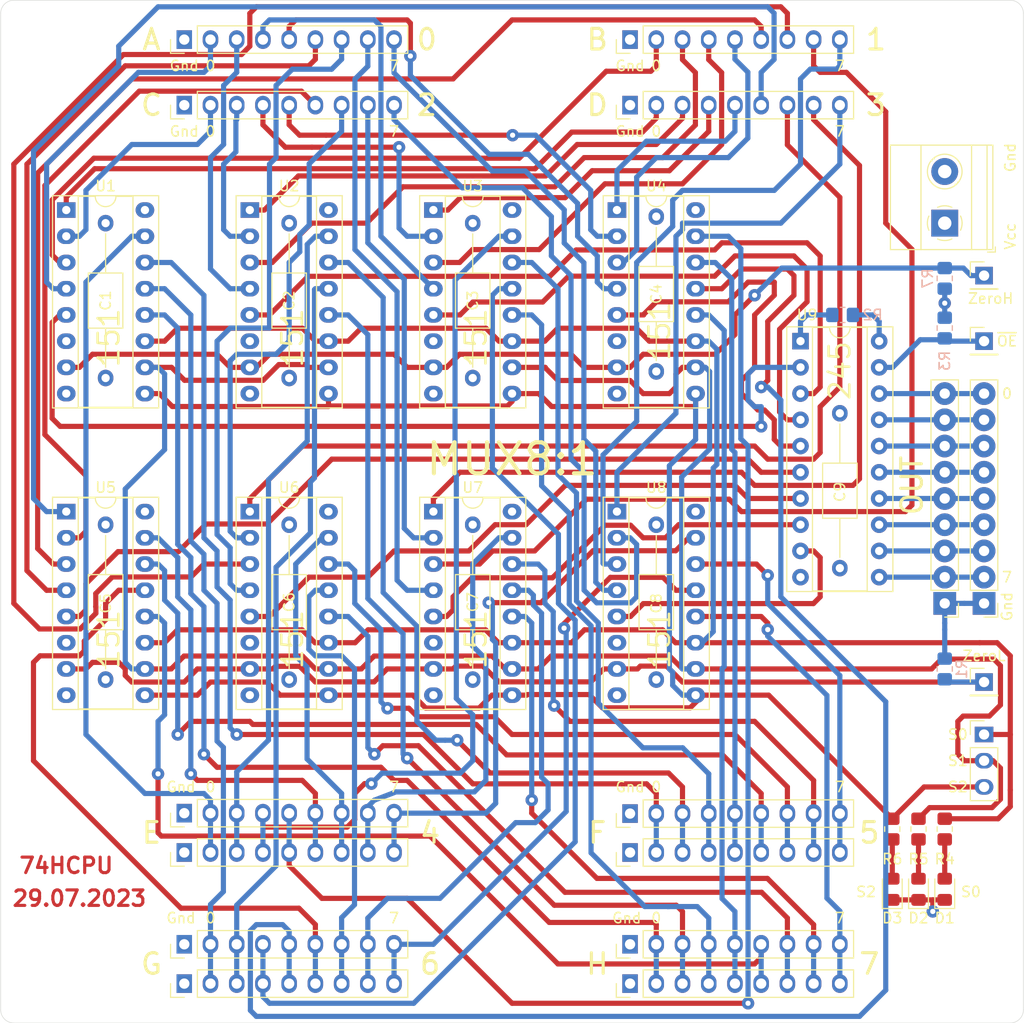
<source format=kicad_pcb>
(kicad_pcb (version 20171130) (host pcbnew "(5.1.8)-1")
  (layers (0 F.Cu signal) (1 In1.Cu power) (2 In2.Cu power) (31 B.Cu signal) (34 B.Paste user) (35 F.Paste user) (36 B.SilkS user) (37 F.SilkS user) (38 B.Mask user) (39 F.Mask user) (44 Edge.Cuts user))
  (net 0 "")
  (net 1 GND)
  (net 2 VCC)
  (net 3 /A7)
  (net 4 /A6)
  (net 5 /A5)
  (net 6 /A4)
  (net 7 /A3)
  (net 8 /A2)
  (net 9 /A1)
  (net 10 /A0)
  (net 11 /E7)
  (net 12 /E6)
  (net 13 /E5)
  (net 14 /E4)
  (net 15 /E3)
  (net 16 /E2)
  (net 17 /E1)
  (net 18 /E0)
  (net 19 /B7)
  (net 20 /B6)
  (net 21 /B5)
  (net 22 /B4)
  (net 23 /B3)
  (net 24 /B2)
  (net 25 /B1)
  (net 26 /B0)
  (net 27 /F7)
  (net 28 /F6)
  (net 29 /F5)
  (net 30 /F4)
  (net 31 /F3)
  (net 32 /F2)
  (net 33 /F1)
  (net 34 /F0)
  (net 35 /C7)
  (net 36 /C6)
  (net 37 /C5)
  (net 38 /C4)
  (net 39 /C3)
  (net 40 /C2)
  (net 41 /C1)
  (net 42 /C0)
  (net 43 /G7)
  (net 44 /G6)
  (net 45 /G5)
  (net 46 /G4)
  (net 47 /G3)
  (net 48 /G2)
  (net 49 /G1)
  (net 50 /G0)
  (net 51 /D7)
  (net 52 /D6)
  (net 53 /D5)
  (net 54 /D4)
  (net 55 /D3)
  (net 56 /D2)
  (net 57 /D1)
  (net 58 /D0)
  (net 59 /H7)
  (net 60 /H6)
  (net 61 /H5)
  (net 62 /H4)
  (net 63 /H3)
  (net 64 /H2)
  (net 65 /H1)
  (net 66 /H0)
  (net 67 /S2)
  (net 68 /S1)
  (net 69 /S0)
  (net 70 /O7)
  (net 71 /O6)
  (net 72 /O5)
  (net 73 /O4)
  (net 74 /O3)
  (net 75 /O2)
  (net 76 /O1)
  (net 77 /O0)
  (net 78 "Net-(U1-Pad6)")
  (net 79 "Net-(U2-Pad6)")
  (net 80 "Net-(U3-Pad6)")
  (net 81 "Net-(U4-Pad6)")
  (net 82 "Net-(U5-Pad6)")
  (net 83 "Net-(U6-Pad6)")
  (net 84 "Net-(U7-Pad6)")
  (net 85 "Net-(U8-Pad6)")
  (net 86 /BUS7)
  (net 87 /BUS6)
  (net 88 /BUS5)
  (net 89 /BUS4)
  (net 90 /BUS3)
  (net 91 /BUS2)
  (net 92 /BUS1)
  (net 93 /BUS0)
  (net 94 /~OE)
  (net 95 "Net-(R2-Pad1)")
  (net 96 "Net-(D1-Pad2)")
  (net 97 "Net-(D2-Pad2)")
  (net 98 "Net-(D3-Pad2)")
  (net 99 /~EL)
  (net 100 /~EH)
  (module Resistor_SMD:R_0805_2012Metric_Pad1.20x1.40mm_HandSolder (layer B.Cu) (at 147.32 65.04 270)
    (fp_text reference R7 (at 0 1.65 90) (layer B.SilkS) (effects (justify mirror)))
    (fp_text value 10k)
    (pad 2 smd roundrect (at 1 0 270) (size 1.2 1.4) (layers B.Cu B.Paste B.Mask) (roundrect_rratio 0.208333) (net 1 GND))
    (pad 1 smd roundrect (at -1 0 270) (size 1.2 1.4) (layers B.Cu B.Paste B.Mask) (roundrect_rratio 0.208333) (net 99 /~EL))
  )
  (module Connector_PinHeader_2.54mm:PinHeader_1x01_P2.54mm_Vertical (layer F.Cu) (at 151.13 64.77)
    (fp_text reference J13 hide)
    (fp_text value Conn_01x01_Male)
    (pad 1 thru_hole rect (at 0 0) (size 1.7 1.7) (drill 1) (layers *.Cu *.Mask) (net 99 /~EL))
  )
  (module Resistor_SMD:R_0805_2012Metric_Pad1.20x1.40mm_HandSolder (layer F.Cu) (at 142.24 118.38 90)
    (fp_text reference R6 (at -2.905 0 180) (layer F.SilkS))
    (fp_text value 1k)
    (pad 2 smd roundrect (at 1 0 90) (size 1.2 1.4) (layers F.Cu F.Paste F.Mask) (roundrect_rratio 0.2083325) (net 67 /S2))
    (pad 1 smd roundrect (at -1 0 90) (size 1.2 1.4) (layers F.Cu F.Paste F.Mask) (roundrect_rratio 0.2083325) (net 98 "Net-(D3-Pad2)"))
  )
  (module Resistor_SMD:R_0805_2012Metric_Pad1.20x1.40mm_HandSolder (layer F.Cu) (at 144.78 118.38 90)
    (fp_text reference R5 (at -2.905 0 180) (layer F.SilkS))
    (fp_text value 1k)
    (pad 2 smd roundrect (at 1 0 90) (size 1.2 1.4) (layers F.Cu F.Paste F.Mask) (roundrect_rratio 0.2083325) (net 68 /S1))
    (pad 1 smd roundrect (at -1 0 90) (size 1.2 1.4) (layers F.Cu F.Paste F.Mask) (roundrect_rratio 0.2083325) (net 97 "Net-(D2-Pad2)"))
  )
  (module Resistor_SMD:R_0805_2012Metric_Pad1.20x1.40mm_HandSolder (layer F.Cu) (at 147.32 118.38 90)
    (fp_text reference R4 (at -2.905 0 180) (layer F.SilkS))
    (fp_text value 1k)
    (pad 2 smd roundrect (at 1 0 90) (size 1.2 1.4) (layers F.Cu F.Paste F.Mask) (roundrect_rratio 0.2083325) (net 69 /S0))
    (pad 1 smd roundrect (at -1 0 90) (size 1.2 1.4) (layers F.Cu F.Paste F.Mask) (roundrect_rratio 0.2083325) (net 96 "Net-(D1-Pad2)"))
  )
  (module LED_SMD:LED_0805_2012Metric_Pad1.15x1.40mm_HandSolder (layer F.Cu) (at 142.24 124.215 90)
    (fp_text reference D3 (at -2.785 0 180) (layer F.SilkS))
    (fp_text value LED)
    (pad 2 smd roundrect (at 1.025 0 90) (size 1.15 1.4) (layers F.Cu F.Paste F.Mask) (roundrect_rratio 0.2173904347826087) (net 98 "Net-(D3-Pad2)"))
    (pad 1 smd roundrect (at -1.025 0 90) (size 1.15 1.4) (layers F.Cu F.Paste F.Mask) (roundrect_rratio 0.2173904347826087) (net 1 GND))
  )
  (module LED_SMD:LED_0805_2012Metric_Pad1.15x1.40mm_HandSolder (layer F.Cu) (at 144.78 124.215 90)
    (fp_text reference D2 (at -2.785 0 180) (layer F.SilkS))
    (fp_text value LED)
    (pad 2 smd roundrect (at 1.025 0 90) (size 1.15 1.4) (layers F.Cu F.Paste F.Mask) (roundrect_rratio 0.2173904347826087) (net 97 "Net-(D2-Pad2)"))
    (pad 1 smd roundrect (at -1.025 0 90) (size 1.15 1.4) (layers F.Cu F.Paste F.Mask) (roundrect_rratio 0.2173904347826087) (net 1 GND))
  )
  (module LED_SMD:LED_0805_2012Metric_Pad1.15x1.40mm_HandSolder (layer F.Cu) (at 147.32 124.215 90)
    (fp_text reference D1 (at -2.785 0 180) (layer F.SilkS))
    (fp_text value LED)
    (pad 2 smd roundrect (at 1.025 0 90) (size 1.15 1.4) (layers F.Cu F.Paste F.Mask) (roundrect_rratio 0.2173904347826087) (net 96 "Net-(D1-Pad2)"))
    (pad 1 smd roundrect (at -1.025 0 90) (size 1.15 1.4) (layers F.Cu F.Paste F.Mask) (roundrect_rratio 0.2173904347826087) (net 1 GND))
  )
  (module Capacitor_THT:C_Axial_L5.1mm_D3.1mm_P15.00mm_Horizontal (layer F.Cu) (at 137.16 78.105 270)
    (fp_text reference C9 (at 7.62 0 90) (layer F.SilkS))
    (fp_text value 0.1uF)
    (pad 2 thru_hole oval (at 15 0 270) (size 1.6 1.5) (drill 0.8) (layers *.Cu *.Mask) (net 1 GND))
    (pad 1 thru_hole oval (at 0 0 270) (size 1.6 1.5) (drill 0.8) (layers *.Cu *.Mask) (net 2 VCC))
  )
  (module Package_DIP:DIP-20_W7.62mm_Socket (layer F.Cu) (at 133.35 71.12)
    (fp_text reference U9 (at 0.635 -2.54) (layer F.SilkS))
    (fp_text value 74HC245)
    (pad 20 thru_hole oval (at 7.62 0) (size 1.6 1.6) (drill 0.8) (layers *.Cu *.Mask) (net 2 VCC))
    (pad 10 thru_hole oval (at 0 22.86) (size 1.6 1.6) (drill 0.8) (layers *.Cu *.Mask) (net 1 GND))
    (pad 19 thru_hole oval (at 7.62 2.54) (size 1.6 1.6) (drill 0.8) (layers *.Cu *.Mask) (net 94 /~OE))
    (pad 9 thru_hole oval (at 0 20.32) (size 1.6 1.6) (drill 0.8) (layers *.Cu *.Mask) (net 70 /O7))
    (pad 18 thru_hole oval (at 7.62 5.08) (size 1.6 1.6) (drill 0.8) (layers *.Cu *.Mask) (net 93 /BUS0))
    (pad 8 thru_hole oval (at 0 17.78) (size 1.6 1.6) (drill 0.8) (layers *.Cu *.Mask) (net 71 /O6))
    (pad 17 thru_hole oval (at 7.62 7.62) (size 1.6 1.6) (drill 0.8) (layers *.Cu *.Mask) (net 92 /BUS1))
    (pad 7 thru_hole oval (at 0 15.24) (size 1.6 1.6) (drill 0.8) (layers *.Cu *.Mask) (net 72 /O5))
    (pad 16 thru_hole oval (at 7.62 10.16) (size 1.6 1.6) (drill 0.8) (layers *.Cu *.Mask) (net 91 /BUS2))
    (pad 6 thru_hole oval (at 0 12.7) (size 1.6 1.6) (drill 0.8) (layers *.Cu *.Mask) (net 73 /O4))
    (pad 15 thru_hole oval (at 7.62 12.7) (size 1.6 1.6) (drill 0.8) (layers *.Cu *.Mask) (net 90 /BUS3))
    (pad 5 thru_hole oval (at 0 10.16) (size 1.6 1.6) (drill 0.8) (layers *.Cu *.Mask) (net 74 /O3))
    (pad 14 thru_hole oval (at 7.62 15.24) (size 1.6 1.6) (drill 0.8) (layers *.Cu *.Mask) (net 89 /BUS4))
    (pad 4 thru_hole oval (at 0 7.62) (size 1.6 1.6) (drill 0.8) (layers *.Cu *.Mask) (net 75 /O2))
    (pad 13 thru_hole oval (at 7.62 17.78) (size 1.6 1.6) (drill 0.8) (layers *.Cu *.Mask) (net 88 /BUS5))
    (pad 3 thru_hole oval (at 0 5.08) (size 1.6 1.6) (drill 0.8) (layers *.Cu *.Mask) (net 76 /O1))
    (pad 12 thru_hole oval (at 7.62 20.32) (size 1.6 1.6) (drill 0.8) (layers *.Cu *.Mask) (net 87 /BUS6))
    (pad 2 thru_hole oval (at 0 2.54) (size 1.6 1.6) (drill 0.8) (layers *.Cu *.Mask) (net 77 /O0))
    (pad 11 thru_hole oval (at 7.62 22.86) (size 1.6 1.6) (drill 0.8) (layers *.Cu *.Mask) (net 86 /BUS7))
    (pad 1 thru_hole rect (at 0 0) (size 1.6 1.6) (drill 0.8) (layers *.Cu *.Mask) (net 95 "Net-(R2-Pad1)"))
  )
  (module Resistor_SMD:R_0805_2012Metric_Pad1.20x1.40mm_HandSolder (layer B.Cu) (at 147.32 69.85 90)
    (fp_text reference R3 (at -3.175 0 90) (layer B.SilkS) (effects (justify mirror)))
    (fp_text value 10k)
    (pad 2 smd roundrect (at 1 0 90) (size 1.2 1.4) (layers B.Cu B.Paste B.Mask) (roundrect_rratio 0.2083325) (net 1 GND))
    (pad 1 smd roundrect (at -1 0 90) (size 1.2 1.4) (layers B.Cu B.Paste B.Mask) (roundrect_rratio 0.2083325) (net 94 /~OE))
  )
  (module Resistor_SMD:R_0805_2012Metric_Pad1.20x1.40mm_HandSolder (layer B.Cu) (at 137.43 68.58)
    (fp_text reference R2 (at 2.905 0) (layer B.SilkS) (effects (justify mirror)))
    (fp_text value 10k)
    (pad 2 smd roundrect (at 1 0) (size 1.2 1.4) (layers B.Cu B.Paste B.Mask) (roundrect_rratio 0.2083325) (net 2 VCC))
    (pad 1 smd roundrect (at -1 0) (size 1.2 1.4) (layers B.Cu B.Paste B.Mask) (roundrect_rratio 0.2083325) (net 95 "Net-(R2-Pad1)"))
  )
  (module Connector_PinHeader_2.54mm:PinHeader_1x01_P2.54mm_Vertical (layer F.Cu) (at 151.13 71.12)
    (fp_text reference J7 hide)
    (fp_text value Conn_01x01_Male)
    (pad 1 thru_hole rect (at 0 0) (size 1.7 1.7) (drill 1) (layers *.Cu *.Mask) (net 94 /~OE))
  )
  (module Connector_PinHeader_2.54mm:PinHeader_1x09_P2.54mm_Vertical (layer F.Cu) (at 147.32 96.52 180)
    (fp_text reference J3 hide)
    (fp_text value Conn_01x09_Male)
    (pad 9 thru_hole oval (at 0 20.32 180) (size 2.2 2.2) (drill 1) (layers *.Cu *.Mask) (net 93 /BUS0))
    (pad 8 thru_hole oval (at 0 17.78 180) (size 2.2 2.2) (drill 1) (layers *.Cu *.Mask) (net 92 /BUS1))
    (pad 7 thru_hole oval (at 0 15.24 180) (size 2.2 2.2) (drill 1) (layers *.Cu *.Mask) (net 91 /BUS2))
    (pad 6 thru_hole oval (at 0 12.7 180) (size 2.2 2.2) (drill 1) (layers *.Cu *.Mask) (net 90 /BUS3))
    (pad 5 thru_hole oval (at 0 10.16 180) (size 2.2 2.2) (drill 1) (layers *.Cu *.Mask) (net 89 /BUS4))
    (pad 4 thru_hole oval (at 0 7.62 180) (size 2.2 2.2) (drill 1) (layers *.Cu *.Mask) (net 88 /BUS5))
    (pad 3 thru_hole oval (at 0 5.08 180) (size 2.2 2.2) (drill 1) (layers *.Cu *.Mask) (net 87 /BUS6))
    (pad 2 thru_hole oval (at 0 2.54 180) (size 2.2 2.2) (drill 1) (layers *.Cu *.Mask) (net 86 /BUS7))
    (pad 1 thru_hole rect (at 0 0 180) (size 2.2 2.2) (drill 1) (layers *.Cu *.Mask) (net 1 GND))
  )
  (module Connector_PinHeader_2.54mm:PinHeader_1x09_P2.54mm_Vertical (layer F.Cu) (at 151.13 96.52 180)
    (fp_text reference J21 hide)
    (fp_text value Conn_01x09_Male)
    (pad 9 thru_hole oval (at 0 20.32 180) (size 2.2 2.2) (drill 1) (layers *.Cu *.Mask) (net 93 /BUS0))
    (pad 8 thru_hole oval (at 0 17.78 180) (size 2.2 2.2) (drill 1) (layers *.Cu *.Mask) (net 92 /BUS1))
    (pad 7 thru_hole oval (at 0 15.24 180) (size 2.2 2.2) (drill 1) (layers *.Cu *.Mask) (net 91 /BUS2))
    (pad 6 thru_hole oval (at 0 12.7 180) (size 2.2 2.2) (drill 1) (layers *.Cu *.Mask) (net 90 /BUS3))
    (pad 5 thru_hole oval (at 0 10.16 180) (size 2.2 2.2) (drill 1) (layers *.Cu *.Mask) (net 89 /BUS4))
    (pad 4 thru_hole oval (at 0 7.62 180) (size 2.2 2.2) (drill 1) (layers *.Cu *.Mask) (net 88 /BUS5))
    (pad 3 thru_hole oval (at 0 5.08 180) (size 2.2 2.2) (drill 1) (layers *.Cu *.Mask) (net 87 /BUS6))
    (pad 2 thru_hole oval (at 0 2.54 180) (size 2.2 2.2) (drill 1) (layers *.Cu *.Mask) (net 86 /BUS7))
    (pad 1 thru_hole rect (at 0 0 180) (size 2.2 2.2) (drill 1) (layers *.Cu *.Mask) (net 1 GND))
  )
  (module Connector_PinHeader_2.54mm:PinHeader_1x09_P2.54mm_Vertical (layer F.Cu) (at 116.84 129.54 90)
    (fp_text reference J18 hide)
    (fp_text value Conn_01x09_Male)
    (pad 9 thru_hole oval (at 0 20.32 90) (size 1.8 1.5) (drill 1) (layers *.Cu *.Mask) (net 59 /H7))
    (pad 8 thru_hole oval (at 0 17.78 90) (size 1.8 1.5) (drill 1) (layers *.Cu *.Mask) (net 60 /H6))
    (pad 7 thru_hole oval (at 0 15.24 90) (size 1.8 1.5) (drill 1) (layers *.Cu *.Mask) (net 61 /H5))
    (pad 6 thru_hole oval (at 0 12.7 90) (size 1.8 1.5) (drill 1) (layers *.Cu *.Mask) (net 62 /H4))
    (pad 5 thru_hole oval (at 0 10.16 90) (size 1.8 1.5) (drill 1) (layers *.Cu *.Mask) (net 63 /H3))
    (pad 4 thru_hole oval (at 0 7.62 90) (size 1.8 1.5) (drill 1) (layers *.Cu *.Mask) (net 64 /H2))
    (pad 3 thru_hole oval (at 0 5.08 90) (size 1.8 1.5) (drill 1) (layers *.Cu *.Mask) (net 65 /H1))
    (pad 2 thru_hole oval (at 0 2.54 90) (size 1.8 1.5) (drill 1) (layers *.Cu *.Mask) (net 66 /H0))
    (pad 1 thru_hole rect (at 0 0 90) (size 1.8 1.5) (drill 1) (layers *.Cu *.Mask) (net 1 GND))
  )
  (module Connector_PinHeader_2.54mm:PinHeader_1x09_P2.54mm_Vertical (layer F.Cu) (at 116.84 133.35 90)
    (fp_text reference J16 hide)
    (fp_text value Conn_01x09_Male)
    (pad 9 thru_hole oval (at 0 20.32 90) (size 1.8 1.5) (drill 1) (layers *.Cu *.Mask) (net 59 /H7))
    (pad 8 thru_hole oval (at 0 17.78 90) (size 1.8 1.5) (drill 1) (layers *.Cu *.Mask) (net 60 /H6))
    (pad 7 thru_hole oval (at 0 15.24 90) (size 1.8 1.5) (drill 1) (layers *.Cu *.Mask) (net 61 /H5))
    (pad 6 thru_hole oval (at 0 12.7 90) (size 1.8 1.5) (drill 1) (layers *.Cu *.Mask) (net 62 /H4))
    (pad 5 thru_hole oval (at 0 10.16 90) (size 1.8 1.5) (drill 1) (layers *.Cu *.Mask) (net 63 /H3))
    (pad 4 thru_hole oval (at 0 7.62 90) (size 1.8 1.5) (drill 1) (layers *.Cu *.Mask) (net 64 /H2))
    (pad 3 thru_hole oval (at 0 5.08 90) (size 1.8 1.5) (drill 1) (layers *.Cu *.Mask) (net 65 /H1))
    (pad 2 thru_hole oval (at 0 2.54 90) (size 1.8 1.5) (drill 1) (layers *.Cu *.Mask) (net 66 /H0))
    (pad 1 thru_hole rect (at 0 0 90) (size 1.8 1.5) (drill 1) (layers *.Cu *.Mask) (net 1 GND))
  )
  (module Connector_PinHeader_2.54mm:PinHeader_1x09_P2.54mm_Vertical (layer F.Cu) (at 116.84 48.26 90)
    (fp_text reference J15 hide)
    (fp_text value Conn_01x09_Male)
    (pad 9 thru_hole oval (at 0 20.32 90) (size 1.8 1.5) (drill 1) (layers *.Cu *.Mask) (net 51 /D7))
    (pad 8 thru_hole oval (at 0 17.78 90) (size 1.8 1.5) (drill 1) (layers *.Cu *.Mask) (net 52 /D6))
    (pad 7 thru_hole oval (at 0 15.24 90) (size 1.8 1.5) (drill 1) (layers *.Cu *.Mask) (net 53 /D5))
    (pad 6 thru_hole oval (at 0 12.7 90) (size 1.8 1.5) (drill 1) (layers *.Cu *.Mask) (net 54 /D4))
    (pad 5 thru_hole oval (at 0 10.16 90) (size 1.8 1.5) (drill 1) (layers *.Cu *.Mask) (net 55 /D3))
    (pad 4 thru_hole oval (at 0 7.62 90) (size 1.8 1.5) (drill 1) (layers *.Cu *.Mask) (net 56 /D2))
    (pad 3 thru_hole oval (at 0 5.08 90) (size 1.8 1.5) (drill 1) (layers *.Cu *.Mask) (net 57 /D1))
    (pad 2 thru_hole oval (at 0 2.54 90) (size 1.8 1.5) (drill 1) (layers *.Cu *.Mask) (net 58 /D0))
    (pad 1 thru_hole rect (at 0 0 90) (size 1.8 1.5) (drill 1) (layers *.Cu *.Mask) (net 1 GND))
  )
  (module Connector_PinHeader_2.54mm:PinHeader_1x09_P2.54mm_Vertical (layer F.Cu) (at 73.66 133.35 90)
    (fp_text reference J14 hide)
    (fp_text value Conn_01x09_Male)
    (pad 9 thru_hole oval (at 0 20.32 90) (size 1.8 1.5) (drill 1) (layers *.Cu *.Mask) (net 43 /G7))
    (pad 8 thru_hole oval (at 0 17.78 90) (size 1.8 1.5) (drill 1) (layers *.Cu *.Mask) (net 44 /G6))
    (pad 7 thru_hole oval (at 0 15.24 90) (size 1.8 1.5) (drill 1) (layers *.Cu *.Mask) (net 45 /G5))
    (pad 6 thru_hole oval (at 0 12.7 90) (size 1.8 1.5) (drill 1) (layers *.Cu *.Mask) (net 46 /G4))
    (pad 5 thru_hole oval (at 0 10.16 90) (size 1.8 1.5) (drill 1) (layers *.Cu *.Mask) (net 47 /G3))
    (pad 4 thru_hole oval (at 0 7.62 90) (size 1.8 1.5) (drill 1) (layers *.Cu *.Mask) (net 48 /G2))
    (pad 3 thru_hole oval (at 0 5.08 90) (size 1.8 1.5) (drill 1) (layers *.Cu *.Mask) (net 49 /G1))
    (pad 2 thru_hole oval (at 0 2.54 90) (size 1.8 1.5) (drill 1) (layers *.Cu *.Mask) (net 50 /G0))
    (pad 1 thru_hole rect (at 0 0 90) (size 1.8 1.5) (drill 1) (layers *.Cu *.Mask) (net 1 GND))
  )
  (module Connector_PinHeader_2.54mm:PinHeader_1x09_P2.54mm_Vertical (layer F.Cu) (at 73.66 129.54 90)
    (fp_text reference J12 hide)
    (fp_text value Conn_01x09_Male)
    (pad 9 thru_hole oval (at 0 20.32 90) (size 1.8 1.5) (drill 1) (layers *.Cu *.Mask) (net 43 /G7))
    (pad 8 thru_hole oval (at 0 17.78 90) (size 1.8 1.5) (drill 1) (layers *.Cu *.Mask) (net 44 /G6))
    (pad 7 thru_hole oval (at 0 15.24 90) (size 1.8 1.5) (drill 1) (layers *.Cu *.Mask) (net 45 /G5))
    (pad 6 thru_hole oval (at 0 12.7 90) (size 1.8 1.5) (drill 1) (layers *.Cu *.Mask) (net 46 /G4))
    (pad 5 thru_hole oval (at 0 10.16 90) (size 1.8 1.5) (drill 1) (layers *.Cu *.Mask) (net 47 /G3))
    (pad 4 thru_hole oval (at 0 7.62 90) (size 1.8 1.5) (drill 1) (layers *.Cu *.Mask) (net 48 /G2))
    (pad 3 thru_hole oval (at 0 5.08 90) (size 1.8 1.5) (drill 1) (layers *.Cu *.Mask) (net 49 /G1))
    (pad 2 thru_hole oval (at 0 2.54 90) (size 1.8 1.5) (drill 1) (layers *.Cu *.Mask) (net 50 /G0))
    (pad 1 thru_hole rect (at 0 0 90) (size 1.8 1.5) (drill 1) (layers *.Cu *.Mask) (net 1 GND))
  )
  (module Connector_PinHeader_2.54mm:PinHeader_1x09_P2.54mm_Vertical (layer F.Cu) (at 73.66 48.26 90)
    (fp_text reference J11 hide)
    (fp_text value Conn_01x09_Male)
    (pad 9 thru_hole oval (at 0 20.32 90) (size 1.8 1.5) (drill 1) (layers *.Cu *.Mask) (net 35 /C7))
    (pad 8 thru_hole oval (at 0 17.78 90) (size 1.8 1.5) (drill 1) (layers *.Cu *.Mask) (net 36 /C6))
    (pad 7 thru_hole oval (at 0 15.24 90) (size 1.8 1.5) (drill 1) (layers *.Cu *.Mask) (net 37 /C5))
    (pad 6 thru_hole oval (at 0 12.7 90) (size 1.8 1.5) (drill 1) (layers *.Cu *.Mask) (net 38 /C4))
    (pad 5 thru_hole oval (at 0 10.16 90) (size 1.8 1.5) (drill 1) (layers *.Cu *.Mask) (net 39 /C3))
    (pad 4 thru_hole oval (at 0 7.62 90) (size 1.8 1.5) (drill 1) (layers *.Cu *.Mask) (net 40 /C2))
    (pad 3 thru_hole oval (at 0 5.08 90) (size 1.8 1.5) (drill 1) (layers *.Cu *.Mask) (net 41 /C1))
    (pad 2 thru_hole oval (at 0 2.54 90) (size 1.8 1.5) (drill 1) (layers *.Cu *.Mask) (net 42 /C0))
    (pad 1 thru_hole rect (at 0 0 90) (size 1.8 1.5) (drill 1) (layers *.Cu *.Mask) (net 1 GND))
  )
  (module Connector_PinHeader_2.54mm:PinHeader_1x09_P2.54mm_Vertical (layer F.Cu) (at 116.84 116.88 90)
    (fp_text reference J8 hide)
    (fp_text value Conn_01x09_Male)
    (pad 9 thru_hole oval (at 0 20.32 90) (size 1.8 1.5) (drill 1) (layers *.Cu *.Mask) (net 27 /F7))
    (pad 8 thru_hole oval (at 0 17.78 90) (size 1.8 1.5) (drill 1) (layers *.Cu *.Mask) (net 28 /F6))
    (pad 7 thru_hole oval (at 0 15.24 90) (size 1.8 1.5) (drill 1) (layers *.Cu *.Mask) (net 29 /F5))
    (pad 6 thru_hole oval (at 0 12.7 90) (size 1.8 1.5) (drill 1) (layers *.Cu *.Mask) (net 30 /F4))
    (pad 5 thru_hole oval (at 0 10.16 90) (size 1.8 1.5) (drill 1) (layers *.Cu *.Mask) (net 31 /F3))
    (pad 4 thru_hole oval (at 0 7.62 90) (size 1.8 1.5) (drill 1) (layers *.Cu *.Mask) (net 32 /F2))
    (pad 3 thru_hole oval (at 0 5.08 90) (size 1.8 1.5) (drill 1) (layers *.Cu *.Mask) (net 33 /F1))
    (pad 2 thru_hole oval (at 0 2.54 90) (size 1.8 1.5) (drill 1) (layers *.Cu *.Mask) (net 34 /F0))
    (pad 1 thru_hole rect (at 0 0 90) (size 1.8 1.5) (drill 1) (layers *.Cu *.Mask) (net 1 GND))
  )
  (module Connector_PinHeader_2.54mm:PinHeader_1x09_P2.54mm_Vertical (layer F.Cu) (at 116.84 120.65 90)
    (fp_text reference J6 hide)
    (fp_text value Conn_01x09_Male)
    (pad 9 thru_hole oval (at 0 20.32 90) (size 1.8 1.5) (drill 1) (layers *.Cu *.Mask) (net 27 /F7))
    (pad 8 thru_hole oval (at 0 17.78 90) (size 1.8 1.5) (drill 1) (layers *.Cu *.Mask) (net 28 /F6))
    (pad 7 thru_hole oval (at 0 15.24 90) (size 1.8 1.5) (drill 1) (layers *.Cu *.Mask) (net 29 /F5))
    (pad 6 thru_hole oval (at 0 12.7 90) (size 1.8 1.5) (drill 1) (layers *.Cu *.Mask) (net 30 /F4))
    (pad 5 thru_hole oval (at 0 10.16 90) (size 1.8 1.5) (drill 1) (layers *.Cu *.Mask) (net 31 /F3))
    (pad 4 thru_hole oval (at 0 7.62 90) (size 1.8 1.5) (drill 1) (layers *.Cu *.Mask) (net 32 /F2))
    (pad 3 thru_hole oval (at 0 5.08 90) (size 1.8 1.5) (drill 1) (layers *.Cu *.Mask) (net 33 /F1))
    (pad 2 thru_hole oval (at 0 2.54 90) (size 1.8 1.5) (drill 1) (layers *.Cu *.Mask) (net 34 /F0))
    (pad 1 thru_hole rect (at 0 0 90) (size 1.8 1.5) (drill 1) (layers *.Cu *.Mask) (net 1 GND))
  )
  (module Connector_PinHeader_2.54mm:PinHeader_1x09_P2.54mm_Vertical (layer F.Cu) (at 116.84 41.91 90)
    (fp_text reference J5 hide)
    (fp_text value Conn_01x09_Male)
    (pad 9 thru_hole oval (at 0 20.32 90) (size 1.8 1.5) (drill 1) (layers *.Cu *.Mask) (net 19 /B7))
    (pad 8 thru_hole oval (at 0 17.78 90) (size 1.8 1.5) (drill 1) (layers *.Cu *.Mask) (net 20 /B6))
    (pad 7 thru_hole oval (at 0 15.24 90) (size 1.8 1.5) (drill 1) (layers *.Cu *.Mask) (net 21 /B5))
    (pad 6 thru_hole oval (at 0 12.7 90) (size 1.8 1.5) (drill 1) (layers *.Cu *.Mask) (net 22 /B4))
    (pad 5 thru_hole oval (at 0 10.16 90) (size 1.8 1.5) (drill 1) (layers *.Cu *.Mask) (net 23 /B3))
    (pad 4 thru_hole oval (at 0 7.62 90) (size 1.8 1.5) (drill 1) (layers *.Cu *.Mask) (net 24 /B2))
    (pad 3 thru_hole oval (at 0 5.08 90) (size 1.8 1.5) (drill 1) (layers *.Cu *.Mask) (net 25 /B1))
    (pad 2 thru_hole oval (at 0 2.54 90) (size 1.8 1.5) (drill 1) (layers *.Cu *.Mask) (net 26 /B0))
    (pad 1 thru_hole rect (at 0 0 90) (size 1.8 1.5) (drill 1) (layers *.Cu *.Mask) (net 1 GND))
  )
  (module Connector_PinHeader_2.54mm:PinHeader_1x09_P2.54mm_Vertical (layer F.Cu) (at 73.66 116.84 90)
    (fp_text reference J4 hide)
    (fp_text value Conn_01x09_Male)
    (pad 9 thru_hole oval (at 0 20.32 90) (size 1.8 1.5) (drill 1) (layers *.Cu *.Mask) (net 11 /E7))
    (pad 8 thru_hole oval (at 0 17.78 90) (size 1.8 1.5) (drill 1) (layers *.Cu *.Mask) (net 12 /E6))
    (pad 7 thru_hole oval (at 0 15.24 90) (size 1.8 1.5) (drill 1) (layers *.Cu *.Mask) (net 13 /E5))
    (pad 6 thru_hole oval (at 0 12.7 90) (size 1.8 1.5) (drill 1) (layers *.Cu *.Mask) (net 14 /E4))
    (pad 5 thru_hole oval (at 0 10.16 90) (size 1.8 1.5) (drill 1) (layers *.Cu *.Mask) (net 15 /E3))
    (pad 4 thru_hole oval (at 0 7.62 90) (size 1.8 1.5) (drill 1) (layers *.Cu *.Mask) (net 16 /E2))
    (pad 3 thru_hole oval (at 0 5.08 90) (size 1.8 1.5) (drill 1) (layers *.Cu *.Mask) (net 17 /E1))
    (pad 2 thru_hole oval (at 0 2.54 90) (size 1.8 1.5) (drill 1) (layers *.Cu *.Mask) (net 18 /E0))
    (pad 1 thru_hole rect (at 0 0 90) (size 1.8 1.5) (drill 1) (layers *.Cu *.Mask) (net 1 GND))
  )
  (module Connector_PinHeader_2.54mm:PinHeader_1x09_P2.54mm_Vertical (layer F.Cu) (at 73.66 120.65 90)
    (fp_text reference J2 hide)
    (fp_text value Conn_01x09_Male)
    (pad 9 thru_hole oval (at 0 20.32 90) (size 1.8 1.5) (drill 1) (layers *.Cu *.Mask) (net 11 /E7))
    (pad 8 thru_hole oval (at 0 17.78 90) (size 1.8 1.5) (drill 1) (layers *.Cu *.Mask) (net 12 /E6))
    (pad 7 thru_hole oval (at 0 15.24 90) (size 1.8 1.5) (drill 1) (layers *.Cu *.Mask) (net 13 /E5))
    (pad 6 thru_hole oval (at 0 12.7 90) (size 1.8 1.5) (drill 1) (layers *.Cu *.Mask) (net 14 /E4))
    (pad 5 thru_hole oval (at 0 10.16 90) (size 1.8 1.5) (drill 1) (layers *.Cu *.Mask) (net 15 /E3))
    (pad 4 thru_hole oval (at 0 7.62 90) (size 1.8 1.5) (drill 1) (layers *.Cu *.Mask) (net 16 /E2))
    (pad 3 thru_hole oval (at 0 5.08 90) (size 1.8 1.5) (drill 1) (layers *.Cu *.Mask) (net 17 /E1))
    (pad 2 thru_hole oval (at 0 2.54 90) (size 1.8 1.5) (drill 1) (layers *.Cu *.Mask) (net 18 /E0))
    (pad 1 thru_hole rect (at 0 0 90) (size 1.8 1.5) (drill 1) (layers *.Cu *.Mask) (net 1 GND))
  )
  (module Connector_PinHeader_2.54mm:PinHeader_1x09_P2.54mm_Vertical (layer F.Cu) (at 73.66 41.91 90)
    (fp_text reference J1 hide)
    (fp_text value Conn_01x09_Male)
    (pad 9 thru_hole oval (at 0 20.32 90) (size 1.8 1.5) (drill 1) (layers *.Cu *.Mask) (net 3 /A7))
    (pad 8 thru_hole oval (at 0 17.78 90) (size 1.8 1.5) (drill 1) (layers *.Cu *.Mask) (net 4 /A6))
    (pad 7 thru_hole oval (at 0 15.24 90) (size 1.8 1.5) (drill 1) (layers *.Cu *.Mask) (net 5 /A5))
    (pad 6 thru_hole oval (at 0 12.7 90) (size 1.8 1.5) (drill 1) (layers *.Cu *.Mask) (net 6 /A4))
    (pad 5 thru_hole oval (at 0 10.16 90) (size 1.8 1.5) (drill 1) (layers *.Cu *.Mask) (net 7 /A3))
    (pad 4 thru_hole oval (at 0 7.62 90) (size 1.8 1.5) (drill 1) (layers *.Cu *.Mask) (net 8 /A2))
    (pad 3 thru_hole oval (at 0 5.08 90) (size 1.8 1.5) (drill 1) (layers *.Cu *.Mask) (net 9 /A1))
    (pad 2 thru_hole oval (at 0 2.54 90) (size 1.8 1.5) (drill 1) (layers *.Cu *.Mask) (net 10 /A0))
    (pad 1 thru_hole rect (at 0 0 90) (size 1.8 1.5) (drill 1) (layers *.Cu *.Mask) (net 1 GND))
  )
  (module Capacitor_THT:C_Axial_L5.1mm_D3.1mm_P15.00mm_Horizontal (layer F.Cu) (at 119.38 88.9 270)
    (fp_text reference C8 (at 7.62 0 90) (layer F.SilkS))
    (fp_text value 0.1uF)
    (pad 2 thru_hole oval (at 15 0 270) (size 1.6 1.5) (drill 0.8) (layers *.Cu *.Mask) (net 1 GND))
    (pad 1 thru_hole oval (at 0 0 270) (size 1.6 1.5) (drill 0.8) (layers *.Cu *.Mask) (net 2 VCC))
  )
  (module Capacitor_THT:C_Axial_L5.1mm_D3.1mm_P15.00mm_Horizontal (layer F.Cu) (at 101.6 88.9 270)
    (fp_text reference C7 (at 7.5 0 90) (layer F.SilkS))
    (fp_text value 0.1uF)
    (pad 2 thru_hole oval (at 15 0 270) (size 1.6 1.5) (drill 0.8) (layers *.Cu *.Mask) (net 1 GND))
    (pad 1 thru_hole oval (at 0 0 270) (size 1.6 1.5) (drill 0.8) (layers *.Cu *.Mask) (net 2 VCC))
  )
  (module Capacitor_THT:C_Axial_L5.1mm_D3.1mm_P15.00mm_Horizontal (layer F.Cu) (at 83.82 88.9 270)
    (fp_text reference C6 (at 7.5 0 90) (layer F.SilkS))
    (fp_text value 0.1uF)
    (pad 2 thru_hole oval (at 15 0 270) (size 1.6 1.5) (drill 0.8) (layers *.Cu *.Mask) (net 1 GND))
    (pad 1 thru_hole oval (at 0 0 270) (size 1.6 1.5) (drill 0.8) (layers *.Cu *.Mask) (net 2 VCC))
  )
  (module Capacitor_THT:C_Axial_L5.1mm_D3.1mm_P15.00mm_Horizontal (layer F.Cu) (at 66.04 88.9 270)
    (fp_text reference C5 (at 7.62 0 90) (layer F.SilkS))
    (fp_text value 0.1uF)
    (pad 2 thru_hole oval (at 15 0 270) (size 1.6 1.5) (drill 0.8) (layers *.Cu *.Mask) (net 1 GND))
    (pad 1 thru_hole oval (at 0 0 270) (size 1.6 1.5) (drill 0.8) (layers *.Cu *.Mask) (net 2 VCC))
  )
  (module Capacitor_THT:C_Axial_L5.1mm_D3.1mm_P15.00mm_Horizontal (layer F.Cu) (at 119.38 59.055 270)
    (fp_text reference C4 (at 7.5 0 90) (layer F.SilkS))
    (fp_text value 0.1uF)
    (pad 2 thru_hole oval (at 15 0 270) (size 1.6 1.5) (drill 0.8) (layers *.Cu *.Mask) (net 1 GND))
    (pad 1 thru_hole oval (at 0 0 270) (size 1.6 1.5) (drill 0.8) (layers *.Cu *.Mask) (net 2 VCC))
  )
  (module Capacitor_THT:C_Axial_L5.1mm_D3.1mm_P15.00mm_Horizontal (layer F.Cu) (at 101.6 59.69 270)
    (fp_text reference C3 (at 7.5 0 90) (layer F.SilkS))
    (fp_text value 0.1uF)
    (pad 2 thru_hole oval (at 15 0 270) (size 1.6 1.5) (drill 0.8) (layers *.Cu *.Mask) (net 1 GND))
    (pad 1 thru_hole oval (at 0 0 270) (size 1.6 1.5) (drill 0.8) (layers *.Cu *.Mask) (net 2 VCC))
  )
  (module Capacitor_THT:C_Axial_L5.1mm_D3.1mm_P15.00mm_Horizontal (layer F.Cu) (at 83.82 59.69 270)
    (fp_text reference C2 (at 7.5 0 90) (layer F.SilkS))
    (fp_text value 0.1uF)
    (pad 2 thru_hole oval (at 15 0 270) (size 1.6 1.5) (drill 0.8) (layers *.Cu *.Mask) (net 1 GND))
    (pad 1 thru_hole oval (at 0 0 270) (size 1.6 1.5) (drill 0.8) (layers *.Cu *.Mask) (net 2 VCC))
  )
  (module Capacitor_THT:C_Axial_L5.1mm_D3.1mm_P15.00mm_Horizontal (layer F.Cu) (at 66.04 59.69 270)
    (fp_text reference C1 (at 7.5 0 90) (layer F.SilkS))
    (fp_text value 0.1uF)
    (pad 2 thru_hole oval (at 15 0 270) (size 1.6 1.5) (drill 0.8) (layers *.Cu *.Mask) (net 1 GND))
    (pad 1 thru_hole oval (at 0 0 270) (size 1.6 1.5) (drill 0.8) (layers *.Cu *.Mask) (net 2 VCC))
  )
  (module Package_DIP:DIP-16_W7.62mm_Socket (layer F.Cu) (at 115.57 87.63)
    (fp_text reference U8 (at 3.81 -2.33) (layer F.SilkS))
    (fp_text value 74LS151)
    (pad 16 thru_hole oval (at 7.62 0) (size 1.8 1.5) (drill 0.8) (layers *.Cu *.Mask) (net 2 VCC))
    (pad 8 thru_hole oval (at 0 17.78) (size 1.8 1.5) (drill 0.8) (layers *.Cu *.Mask) (net 1 GND))
    (pad 15 thru_hole oval (at 7.62 2.54) (size 1.8 1.5) (drill 0.8) (layers *.Cu *.Mask) (net 11 /E7))
    (pad 7 thru_hole oval (at 0 15.24) (size 1.8 1.5) (drill 0.8) (layers *.Cu *.Mask) (net 100 /~EH))
    (pad 14 thru_hole oval (at 7.62 5.08) (size 1.8 1.5) (drill 0.8) (layers *.Cu *.Mask) (net 27 /F7))
    (pad 6 thru_hole oval (at 0 12.7) (size 1.8 1.5) (drill 0.8) (layers *.Cu *.Mask) (net 85 "Net-(U8-Pad6)"))
    (pad 13 thru_hole oval (at 7.62 7.62) (size 1.8 1.5) (drill 0.8) (layers *.Cu *.Mask) (net 43 /G7))
    (pad 5 thru_hole oval (at 0 10.16) (size 1.8 1.5) (drill 0.8) (layers *.Cu *.Mask) (net 70 /O7))
    (pad 12 thru_hole oval (at 7.62 10.16) (size 1.8 1.5) (drill 0.8) (layers *.Cu *.Mask) (net 59 /H7))
    (pad 4 thru_hole oval (at 0 7.62) (size 1.8 1.5) (drill 0.8) (layers *.Cu *.Mask) (net 3 /A7))
    (pad 11 thru_hole oval (at 7.62 12.7) (size 1.8 1.5) (drill 0.8) (layers *.Cu *.Mask) (net 69 /S0))
    (pad 3 thru_hole oval (at 0 5.08) (size 1.8 1.5) (drill 0.8) (layers *.Cu *.Mask) (net 19 /B7))
    (pad 10 thru_hole oval (at 7.62 15.24) (size 1.8 1.5) (drill 0.8) (layers *.Cu *.Mask) (net 68 /S1))
    (pad 2 thru_hole oval (at 0 2.54) (size 1.8 1.5) (drill 0.8) (layers *.Cu *.Mask) (net 35 /C7))
    (pad 9 thru_hole oval (at 7.62 17.78) (size 1.8 1.5) (drill 0.8) (layers *.Cu *.Mask) (net 67 /S2))
    (pad 1 thru_hole rect (at 0 0) (size 1.8 1.5) (drill 0.8) (layers *.Cu *.Mask) (net 51 /D7))
  )
  (module Package_DIP:DIP-16_W7.62mm_Socket (layer F.Cu) (at 97.79 87.63)
    (fp_text reference U7 (at 3.81 -2.33) (layer F.SilkS))
    (fp_text value 74LS151)
    (pad 16 thru_hole oval (at 7.62 0) (size 1.8 1.5) (drill 0.8) (layers *.Cu *.Mask) (net 2 VCC))
    (pad 8 thru_hole oval (at 0 17.78) (size 1.8 1.5) (drill 0.8) (layers *.Cu *.Mask) (net 1 GND))
    (pad 15 thru_hole oval (at 7.62 2.54) (size 1.8 1.5) (drill 0.8) (layers *.Cu *.Mask) (net 12 /E6))
    (pad 7 thru_hole oval (at 0 15.24) (size 1.8 1.5) (drill 0.8) (layers *.Cu *.Mask) (net 100 /~EH))
    (pad 14 thru_hole oval (at 7.62 5.08) (size 1.8 1.5) (drill 0.8) (layers *.Cu *.Mask) (net 28 /F6))
    (pad 6 thru_hole oval (at 0 12.7) (size 1.8 1.5) (drill 0.8) (layers *.Cu *.Mask) (net 84 "Net-(U7-Pad6)"))
    (pad 13 thru_hole oval (at 7.62 7.62) (size 1.8 1.5) (drill 0.8) (layers *.Cu *.Mask) (net 44 /G6))
    (pad 5 thru_hole oval (at 0 10.16) (size 1.8 1.5) (drill 0.8) (layers *.Cu *.Mask) (net 71 /O6))
    (pad 12 thru_hole oval (at 7.62 10.16) (size 1.8 1.5) (drill 0.8) (layers *.Cu *.Mask) (net 60 /H6))
    (pad 4 thru_hole oval (at 0 7.62) (size 1.8 1.5) (drill 0.8) (layers *.Cu *.Mask) (net 4 /A6))
    (pad 11 thru_hole oval (at 7.62 12.7) (size 1.8 1.5) (drill 0.8) (layers *.Cu *.Mask) (net 69 /S0))
    (pad 3 thru_hole oval (at 0 5.08) (size 1.8 1.5) (drill 0.8) (layers *.Cu *.Mask) (net 20 /B6))
    (pad 10 thru_hole oval (at 7.62 15.24) (size 1.8 1.5) (drill 0.8) (layers *.Cu *.Mask) (net 68 /S1))
    (pad 2 thru_hole oval (at 0 2.54) (size 1.8 1.5) (drill 0.8) (layers *.Cu *.Mask) (net 36 /C6))
    (pad 9 thru_hole oval (at 7.62 17.78) (size 1.8 1.5) (drill 0.8) (layers *.Cu *.Mask) (net 67 /S2))
    (pad 1 thru_hole rect (at 0 0) (size 1.8 1.5) (drill 0.8) (layers *.Cu *.Mask) (net 52 /D6))
  )
  (module Package_DIP:DIP-16_W7.62mm_Socket (layer F.Cu) (at 80.01 87.63)
    (fp_text reference U6 (at 3.81 -2.33) (layer F.SilkS))
    (fp_text value 74LS151)
    (pad 16 thru_hole oval (at 7.62 0) (size 1.8 1.5) (drill 0.8) (layers *.Cu *.Mask) (net 2 VCC))
    (pad 8 thru_hole oval (at 0 17.78) (size 1.8 1.5) (drill 0.8) (layers *.Cu *.Mask) (net 1 GND))
    (pad 15 thru_hole oval (at 7.62 2.54) (size 1.8 1.5) (drill 0.8) (layers *.Cu *.Mask) (net 13 /E5))
    (pad 7 thru_hole oval (at 0 15.24) (size 1.8 1.5) (drill 0.8) (layers *.Cu *.Mask) (net 100 /~EH))
    (pad 14 thru_hole oval (at 7.62 5.08) (size 1.8 1.5) (drill 0.8) (layers *.Cu *.Mask) (net 29 /F5))
    (pad 6 thru_hole oval (at 0 12.7) (size 1.8 1.5) (drill 0.8) (layers *.Cu *.Mask) (net 83 "Net-(U6-Pad6)"))
    (pad 13 thru_hole oval (at 7.62 7.62) (size 1.8 1.5) (drill 0.8) (layers *.Cu *.Mask) (net 45 /G5))
    (pad 5 thru_hole oval (at 0 10.16) (size 1.8 1.5) (drill 0.8) (layers *.Cu *.Mask) (net 72 /O5))
    (pad 12 thru_hole oval (at 7.62 10.16) (size 1.8 1.5) (drill 0.8) (layers *.Cu *.Mask) (net 61 /H5))
    (pad 4 thru_hole oval (at 0 7.62) (size 1.8 1.5) (drill 0.8) (layers *.Cu *.Mask) (net 5 /A5))
    (pad 11 thru_hole oval (at 7.62 12.7) (size 1.8 1.5) (drill 0.8) (layers *.Cu *.Mask) (net 69 /S0))
    (pad 3 thru_hole oval (at 0 5.08) (size 1.8 1.5) (drill 0.8) (layers *.Cu *.Mask) (net 21 /B5))
    (pad 10 thru_hole oval (at 7.62 15.24) (size 1.8 1.5) (drill 0.8) (layers *.Cu *.Mask) (net 68 /S1))
    (pad 2 thru_hole oval (at 0 2.54) (size 1.8 1.5) (drill 0.8) (layers *.Cu *.Mask) (net 37 /C5))
    (pad 9 thru_hole oval (at 7.62 17.78) (size 1.8 1.5) (drill 0.8) (layers *.Cu *.Mask) (net 67 /S2))
    (pad 1 thru_hole rect (at 0 0) (size 1.8 1.5) (drill 0.8) (layers *.Cu *.Mask) (net 53 /D5))
  )
  (module Package_DIP:DIP-16_W7.62mm_Socket (layer F.Cu) (at 62.23 87.63)
    (fp_text reference U5 (at 3.81 -2.33) (layer F.SilkS))
    (fp_text value 74LS151)
    (pad 16 thru_hole oval (at 7.62 0) (size 1.8 1.5) (drill 0.8) (layers *.Cu *.Mask) (net 2 VCC))
    (pad 8 thru_hole oval (at 0 17.78) (size 1.8 1.5) (drill 0.8) (layers *.Cu *.Mask) (net 1 GND))
    (pad 15 thru_hole oval (at 7.62 2.54) (size 1.8 1.5) (drill 0.8) (layers *.Cu *.Mask) (net 14 /E4))
    (pad 7 thru_hole oval (at 0 15.24) (size 1.8 1.5) (drill 0.8) (layers *.Cu *.Mask) (net 100 /~EH))
    (pad 14 thru_hole oval (at 7.62 5.08) (size 1.8 1.5) (drill 0.8) (layers *.Cu *.Mask) (net 30 /F4))
    (pad 6 thru_hole oval (at 0 12.7) (size 1.8 1.5) (drill 0.8) (layers *.Cu *.Mask) (net 82 "Net-(U5-Pad6)"))
    (pad 13 thru_hole oval (at 7.62 7.62) (size 1.8 1.5) (drill 0.8) (layers *.Cu *.Mask) (net 46 /G4))
    (pad 5 thru_hole oval (at 0 10.16) (size 1.8 1.5) (drill 0.8) (layers *.Cu *.Mask) (net 73 /O4))
    (pad 12 thru_hole oval (at 7.62 10.16) (size 1.8 1.5) (drill 0.8) (layers *.Cu *.Mask) (net 62 /H4))
    (pad 4 thru_hole oval (at 0 7.62) (size 1.8 1.5) (drill 0.8) (layers *.Cu *.Mask) (net 6 /A4))
    (pad 11 thru_hole oval (at 7.62 12.7) (size 1.8 1.5) (drill 0.8) (layers *.Cu *.Mask) (net 69 /S0))
    (pad 3 thru_hole oval (at 0 5.08) (size 1.8 1.5) (drill 0.8) (layers *.Cu *.Mask) (net 22 /B4))
    (pad 10 thru_hole oval (at 7.62 15.24) (size 1.8 1.5) (drill 0.8) (layers *.Cu *.Mask) (net 68 /S1))
    (pad 2 thru_hole oval (at 0 2.54) (size 1.8 1.5) (drill 0.8) (layers *.Cu *.Mask) (net 38 /C4))
    (pad 9 thru_hole oval (at 7.62 17.78) (size 1.8 1.5) (drill 0.8) (layers *.Cu *.Mask) (net 67 /S2))
    (pad 1 thru_hole rect (at 0 0) (size 1.8 1.5) (drill 0.8) (layers *.Cu *.Mask) (net 54 /D4))
  )
  (module Package_DIP:DIP-16_W7.62mm_Socket (layer F.Cu) (at 115.57 58.42)
    (fp_text reference U4 (at 3.81 -2.33) (layer F.SilkS))
    (fp_text value 74LS151)
    (pad 16 thru_hole oval (at 7.62 0) (size 1.8 1.5) (drill 0.8) (layers *.Cu *.Mask) (net 2 VCC))
    (pad 8 thru_hole oval (at 0 17.78) (size 1.8 1.5) (drill 0.8) (layers *.Cu *.Mask) (net 1 GND))
    (pad 15 thru_hole oval (at 7.62 2.54) (size 1.8 1.5) (drill 0.8) (layers *.Cu *.Mask) (net 15 /E3))
    (pad 7 thru_hole oval (at 0 15.24) (size 1.8 1.5) (drill 0.8) (layers *.Cu *.Mask) (net 99 /~EL))
    (pad 14 thru_hole oval (at 7.62 5.08) (size 1.8 1.5) (drill 0.8) (layers *.Cu *.Mask) (net 31 /F3))
    (pad 6 thru_hole oval (at 0 12.7) (size 1.8 1.5) (drill 0.8) (layers *.Cu *.Mask) (net 81 "Net-(U4-Pad6)"))
    (pad 13 thru_hole oval (at 7.62 7.62) (size 1.8 1.5) (drill 0.8) (layers *.Cu *.Mask) (net 47 /G3))
    (pad 5 thru_hole oval (at 0 10.16) (size 1.8 1.5) (drill 0.8) (layers *.Cu *.Mask) (net 74 /O3))
    (pad 12 thru_hole oval (at 7.62 10.16) (size 1.8 1.5) (drill 0.8) (layers *.Cu *.Mask) (net 63 /H3))
    (pad 4 thru_hole oval (at 0 7.62) (size 1.8 1.5) (drill 0.8) (layers *.Cu *.Mask) (net 7 /A3))
    (pad 11 thru_hole oval (at 7.62 12.7) (size 1.8 1.5) (drill 0.8) (layers *.Cu *.Mask) (net 69 /S0))
    (pad 3 thru_hole oval (at 0 5.08) (size 1.8 1.5) (drill 0.8) (layers *.Cu *.Mask) (net 23 /B3))
    (pad 10 thru_hole oval (at 7.62 15.24) (size 1.8 1.5) (drill 0.8) (layers *.Cu *.Mask) (net 68 /S1))
    (pad 2 thru_hole oval (at 0 2.54) (size 1.8 1.5) (drill 0.8) (layers *.Cu *.Mask) (net 39 /C3))
    (pad 9 thru_hole oval (at 7.62 17.78) (size 1.8 1.5) (drill 0.8) (layers *.Cu *.Mask) (net 67 /S2))
    (pad 1 thru_hole rect (at 0 0) (size 1.8 1.5) (drill 0.8) (layers *.Cu *.Mask) (net 55 /D3))
  )
  (module Package_DIP:DIP-16_W7.62mm_Socket (layer F.Cu) (at 97.79 58.42)
    (fp_text reference U3 (at 3.81 -2.33) (layer F.SilkS))
    (fp_text value 74LS151)
    (pad 16 thru_hole oval (at 7.62 0) (size 1.8 1.5) (drill 0.8) (layers *.Cu *.Mask) (net 2 VCC))
    (pad 8 thru_hole oval (at 0 17.78) (size 1.8 1.5) (drill 0.8) (layers *.Cu *.Mask) (net 1 GND))
    (pad 15 thru_hole oval (at 7.62 2.54) (size 1.8 1.5) (drill 0.8) (layers *.Cu *.Mask) (net 16 /E2))
    (pad 7 thru_hole oval (at 0 15.24) (size 1.8 1.5) (drill 0.8) (layers *.Cu *.Mask) (net 99 /~EL))
    (pad 14 thru_hole oval (at 7.62 5.08) (size 1.8 1.5) (drill 0.8) (layers *.Cu *.Mask) (net 32 /F2))
    (pad 6 thru_hole oval (at 0 12.7) (size 1.8 1.5) (drill 0.8) (layers *.Cu *.Mask) (net 80 "Net-(U3-Pad6)"))
    (pad 13 thru_hole oval (at 7.62 7.62) (size 1.8 1.5) (drill 0.8) (layers *.Cu *.Mask) (net 48 /G2))
    (pad 5 thru_hole oval (at 0 10.16) (size 1.8 1.5) (drill 0.8) (layers *.Cu *.Mask) (net 75 /O2))
    (pad 12 thru_hole oval (at 7.62 10.16) (size 1.8 1.5) (drill 0.8) (layers *.Cu *.Mask) (net 64 /H2))
    (pad 4 thru_hole oval (at 0 7.62) (size 1.8 1.5) (drill 0.8) (layers *.Cu *.Mask) (net 8 /A2))
    (pad 11 thru_hole oval (at 7.62 12.7) (size 1.8 1.5) (drill 0.8) (layers *.Cu *.Mask) (net 69 /S0))
    (pad 3 thru_hole oval (at 0 5.08) (size 1.8 1.5) (drill 0.8) (layers *.Cu *.Mask) (net 24 /B2))
    (pad 10 thru_hole oval (at 7.62 15.24) (size 1.8 1.5) (drill 0.8) (layers *.Cu *.Mask) (net 68 /S1))
    (pad 2 thru_hole oval (at 0 2.54) (size 1.8 1.5) (drill 0.8) (layers *.Cu *.Mask) (net 40 /C2))
    (pad 9 thru_hole oval (at 7.62 17.78) (size 1.8 1.5) (drill 0.8) (layers *.Cu *.Mask) (net 67 /S2))
    (pad 1 thru_hole rect (at 0 0) (size 1.8 1.5) (drill 0.8) (layers *.Cu *.Mask) (net 56 /D2))
  )
  (module Package_DIP:DIP-16_W7.62mm_Socket (layer F.Cu) (at 80.01 58.42)
    (fp_text reference U2 (at 3.81 -2.33) (layer F.SilkS))
    (fp_text value 74LS151)
    (pad 16 thru_hole oval (at 7.62 0) (size 1.8 1.5) (drill 0.8) (layers *.Cu *.Mask) (net 2 VCC))
    (pad 8 thru_hole oval (at 0 17.78) (size 1.8 1.5) (drill 0.8) (layers *.Cu *.Mask) (net 1 GND))
    (pad 15 thru_hole oval (at 7.62 2.54) (size 1.8 1.5) (drill 0.8) (layers *.Cu *.Mask) (net 17 /E1))
    (pad 7 thru_hole oval (at 0 15.24) (size 1.8 1.5) (drill 0.8) (layers *.Cu *.Mask) (net 99 /~EL))
    (pad 14 thru_hole oval (at 7.62 5.08) (size 1.8 1.5) (drill 0.8) (layers *.Cu *.Mask) (net 33 /F1))
    (pad 6 thru_hole oval (at 0 12.7) (size 1.8 1.5) (drill 0.8) (layers *.Cu *.Mask) (net 79 "Net-(U2-Pad6)"))
    (pad 13 thru_hole oval (at 7.62 7.62) (size 1.8 1.5) (drill 0.8) (layers *.Cu *.Mask) (net 49 /G1))
    (pad 5 thru_hole oval (at 0 10.16) (size 1.8 1.5) (drill 0.8) (layers *.Cu *.Mask) (net 76 /O1))
    (pad 12 thru_hole oval (at 7.62 10.16) (size 1.8 1.5) (drill 0.8) (layers *.Cu *.Mask) (net 65 /H1))
    (pad 4 thru_hole oval (at 0 7.62) (size 1.8 1.5) (drill 0.8) (layers *.Cu *.Mask) (net 9 /A1))
    (pad 11 thru_hole oval (at 7.62 12.7) (size 1.8 1.5) (drill 0.8) (layers *.Cu *.Mask) (net 69 /S0))
    (pad 3 thru_hole oval (at 0 5.08) (size 1.8 1.5) (drill 0.8) (layers *.Cu *.Mask) (net 25 /B1))
    (pad 10 thru_hole oval (at 7.62 15.24) (size 1.8 1.5) (drill 0.8) (layers *.Cu *.Mask) (net 68 /S1))
    (pad 2 thru_hole oval (at 0 2.54) (size 1.8 1.5) (drill 0.8) (layers *.Cu *.Mask) (net 41 /C1))
    (pad 9 thru_hole oval (at 7.62 17.78) (size 1.8 1.5) (drill 0.8) (layers *.Cu *.Mask) (net 67 /S2))
    (pad 1 thru_hole rect (at 0 0) (size 1.8 1.5) (drill 0.8) (layers *.Cu *.Mask) (net 57 /D1))
  )
  (module Package_DIP:DIP-16_W7.62mm_Socket (layer F.Cu) (at 62.23 58.42)
    (fp_text reference U1 (at 3.81 -2.33) (layer F.SilkS))
    (fp_text value 74LS151)
    (pad 16 thru_hole oval (at 7.62 0) (size 1.8 1.5) (drill 0.8) (layers *.Cu *.Mask) (net 2 VCC))
    (pad 8 thru_hole oval (at 0 17.78) (size 1.8 1.5) (drill 0.8) (layers *.Cu *.Mask) (net 1 GND))
    (pad 15 thru_hole oval (at 7.62 2.54) (size 1.8 1.5) (drill 0.8) (layers *.Cu *.Mask) (net 18 /E0))
    (pad 7 thru_hole oval (at 0 15.24) (size 1.8 1.5) (drill 0.8) (layers *.Cu *.Mask) (net 99 /~EL))
    (pad 14 thru_hole oval (at 7.62 5.08) (size 1.8 1.5) (drill 0.8) (layers *.Cu *.Mask) (net 34 /F0))
    (pad 6 thru_hole oval (at 0 12.7) (size 1.8 1.5) (drill 0.8) (layers *.Cu *.Mask) (net 78 "Net-(U1-Pad6)"))
    (pad 13 thru_hole oval (at 7.62 7.62) (size 1.8 1.5) (drill 0.8) (layers *.Cu *.Mask) (net 50 /G0))
    (pad 5 thru_hole oval (at 0 10.16) (size 1.8 1.5) (drill 0.8) (layers *.Cu *.Mask) (net 77 /O0))
    (pad 12 thru_hole oval (at 7.62 10.16) (size 1.8 1.5) (drill 0.8) (layers *.Cu *.Mask) (net 66 /H0))
    (pad 4 thru_hole oval (at 0 7.62) (size 1.8 1.5) (drill 0.8) (layers *.Cu *.Mask) (net 10 /A0))
    (pad 11 thru_hole oval (at 7.62 12.7) (size 1.8 1.5) (drill 0.8) (layers *.Cu *.Mask) (net 69 /S0))
    (pad 3 thru_hole oval (at 0 5.08) (size 1.8 1.5) (drill 0.8) (layers *.Cu *.Mask) (net 26 /B0))
    (pad 10 thru_hole oval (at 7.62 15.24) (size 1.8 1.5) (drill 0.8) (layers *.Cu *.Mask) (net 68 /S1))
    (pad 2 thru_hole oval (at 0 2.54) (size 1.8 1.5) (drill 0.8) (layers *.Cu *.Mask) (net 42 /C0))
    (pad 9 thru_hole oval (at 7.62 17.78) (size 1.8 1.5) (drill 0.8) (layers *.Cu *.Mask) (net 67 /S2))
    (pad 1 thru_hole rect (at 0 0) (size 1.8 1.5) (drill 0.8) (layers *.Cu *.Mask) (net 58 /D0))
  )
  (module Resistor_SMD:R_0805_2012Metric_Pad1.20x1.40mm_HandSolder (layer B.Cu) (at 147.32 102.87 90)
    (fp_text reference R1 (at 0 1.65 270) (layer B.SilkS) (effects (justify mirror)))
    (fp_text value 10k)
    (pad 2 smd roundrect (at 1 0 90) (size 1.2 1.4) (layers B.Cu B.Paste B.Mask) (roundrect_rratio 0.2083325) (net 1 GND))
    (pad 1 smd roundrect (at -1 0 90) (size 1.2 1.4) (layers B.Cu B.Paste B.Mask) (roundrect_rratio 0.2083325) (net 100 /~EH))
  )
  (module Connector_PinHeader_2.54mm:PinHeader_1x01_P2.54mm_Vertical (layer F.Cu) (at 151.13 104.14)
    (fp_text reference J20 hide)
    (fp_text value Conn_01x01_Male)
    (pad 1 thru_hole rect (at 0 0) (size 1.7 1.7) (drill 1) (layers *.Cu *.Mask) (net 100 /~EH))
  )
  (module Connector_PinHeader_2.54mm:PinHeader_1x03_P2.54mm_Vertical (layer F.Cu) (at 151.13 109.22)
    (fp_text reference J10 hide)
    (fp_text value Conn_01x03_Male)
    (pad 3 thru_hole oval (at 0 5.08) (size 1.8 1.5) (drill 1) (layers *.Cu *.Mask) (net 67 /S2))
    (pad 2 thru_hole oval (at 0 2.54) (size 1.8 1.5) (drill 1) (layers *.Cu *.Mask) (net 68 /S1))
    (pad 1 thru_hole rect (at 0 0) (size 1.8 1.5) (drill 1) (layers *.Cu *.Mask) (net 69 /S0))
  )
  (module TerminalBlock_Phoenix:TerminalBlock_Phoenix_MKDS-1,5-2_1x02_P5.00mm_Horizontal (layer F.Cu) (at 147.32 59.69 90)
    (fp_text reference J9 hide)
    (fp_text value Screw_Terminal_01x02)
    (pad 2 thru_hole circle (at 5 0 90) (size 2.6 2.6) (drill 1.3) (layers *.Cu *.Mask) (net 1 GND))
    (pad 1 thru_hole rect (at 0 0 90) (size 2.6 2.6) (drill 1.3) (layers *.Cu *.Mask) (net 2 VCC))
  )
  (module MountingHole:MountingHole_3.2mm_M3 (layer F.Cu) (at 149.86 132.08)
    (fp_text reference H4 hide)
    (fp_text value MountingHole)
    (pad 1 np_thru_hole circle (at 0 0) (size 3.2 3.2) (drill 3.2) (layers *.Cu *.Mask))
  )
  (module MountingHole:MountingHole_3.2mm_M3 (layer F.Cu) (at 149.86 43.18)
    (fp_text reference H3 hide)
    (fp_text value MountingHole)
    (pad 1 np_thru_hole circle (at 0 0) (size 3.2 3.2) (drill 3.2) (layers *.Cu *.Mask))
  )
  (module MountingHole:MountingHole_3.2mm_M3 (layer F.Cu) (at 60.96 132.08)
    (fp_text reference H2 hide)
    (fp_text value MountingHole)
    (pad 1 np_thru_hole circle (at 0 0) (size 3.2 3.2) (drill 3.2) (layers *.Cu *.Mask))
  )
  (module MountingHole:MountingHole_3.2mm_M3 (layer F.Cu) (at 60.96 43.18)
    (fp_text reference H1 hide)
    (fp_text value MountingHole)
    (pad 1 np_thru_hole circle (at 0 0) (size 3.2 3.2) (drill 3.2) (layers *.Cu *.Mask))
  )
  (gr_text ZeroH (at 151.765 66.9925) (layer F.SilkS) (effects (font (size 1 1))))
  (gr_text 245 (at 137.16 73.9775 90) (layer F.SilkS) (effects (font (size 2 2) (thickness 0.25))))
  (gr_text 151 (at 66.3575 100.0125 90) (layer F.SilkS) (effects (font (size 2 2) (thickness 0.25))))
  (gr_text 151 (at 84.1375 100.0125 90) (layer F.SilkS) (effects (font (size 2 2) (thickness 0.25))))
  (gr_text 151 (at 101.9175 100.0125 90) (layer F.SilkS) (effects (font (size 2 2) (thickness 0.25))))
  (gr_text 151 (at 119.6975 100.0125 90) (layer F.SilkS) (effects (font (size 2 2) (thickness 0.25))))
  (gr_text 151 (at 119.6975 70.1675 90) (layer F.SilkS) (effects (font (size 2 2) (thickness 0.25))))
  (gr_text 151 (at 101.9175 70.8025 90) (layer F.SilkS) (effects (font (size 2 2) (thickness 0.25))))
  (gr_text 151 (at 84.1375 70.8025 90) (layer F.SilkS) (effects (font (size 2 2) (thickness 0.25))))
  (gr_text 151 (at 66.3575 70.8025 90) (layer F.SilkS) (effects (font (size 2 2) (thickness 0.25))))
  (gr_text 29.07.2023 (at 63.5 125.095) (layer F.Cu) (effects (font (size 1.5 1.5) (thickness 0.3))))
  (gr_text 74HCPU (at 62.23 121.92) (layer F.Cu) (effects (font (size 1.5 1.5) (thickness 0.3))))
  (gr_text MUX8:1 (at 105.41 82.55) (layer F.SilkS) (effects (font (size 3 3) (thickness 0.4))))
  (gr_text OUT (at 144.145 85.09 90) (layer F.SilkS) (effects (font (size 2 2) (thickness 0.3))))
  (gr_text Gnd (at 116.84 50.8) (layer F.SilkS) (effects (font (size 1 1))))
  (gr_text Gnd (at 116.84 44.45) (layer F.SilkS) (effects (font (size 1 1))))
  (gr_text Gnd (at 73.66 50.8) (layer F.SilkS) (effects (font (size 1 1))))
  (gr_text Gnd (at 73.66 44.45) (layer F.SilkS) (effects (font (size 1 1))))
  (gr_text Gnd (at 73.3425 114.3) (layer F.SilkS) (effects (font (size 1 1))))
  (gr_text Gnd (at 73.3425 127) (layer F.SilkS) (effects (font (size 1 1))))
  (gr_text Gnd (at 116.5225 127) (layer F.SilkS) (effects (font (size 1 1))))
  (gr_text Gnd (at 116.84 114.3) (layer F.SilkS) (effects (font (size 1 1))))
  (gr_text Gnd (at 153.3525 96.8375 90) (layer F.SilkS) (effects (font (size 1 1))))
  (gr_text 7 (at 153.3525 93.98) (layer F.SilkS) (effects (font (size 1 1))))
  (gr_text 0 (at 153.3525 76.2) (layer F.SilkS) (effects (font (size 1 1))))
  (gr_text 7 (at 140.0175 131.445) (layer F.SilkS) (effects (font (size 2 2) (thickness 0.3))))
  (gr_text 5 (at 140.0175 118.745) (layer F.SilkS) (effects (font (size 2 2) (thickness 0.3))))
  (gr_text 6 (at 97.4725 131.445) (layer F.SilkS) (effects (font (size 2 2) (thickness 0.3))))
  (gr_text 4 (at 97.4725 118.745) (layer F.SilkS) (effects (font (size 2 2) (thickness 0.3))))
  (gr_text 3 (at 140.6525 48.26) (layer F.SilkS) (effects (font (size 2 2) (thickness 0.3))))
  (gr_text 1 (at 140.6525 41.91) (layer F.SilkS) (effects (font (size 2 2) (thickness 0.3))))
  (gr_text 2 (at 97.155 48.26) (layer F.SilkS) (effects (font (size 2 2) (thickness 0.3))))
  (gr_text 0 (at 97.155 41.91) (layer F.SilkS) (effects (font (size 2 2) (thickness 0.3))))
  (gr_text S2 (at 139.7 124.46) (layer F.SilkS) (effects (font (size 1 1))))
  (gr_text S0 (at 149.86 124.46) (layer F.SilkS) (effects (font (size 1 1))))
  (gr_arc (start 153.67 135.89) (end 153.67 137.16) (angle -90) (layer Edge.Cuts) (width 0.05))
  (gr_arc (start 57.15 135.89) (end 55.88 135.89) (angle -90) (layer Edge.Cuts) (width 0.05))
  (gr_arc (start 57.15 39.37) (end 57.15 38.1) (angle -90) (layer Edge.Cuts) (width 0.05))
  (gr_arc (start 153.67 39.37) (end 154.94 39.37) (angle -90) (layer Edge.Cuts) (width 0.05))
  (gr_line (start 55.88 135.89) (end 55.88 39.37) (layer Edge.Cuts) (width 0.05))
  (gr_line (start 153.67 137.16) (end 57.15 137.16) (layer Edge.Cuts) (width 0.05))
  (gr_line (start 154.94 39.37) (end 154.94 135.89) (layer Edge.Cuts) (width 0.05))
  (gr_line (start 57.15 38.1) (end 153.67 38.1) (layer Edge.Cuts) (width 0.05))
  (gr_text D (at 113.665 48.26) (layer F.SilkS) (effects (font (size 2 2) (thickness 0.3))))
  (gr_text C (at 70.485 48.26) (layer F.SilkS) (effects (font (size 2 2) (thickness 0.3))))
  (gr_text E (at 70.485 118.745) (layer F.SilkS) (effects (font (size 2 2) (thickness 0.3))))
  (gr_text F (at 113.665 118.745) (layer F.SilkS) (effects (font (size 2 2) (thickness 0.3))))
  (gr_text H (at 113.665 131.445) (layer F.SilkS) (effects (font (size 2 2) (thickness 0.3))))
  (gr_text G (at 70.485 131.445) (layer F.SilkS) (effects (font (size 2 2) (thickness 0.3))))
  (gr_text B (at 113.665 41.91) (layer F.SilkS) (effects (font (size 2 2) (thickness 0.3))))
  (gr_text A (at 70.485 41.91) (layer F.SilkS) (effects (font (size 2 2) (thickness 0.3))))
  (gr_text 0 (at 76.2 44.45) (layer F.SilkS) (effects (font (size 1 1))))
  (gr_text 7 (at 93.98 44.45) (layer F.SilkS) (effects (font (size 1 1))))
  (gr_text 0 (at 119.38 44.45) (layer F.SilkS) (effects (font (size 1 1))))
  (gr_text 7 (at 137.16 44.45) (layer F.SilkS) (effects (font (size 1 1))))
  (gr_text 0 (at 76.2 127) (layer F.SilkS) (effects (font (size 1 1))))
  (gr_text 7 (at 93.98 127) (layer F.SilkS) (effects (font (size 1 1))))
  (gr_text 0 (at 119.38 127) (layer F.SilkS) (effects (font (size 1 1))))
  (gr_text 7 (at 137.16 127) (layer F.SilkS) (effects (font (size 1 1))))
  (gr_text 0 (at 119.38 114.3) (layer F.SilkS) (effects (font (size 1 1))))
  (gr_text 7 (at 137.16 114.3) (layer F.SilkS) (effects (font (size 1 1))))
  (gr_text 0 (at 76.2 114.3) (layer F.SilkS) (effects (font (size 1 1))))
  (gr_text 7 (at 93.98 114.3) (layer F.SilkS) (effects (font (size 1 1))))
  (gr_text 0 (at 76.2 50.8) (layer F.SilkS) (effects (font (size 1 1))))
  (gr_text 7 (at 93.98 50.8) (layer F.SilkS) (effects (font (size 1 1))))
  (gr_text 7 (at 137.16 50.8) (layer F.SilkS) (effects (font (size 1 1))))
  (gr_text 0 (at 119.38 50.8) (layer F.SilkS) (effects (font (size 1 1))))
  (gr_text ZeroL (at 151.13 101.6) (layer F.SilkS) (effects (font (size 1 1))))
  (gr_text ~OE (at 153.3525 71.12) (layer F.SilkS) (effects (font (size 1 1))))
  (gr_text Gnd (at 153.67 53.34 90) (layer F.SilkS) (effects (font (size 1 1))))
  (gr_text Vcc (at 153.67 60.96 90) (layer F.SilkS) (effects (font (size 1 1))))
  (gr_text S2 (at 148.59 114.3) (layer F.SilkS) (effects (font (size 1 1))))
  (gr_text S1 (at 148.59 111.76) (layer F.SilkS) (effects (font (size 1 1))))
  (gr_text S0 (at 148.59 109.22) (layer F.SilkS) (effects (font (size 1 1))))
  (segment (start 149.225 96.52) (end 151.13 96.52) (width 0.5) (layer B.Cu) (net 1))
  (segment (start 147.32 96.52) (end 149.225 96.52) (width 0.5) (layer B.Cu) (net 1))
  (segment (start 147.32 67.4417) (end 147.32 68.85) (width 0.5) (layer B.Cu) (net 1))
  (segment (start 146.1632 126.3605) (end 146.1632 125.24) (width 0.5) (layer F.Cu) (net 1))
  (segment (start 146.1632 125.24) (end 147.32 125.24) (width 0.5) (layer F.Cu) (net 1))
  (segment (start 144.78 125.24) (end 146.1632 125.24) (width 0.5) (layer F.Cu) (net 1))
  (segment (start 142.24 125.24) (end 144.78 125.24) (width 0.5) (layer F.Cu) (net 1))
  (via (at 147.32 67.4417) (size 1.2) (layers F.Cu B.Cu) (net 1))
  (via (at 146.1632 126.3605) (size 1.2) (layers F.Cu B.Cu) (net 1))
  (segment (start 147.32 96.52) (end 147.32 98.425) (width 0.5) (layer B.Cu) (net 1))
  (segment (start 147.32 98.425) (end 147.32 99.06) (width 0.5) (layer B.Cu) (net 1))
  (segment (start 147.32 99.06) (end 147.32 101.87) (width 0.5) (layer B.Cu) (net 1))
  (segment (start 147.32 66.04) (end 147.32 67.4417) (width 0.5) (layer B.Cu) (net 1))
  (segment (start 140.97 71.12) (end 140.97 69.215) (width 0.5) (layer B.Cu) (net 2))
  (segment (start 140.97 69.215) (end 140.335 68.58) (width 0.5) (layer B.Cu) (net 2))
  (segment (start 140.335 68.58) (end 138.43 68.58) (width 0.5) (layer B.Cu) (net 2))
  (segment (start 113.5192 81.7692) (end 113.5192 94.4692) (width 0.5) (layer B.Cu) (net 3))
  (segment (start 112.36955 80.61955) (end 113.5192 81.7692) (width 0.5) (layer B.Cu) (net 3))
  (segment (start 113.5192 94.4692) (end 114.3 95.25) (width 0.5) (layer B.Cu) (net 3))
  (segment (start 110.46455 61.62045) (end 112.36955 63.52545) (width 0.5) (layer B.Cu) (net 3))
  (segment (start 114.3 95.25) (end 115.57 95.25) (width 0.5) (layer B.Cu) (net 3))
  (segment (start 112.36955 63.52545) (end 112.36955 80.61955) (width 0.5) (layer B.Cu) (net 3))
  (segment (start 110.46455 58.39455) (end 110.46455 61.62045) (width 0.5) (layer B.Cu) (net 3))
  (segment (start 106.70545 54.63545) (end 110.46455 58.39455) (width 0.5) (layer B.Cu) (net 3))
  (segment (start 103.47955 54.63545) (end 106.70545 54.63545) (width 0.5) (layer B.Cu) (net 3))
  (segment (start 93.98 45.1359) (end 103.47955 54.63545) (width 0.5) (layer B.Cu) (net 3))
  (segment (start 93.98 41.91) (end 93.98 45.1359) (width 0.5) (layer B.Cu) (net 3))
  (segment (start 95.25 95.25) (end 97.79 95.25) (width 0.5) (layer B.Cu) (net 4))
  (segment (start 94.271 94.271) (end 95.25 95.25) (width 0.5) (layer B.Cu) (net 4))
  (segment (start 94.271 66.331) (end 94.271 94.271) (width 0.5) (layer B.Cu) (net 4))
  (segment (start 90.19 62.25) (end 94.271 66.331) (width 0.5) (layer B.Cu) (net 4))
  (segment (start 90.19 45.74) (end 90.19 62.25) (width 0.5) (layer B.Cu) (net 4))
  (segment (start 91.44 44.49) (end 90.19 45.74) (width 0.5) (layer B.Cu) (net 4))
  (segment (start 91.44 41.91) (end 91.44 44.49) (width 0.5) (layer B.Cu) (net 4))
  (segment (start 88.9 43.815) (end 88.9 41.91) (width 0.5) (layer B.Cu) (net 5))
  (segment (start 80.01 95.25) (end 78.74 95.25) (width 0.5) (layer B.Cu) (net 5))
  (segment (start 84.12665 44.77835) (end 87.93665 44.77835) (width 0.5) (layer B.Cu) (net 5))
  (segment (start 78.74 95.25) (end 78.105 94.615) (width 0.5) (layer B.Cu) (net 5))
  (segment (start 82.55 53.34) (end 82.55 46.355) (width 0.5) (layer B.Cu) (net 5))
  (segment (start 78.105 94.615) (end 78.105 91.1225) (width 0.5) (layer B.Cu) (net 5))
  (segment (start 78.105 91.1225) (end 76.835 89.8525) (width 0.5) (layer B.Cu) (net 5))
  (segment (start 76.835 89.8525) (end 76.835 71.12) (width 0.5) (layer B.Cu) (net 5))
  (segment (start 76.835 71.12) (end 78.105 69.85) (width 0.5) (layer B.Cu) (net 5))
  (segment (start 78.105 69.85) (end 81.915 69.85) (width 0.5) (layer B.Cu) (net 5))
  (segment (start 81.915 69.85) (end 81.915 53.975) (width 0.5) (layer B.Cu) (net 5))
  (segment (start 81.915 53.975) (end 82.55 53.34) (width 0.5) (layer B.Cu) (net 5))
  (segment (start 82.55 46.355) (end 84.12665 44.77835) (width 0.5) (layer B.Cu) (net 5))
  (segment (start 87.93665 44.77835) (end 88.9 43.815) (width 0.5) (layer B.Cu) (net 5))
  (segment (start 60.325 95.25) (end 62.23 95.25) (width 0.5) (layer F.Cu) (net 6))
  (segment (start 58.42 93.345) (end 60.325 95.25) (width 0.5) (layer F.Cu) (net 6))
  (segment (start 58.42 53.975) (end 58.42 93.345) (width 0.5) (layer F.Cu) (net 6))
  (segment (start 67.945 44.45) (end 58.42 53.975) (width 0.5) (layer F.Cu) (net 6))
  (segment (start 85.725 44.45) (end 67.945 44.45) (width 0.5) (layer F.Cu) (net 6))
  (segment (start 86.36 43.815) (end 85.725 44.45) (width 0.5) (layer F.Cu) (net 6))
  (segment (start 86.36 41.91) (end 86.36 43.815) (width 0.5) (layer F.Cu) (net 6))
  (segment (start 83.82 41.91) (end 83.82 40.64) (width 0.5) (layer F.Cu) (net 7))
  (segment (start 83.82 40.64) (end 84.455 40.005) (width 0.5) (layer F.Cu) (net 7))
  (segment (start 84.455 40.005) (end 95.25 40.005) (width 0.5) (layer F.Cu) (net 7))
  (segment (start 95.5624 40.3174) (end 95.5624 43.5026) (width 0.5) (layer F.Cu) (net 7))
  (segment (start 95.25 40.005) (end 95.5624 40.3174) (width 0.5) (layer F.Cu) (net 7))
  (via (at 95.5624 43.5026) (size 1.2) (drill 0.5) (layers F.Cu B.Cu) (net 7))
  (segment (start 114.3 66.04) (end 115.57 66.04) (width 0.5) (layer B.Cu) (net 7))
  (segment (start 113.66765 65.40765) (end 114.3 66.04) (width 0.5) (layer B.Cu) (net 7))
  (segment (start 113.66765 62.86765) (end 113.66765 65.40765) (width 0.5) (layer B.Cu) (net 7))
  (segment (start 111.76 60.96) (end 113.66765 62.86765) (width 0.5) (layer B.Cu) (net 7))
  (segment (start 111.76 57.785) (end 111.76 60.96) (width 0.5) (layer B.Cu) (net 7))
  (segment (start 106.99485 53.01985) (end 111.76 57.785) (width 0.5) (layer B.Cu) (net 7))
  (segment (start 103.19015 53.01985) (end 106.99485 53.01985) (width 0.5) (layer B.Cu) (net 7))
  (segment (start 95.5624 45.3921) (end 103.19015 53.01985) (width 0.5) (layer B.Cu) (net 7))
  (segment (start 95.5624 43.5026) (end 95.5624 45.3921) (width 0.5) (layer B.Cu) (net 7))
  (segment (start 96.52 64.77) (end 97.79 66.04) (width 0.5) (layer B.Cu) (net 8))
  (segment (start 92.71 60.96) (end 96.52 64.77) (width 0.5) (layer B.Cu) (net 8))
  (segment (start 92.71 40.64) (end 92.71 60.96) (width 0.5) (layer B.Cu) (net 8))
  (segment (start 81.915 40.005) (end 92.075 40.005) (width 0.5) (layer B.Cu) (net 8))
  (segment (start 81.28 40.64) (end 81.915 40.005) (width 0.5) (layer B.Cu) (net 8))
  (segment (start 92.075 40.005) (end 92.71 40.64) (width 0.5) (layer B.Cu) (net 8))
  (segment (start 81.28 41.91) (end 81.28 40.64) (width 0.5) (layer B.Cu) (net 8))
  (segment (start 77.47 52.07) (end 76.2 53.34) (width 0.5) (layer B.Cu) (net 9))
  (segment (start 77.47 46.355) (end 77.47 52.07) (width 0.5) (layer B.Cu) (net 9))
  (segment (start 78.74 45.085) (end 77.47 46.355) (width 0.5) (layer B.Cu) (net 9))
  (segment (start 78.74 41.91) (end 78.74 45.085) (width 0.5) (layer B.Cu) (net 9))
  (segment (start 76.2 53.34) (end 76.2 64.135) (width 0.5) (layer B.Cu) (net 9))
  (segment (start 78.105 66.04) (end 76.2 64.135) (width 0.5) (layer B.Cu) (net 9))
  (segment (start 78.105 66.04) (end 80.01 66.04) (width 0.5) (layer B.Cu) (net 9))
  (segment (start 60.96 66.04) (end 62.23 66.04) (width 0.5) (layer B.Cu) (net 10))
  (segment (start 60.325 65.405) (end 60.96 66.04) (width 0.5) (layer B.Cu) (net 10))
  (segment (start 60.325 53.975) (end 60.325 65.405) (width 0.5) (layer B.Cu) (net 10))
  (segment (start 69.215 45.085) (end 60.325 53.975) (width 0.5) (layer B.Cu) (net 10))
  (segment (start 75.565 45.085) (end 69.215 45.085) (width 0.5) (layer B.Cu) (net 10))
  (segment (start 76.2 44.45) (end 75.565 45.085) (width 0.5) (layer B.Cu) (net 10))
  (segment (start 76.2 41.91) (end 76.2 44.45) (width 0.5) (layer B.Cu) (net 10))
  (segment (start 113.2509 91.42) (end 108.2206 96.4503) (width 0.5) (layer F.Cu) (net 11))
  (segment (start 108.2206 96.4503) (end 103.1502 96.4503) (width 0.5) (layer F.Cu) (net 11))
  (via (at 103.1502 96.4503) (size 1.2) (layers F.Cu B.Cu) (net 11))
  (segment (start 93.98 116.84) (end 93.98 120.65) (width 0.5) (layer B.Cu) (net 11))
  (segment (start 122.515 90.17) (end 121.265 91.42) (width 0.5) (layer F.Cu) (net 11))
  (segment (start 123.19 90.17) (end 122.515 90.17) (width 0.5) (layer F.Cu) (net 11))
  (segment (start 121.265 91.42) (end 113.2509 91.42) (width 0.5) (layer F.Cu) (net 11))
  (segment (start 103.505 96.8051) (end 103.1502 96.4503) (width 0.5) (layer B.Cu) (net 11))
  (segment (start 103.505 100.0125) (end 103.505 96.8051) (width 0.5) (layer B.Cu) (net 11))
  (segment (start 103.8225 100.33) (end 103.505 100.0125) (width 0.5) (layer B.Cu) (net 11))
  (segment (start 103.8225 115.8875) (end 103.8225 100.33) (width 0.5) (layer B.Cu) (net 11))
  (segment (start 102.87 116.84) (end 103.8225 115.8875) (width 0.5) (layer B.Cu) (net 11))
  (segment (start 93.98 116.84) (end 102.87 116.84) (width 0.5) (layer B.Cu) (net 11))
  (segment (start 91.44 120.65) (end 91.44 116.84) (width 0.5) (layer B.Cu) (net 12))
  (segment (start 104.14 90.17) (end 105.41 90.17) (width 0.5) (layer B.Cu) (net 12))
  (segment (start 101.6 92.71) (end 104.14 90.17) (width 0.5) (layer B.Cu) (net 12))
  (segment (start 101.6 100.6475) (end 101.6 92.71) (width 0.5) (layer B.Cu) (net 12))
  (segment (start 102.87 101.9175) (end 101.6 100.6475) (width 0.5) (layer B.Cu) (net 12))
  (segment (start 102.87 113.665) (end 102.87 101.9175) (width 0.5) (layer B.Cu) (net 12))
  (segment (start 101.7528 114.7822) (end 102.87 113.665) (width 0.5) (layer B.Cu) (net 12))
  (segment (start 94.1633 114.7822) (end 101.7528 114.7822) (width 0.5) (layer B.Cu) (net 12))
  (segment (start 92.05975 115.58525) (end 94.1633 114.7822) (width 0.5) (layer B.Cu) (net 12))
  (segment (start 91.44 116.205) (end 92.05975 115.58525) (width 0.5) (layer B.Cu) (net 12))
  (segment (start 91.44 116.84) (end 91.44 116.205) (width 0.5) (layer B.Cu) (net 12))
  (segment (start 88.9 120.65) (end 88.9 116.84) (width 0.5) (layer B.Cu) (net 13))
  (segment (start 88.9 114.935) (end 88.9 116.84) (width 0.5) (layer B.Cu) (net 13))
  (segment (start 85.5541 111.5891) (end 88.9 114.935) (width 0.5) (layer B.Cu) (net 13))
  (segment (start 85.5541 102.6991) (end 85.5541 111.5891) (width 0.5) (layer B.Cu) (net 13))
  (segment (start 84.455 101.6) (end 85.5541 102.6991) (width 0.5) (layer B.Cu) (net 13))
  (segment (start 84.455 92.71) (end 84.455 101.6) (width 0.5) (layer B.Cu) (net 13))
  (segment (start 86.995 90.17) (end 84.455 92.71) (width 0.5) (layer B.Cu) (net 13))
  (segment (start 87.63 90.17) (end 86.995 90.17) (width 0.5) (layer B.Cu) (net 13))
  (segment (start 86.36 120.65) (end 86.36 116.84) (width 0.5) (layer B.Cu) (net 14))
  (via (at 74.295 113.03) (size 1.2) (drill 0.5) (layers F.Cu B.Cu) (net 14))
  (segment (start 74.93 113.665) (end 74.295 113.03) (width 0.5) (layer F.Cu) (net 14))
  (segment (start 85.09 113.665) (end 74.93 113.665) (width 0.5) (layer F.Cu) (net 14))
  (segment (start 86.36 114.935) (end 85.09 113.665) (width 0.5) (layer F.Cu) (net 14))
  (segment (start 86.36 116.84) (end 86.36 114.935) (width 0.5) (layer F.Cu) (net 14))
  (segment (start 73.025 92.075) (end 71.12 90.17) (width 0.5) (layer B.Cu) (net 14))
  (segment (start 73.025 95.885) (end 73.025 92.075) (width 0.5) (layer B.Cu) (net 14))
  (segment (start 74.295 97.155) (end 73.025 95.885) (width 0.5) (layer B.Cu) (net 14))
  (segment (start 71.12 90.17) (end 69.85 90.17) (width 0.5) (layer B.Cu) (net 14))
  (segment (start 74.295 113.03) (end 74.295 97.155) (width 0.5) (layer B.Cu) (net 14))
  (segment (start 83.82 120.65) (end 83.82 116.84) (width 0.5) (layer B.Cu) (net 15))
  (segment (start 123.19 60.96) (end 126.365 60.96) (width 0.5) (layer B.Cu) (net 15))
  (segment (start 127.56999 62.16499) (end 127.56999 79.30999) (width 0.5) (layer B.Cu) (net 15))
  (segment (start 126.365 60.96) (end 127.56999 62.16499) (width 0.5) (layer B.Cu) (net 15))
  (segment (start 127.56999 79.30999) (end 127.56999 80.57999) (width 0.5) (layer B.Cu) (net 15))
  (segment (start 127.56999 80.57999) (end 128.27 81.28) (width 0.5) (layer B.Cu) (net 15))
  (segment (start 128.27 81.28) (end 128.27 92.075) (width 0.5) (layer B.Cu) (net 15))
  (segment (start 128.27 92.075) (end 128.27 135.255) (width 0.5) (layer B.Cu) (net 15))
  (via (at 128.27 135.255) (size 1.2) (drill 0.5) (layers F.Cu B.Cu) (net 15))
  (segment (start 83.82 121.92) (end 83.82 120.65) (width 0.5) (layer F.Cu) (net 15))
  (segment (start 86.995 125.095) (end 83.82 121.92) (width 0.5) (layer F.Cu) (net 15))
  (segment (start 95.25 125.095) (end 86.995 125.095) (width 0.5) (layer F.Cu) (net 15))
  (segment (start 105.41 135.255) (end 95.25 125.095) (width 0.5) (layer F.Cu) (net 15))
  (segment (start 128.27 135.255) (end 105.41 135.255) (width 0.5) (layer F.Cu) (net 15))
  (segment (start 81.28 116.84) (end 81.28 120.65) (width 0.5) (layer B.Cu) (net 16))
  (via (at 91.7858 113.9825) (size 1.2) (layers F.Cu B.Cu) (net 16))
  (segment (start 81.28 118.11) (end 81.28 116.84) (width 0.5) (layer F.Cu) (net 16))
  (segment (start 81.3604 118.1904) (end 81.28 118.11) (width 0.5) (layer F.Cu) (net 16))
  (segment (start 89.4417 118.1904) (end 81.3604 118.1904) (width 0.5) (layer F.Cu) (net 16))
  (segment (start 90.17 117.4621) (end 89.4417 118.1904) (width 0.5) (layer F.Cu) (net 16))
  (segment (start 90.17 114.935) (end 90.17 117.4621) (width 0.5) (layer F.Cu) (net 16))
  (segment (start 91.1225 113.9825) (end 90.17 114.935) (width 0.5) (layer F.Cu) (net 16))
  (segment (start 91.7858 113.9825) (end 91.1225 113.9825) (width 0.5) (layer F.Cu) (net 16))
  (segment (start 104.14 60.96) (end 105.41 60.96) (width 0.5) (layer B.Cu) (net 16))
  (segment (start 99.8875 65.2125) (end 104.14 60.96) (width 0.5) (layer B.Cu) (net 16))
  (segment (start 99.8875 83.945) (end 99.8875 65.2125) (width 0.5) (layer B.Cu) (net 16))
  (segment (start 100.0125 84.07) (end 99.8875 83.945) (width 0.5) (layer B.Cu) (net 16))
  (segment (start 100.0125 105.7275) (end 100.0125 84.07) (width 0.5) (layer B.Cu) (net 16))
  (segment (start 101.6 107.315) (end 100.0125 105.7275) (width 0.5) (layer B.Cu) (net 16))
  (segment (start 101.6 111.76) (end 101.6 107.315) (width 0.5) (layer B.Cu) (net 16))
  (segment (start 100.3943 112.9657) (end 101.6 111.76) (width 0.5) (layer B.Cu) (net 16))
  (segment (start 92.8026 112.9657) (end 100.3943 112.9657) (width 0.5) (layer B.Cu) (net 16))
  (segment (start 91.7858 113.9825) (end 92.8026 112.9657) (width 0.5) (layer B.Cu) (net 16))
  (segment (start 78.74 120.65) (end 78.74 116.84) (width 0.5) (layer B.Cu) (net 17))
  (segment (start 86.36 60.96) (end 87.63 60.96) (width 0.5) (layer B.Cu) (net 17))
  (segment (start 85.5725 61.7475) (end 86.36 60.96) (width 0.5) (layer B.Cu) (net 17))
  (segment (start 85.5725 80.7975) (end 85.5725 61.7475) (width 0.5) (layer B.Cu) (net 17))
  (segment (start 81.818 84.552) (end 85.5725 80.7975) (width 0.5) (layer B.Cu) (net 17))
  (segment (start 81.818 109.758) (end 81.818 84.552) (width 0.5) (layer B.Cu) (net 17))
  (segment (start 78.74 112.836) (end 81.818 109.758) (width 0.5) (layer B.Cu) (net 17))
  (segment (start 78.74 116.84) (end 78.74 112.836) (width 0.5) (layer B.Cu) (net 17))
  (segment (start 76.2 116.84) (end 76.2 120.65) (width 0.5) (layer B.Cu) (net 18))
  (segment (start 68.58 60.96) (end 69.85 60.96) (width 0.5) (layer B.Cu) (net 18))
  (segment (start 64.135 65.405) (end 68.58 60.96) (width 0.5) (layer B.Cu) (net 18))
  (segment (start 64.135 109.22) (end 64.135 65.405) (width 0.5) (layer B.Cu) (net 18))
  (segment (start 69.85 114.935) (end 64.135 109.22) (width 0.5) (layer B.Cu) (net 18))
  (segment (start 75.565 114.935) (end 69.85 114.935) (width 0.5) (layer B.Cu) (net 18))
  (segment (start 76.2 115.57) (end 75.565 114.935) (width 0.5) (layer B.Cu) (net 18))
  (segment (start 76.2 116.84) (end 76.2 115.57) (width 0.5) (layer B.Cu) (net 18))
  (segment (start 114.3 92.71) (end 115.57 92.71) (width 0.5) (layer B.Cu) (net 19))
  (segment (start 114.2196 92.6296) (end 114.3 92.71) (width 0.5) (layer B.Cu) (net 19))
  (segment (start 137.16 41.91) (end 137.16 44.45) (width 0.5) (layer B.Cu) (net 19))
  (segment (start 137.16 44.45) (end 136.8425 44.7675) (width 0.5) (layer B.Cu) (net 19))
  (segment (start 134.3025 44.7675) (end 133.35 45.72) (width 0.5) (layer B.Cu) (net 19))
  (segment (start 117.4812 78.8857) (end 114.2196 82.1473) (width 0.5) (layer B.Cu) (net 19))
  (segment (start 136.8425 44.7675) (end 134.3025 44.7675) (width 0.5) (layer B.Cu) (net 19))
  (segment (start 114.2196 82.1473) (end 114.2196 92.6296) (width 0.5) (layer B.Cu) (net 19))
  (segment (start 133.35 45.72) (end 133.35 53.975) (width 0.5) (layer B.Cu) (net 19))
  (segment (start 133.35 53.975) (end 130.81 56.515) (width 0.5) (layer B.Cu) (net 19))
  (segment (start 130.81 56.515) (end 121.92 56.515) (width 0.5) (layer B.Cu) (net 19))
  (segment (start 121.92 56.515) (end 120.9675 57.4675) (width 0.5) (layer B.Cu) (net 19))
  (segment (start 120.9675 57.4675) (end 120.9675 60.0075) (width 0.5) (layer B.Cu) (net 19))
  (segment (start 120.9675 60.0075) (end 117.4812 63.4938) (width 0.5) (layer B.Cu) (net 19))
  (segment (start 117.4812 63.4938) (end 117.4812 78.8857) (width 0.5) (layer B.Cu) (net 19))
  (segment (start 102.2608 92.71) (end 97.79 92.71) (width 0.5) (layer F.Cu) (net 20))
  (segment (start 103.5308 91.44) (end 102.2608 92.71) (width 0.5) (layer F.Cu) (net 20))
  (segment (start 134.62 41.91) (end 134.62 44.45) (width 0.5) (layer F.Cu) (net 20))
  (segment (start 144.145 62.23) (end 144.145 86.995) (width 0.5) (layer F.Cu) (net 20))
  (segment (start 134.62 44.45) (end 135.255 45.085) (width 0.5) (layer F.Cu) (net 20))
  (segment (start 112.6122 86.4296) (end 107.6018 91.44) (width 0.5) (layer F.Cu) (net 20))
  (segment (start 135.255 45.085) (end 137.795 45.085) (width 0.5) (layer F.Cu) (net 20))
  (segment (start 137.795 45.085) (end 141.605 48.895) (width 0.5) (layer F.Cu) (net 20))
  (segment (start 126.4346 86.4296) (end 112.6122 86.4296) (width 0.5) (layer F.Cu) (net 20))
  (segment (start 141.605 48.895) (end 141.605 59.69) (width 0.5) (layer F.Cu) (net 20))
  (segment (start 141.605 59.69) (end 144.145 62.23) (width 0.5) (layer F.Cu) (net 20))
  (segment (start 144.145 86.995) (end 143.51 87.63) (width 0.5) (layer F.Cu) (net 20))
  (segment (start 143.51 87.63) (end 127.635 87.63) (width 0.5) (layer F.Cu) (net 20))
  (segment (start 127.635 87.63) (end 126.4346 86.4296) (width 0.5) (layer F.Cu) (net 20))
  (segment (start 107.6018 91.44) (end 103.5308 91.44) (width 0.5) (layer F.Cu) (net 20))
  (segment (start 131.445 38.735) (end 132.08 39.37) (width 0.5) (layer F.Cu) (net 21))
  (segment (start 79.2033 43.3568) (end 80.01 42.5501) (width 0.5) (layer F.Cu) (net 21))
  (segment (start 80.01 92.71) (end 75.565 92.71) (width 0.5) (layer F.Cu) (net 21))
  (segment (start 75.565 92.71) (end 74.315 93.96) (width 0.5) (layer F.Cu) (net 21))
  (segment (start 65.0875 95.5675) (end 65.0875 96.8375) (width 0.5) (layer F.Cu) (net 21))
  (segment (start 132.08 39.37) (end 132.08 41.91) (width 0.5) (layer F.Cu) (net 21))
  (segment (start 74.315 93.96) (end 66.695 93.96) (width 0.5) (layer F.Cu) (net 21))
  (segment (start 66.695 93.96) (end 65.0875 95.5675) (width 0.5) (layer F.Cu) (net 21))
  (segment (start 80.01 39.37) (end 80.645 38.735) (width 0.5) (layer F.Cu) (net 21))
  (segment (start 80.01 42.5501) (end 80.01 39.37) (width 0.5) (layer F.Cu) (net 21))
  (segment (start 65.0875 96.8375) (end 65.09775 96.84775) (width 0.5) (layer F.Cu) (net 21))
  (segment (start 80.645 38.735) (end 131.445 38.735) (width 0.5) (layer F.Cu) (net 21))
  (segment (start 57.15 96.52) (end 57.15 53.975) (width 0.5) (layer F.Cu) (net 21))
  (segment (start 59.6282 98.9982) (end 57.15 96.52) (width 0.5) (layer F.Cu) (net 21))
  (segment (start 57.15 53.975) (end 67.7682 43.3568) (width 0.5) (layer F.Cu) (net 21))
  (segment (start 67.7682 43.3568) (end 79.2033 43.3568) (width 0.5) (layer F.Cu) (net 21))
  (segment (start 65.09775 96.84775) (end 65.09775 97.48275) (width 0.5) (layer F.Cu) (net 21))
  (segment (start 63.5823 98.9982) (end 64.14525 98.43525) (width 0.5) (layer F.Cu) (net 21))
  (segment (start 63.1207 98.9982) (end 63.5823 98.9982) (width 0.5) (layer F.Cu) (net 21))
  (segment (start 64.14525 98.43525) (end 65.09775 97.48275) (width 0.5) (layer F.Cu) (net 21))
  (segment (start 63.7557 98.8248) (end 64.14525 98.43525) (width 0.5) (layer F.Cu) (net 21))
  (segment (start 63.1207 98.9982) (end 59.6282 98.9982) (width 0.5) (layer F.Cu) (net 21))
  (segment (start 129.54 40.64) (end 129.54 41.91) (width 0.5) (layer F.Cu) (net 22))
  (segment (start 128.905 40.005) (end 129.54 40.64) (width 0.5) (layer F.Cu) (net 22))
  (segment (start 105.41 40.005) (end 128.905 40.005) (width 0.5) (layer F.Cu) (net 22))
  (segment (start 99.695 45.72) (end 105.41 40.005) (width 0.5) (layer F.Cu) (net 22))
  (segment (start 68.58 45.72) (end 99.695 45.72) (width 0.5) (layer F.Cu) (net 22))
  (segment (start 59.4591 54.8409) (end 68.58 45.72) (width 0.5) (layer F.Cu) (net 22))
  (segment (start 59.4591 91.2091) (end 59.4591 54.8409) (width 0.5) (layer F.Cu) (net 22))
  (segment (start 60.96 92.71) (end 59.4591 91.2091) (width 0.5) (layer F.Cu) (net 22))
  (segment (start 62.23 92.71) (end 60.96 92.71) (width 0.5) (layer F.Cu) (net 22))
  (segment (start 116.205 63.5) (end 115.57 63.5) (width 0.5) (layer B.Cu) (net 23))
  (segment (start 117.48 62.225) (end 116.205 63.5) (width 0.5) (layer B.Cu) (net 23))
  (segment (start 117.48 55.24) (end 117.48 62.225) (width 0.5) (layer B.Cu) (net 23))
  (segment (start 119.38 53.34) (end 117.48 55.24) (width 0.5) (layer B.Cu) (net 23))
  (segment (start 126.365 53.34) (end 119.38 53.34) (width 0.5) (layer B.Cu) (net 23))
  (segment (start 128.25 51.455) (end 126.365 53.34) (width 0.5) (layer B.Cu) (net 23))
  (segment (start 128.25 45.065) (end 128.25 51.455) (width 0.5) (layer B.Cu) (net 23))
  (segment (start 127 43.815) (end 128.25 45.065) (width 0.5) (layer B.Cu) (net 23))
  (segment (start 127 41.91) (end 127 43.815) (width 0.5) (layer B.Cu) (net 23))
  (segment (start 124.46 43.855) (end 124.46 41.91) (width 0.5) (layer F.Cu) (net 24))
  (segment (start 125.71 45.105) (end 124.46 43.855) (width 0.5) (layer F.Cu) (net 24))
  (segment (start 125.71 52.09) (end 125.71 45.105) (width 0.5) (layer F.Cu) (net 24))
  (segment (start 121.92 55.88) (end 125.71 52.09) (width 0.5) (layer F.Cu) (net 24))
  (segment (start 114.411 55.88) (end 121.92 55.88) (width 0.5) (layer F.Cu) (net 24))
  (segment (start 108.041 62.25) (end 114.411 55.88) (width 0.5) (layer F.Cu) (net 24))
  (segment (start 100.33 63.5) (end 101.58 62.25) (width 0.5) (layer F.Cu) (net 24))
  (segment (start 97.79 63.5) (end 100.33 63.5) (width 0.5) (layer F.Cu) (net 24))
  (segment (start 101.58 62.25) (end 108.041 62.25) (width 0.5) (layer F.Cu) (net 24))
  (segment (start 121.92 43.855) (end 121.92 41.91) (width 0.5) (layer F.Cu) (net 25))
  (segment (start 123.17 50.185) (end 123.17 45.105) (width 0.5) (layer F.Cu) (net 25))
  (segment (start 120.015 53.34) (end 123.17 50.185) (width 0.5) (layer F.Cu) (net 25))
  (segment (start 112.395 53.34) (end 120.015 53.34) (width 0.5) (layer F.Cu) (net 25))
  (segment (start 109.5658 56.1692) (end 112.395 53.34) (width 0.5) (layer F.Cu) (net 25))
  (segment (start 91.3168 59.69) (end 94.8376 56.1692) (width 0.5) (layer F.Cu) (net 25))
  (segment (start 85.9876 59.69) (end 91.3168 59.69) (width 0.5) (layer F.Cu) (net 25))
  (segment (start 94.8376 56.1692) (end 109.5658 56.1692) (width 0.5) (layer F.Cu) (net 25))
  (segment (start 82.1776 63.5) (end 85.9876 59.69) (width 0.5) (layer F.Cu) (net 25))
  (segment (start 123.17 45.105) (end 121.92 43.855) (width 0.5) (layer F.Cu) (net 25))
  (segment (start 80.01 63.5) (end 82.1776 63.5) (width 0.5) (layer F.Cu) (net 25))
  (segment (start 119.38 44.45) (end 119.38 41.91) (width 0.5) (layer F.Cu) (net 26))
  (segment (start 118.85415 44.97585) (end 119.38 44.45) (width 0.5) (layer F.Cu) (net 26))
  (segment (start 114.53075 44.97585) (end 118.85415 44.97585) (width 0.5) (layer F.Cu) (net 26))
  (segment (start 106.1058 53.4008) (end 114.53075 44.97585) (width 0.5) (layer F.Cu) (net 26))
  (segment (start 64.9001 53.4008) (end 106.1058 53.4008) (width 0.5) (layer F.Cu) (net 26))
  (segment (start 60.8796 57.4213) (end 64.9001 53.4008) (width 0.5) (layer F.Cu) (net 26))
  (segment (start 60.8796 62.7846) (end 60.8796 57.4213) (width 0.5) (layer F.Cu) (net 26))
  (segment (start 61.595 63.5) (end 60.8796 62.7846) (width 0.5) (layer F.Cu) (net 26))
  (segment (start 62.23 63.5) (end 61.595 63.5) (width 0.5) (layer F.Cu) (net 26))
  (segment (start 137.16 116.88) (end 137.16 120.65) (width 0.5) (layer B.Cu) (net 27))
  (via (at 130.175 93.8041) (size 1.2) (drill 0.5) (layers F.Cu B.Cu) (net 27))
  (segment (start 137.16 103.505) (end 137.16 116.88) (width 0.5) (layer B.Cu) (net 27))
  (segment (start 129.0809 92.71) (end 130.175 93.8041) (width 0.5) (layer F.Cu) (net 27))
  (segment (start 123.19 92.71) (end 129.0809 92.71) (width 0.5) (layer F.Cu) (net 27))
  (segment (start 130.175 93.8041) (end 130.175 96.52) (width 0.5) (layer B.Cu) (net 27))
  (segment (start 130.175 96.52) (end 137.16 103.505) (width 0.5) (layer B.Cu) (net 27))
  (segment (start 109.3987 97.3237) (end 109.3987 106.3265) (width 0.5) (layer B.Cu) (net 28))
  (segment (start 109.3987 106.3265) (end 109.4883 106.4161) (width 0.5) (layer B.Cu) (net 28))
  (segment (start 134.62 120.65) (end 134.62 116.88) (width 0.5) (layer B.Cu) (net 28))
  (via (at 109.4883 106.4161) (size 1.2) (layers F.Cu B.Cu) (net 28))
  (segment (start 105.41 92.71) (end 107.95 92.71) (width 0.5) (layer B.Cu) (net 28))
  (segment (start 108.59 93.35) (end 108.59 96.515) (width 0.5) (layer B.Cu) (net 28))
  (segment (start 107.95 92.71) (end 108.59 93.35) (width 0.5) (layer B.Cu) (net 28))
  (segment (start 108.59 96.515) (end 109.3987 97.3237) (width 0.5) (layer B.Cu) (net 28))
  (segment (start 110.4089 107.3367) (end 109.4883 106.4161) (width 0.5) (layer F.Cu) (net 28))
  (segment (start 134.62 116.88) (end 134.62 113.665) (width 0.5) (layer F.Cu) (net 28))
  (segment (start 111.0222 107.95) (end 110.4089 107.3367) (width 0.5) (layer F.Cu) (net 28))
  (segment (start 128.905 107.95) (end 111.0222 107.95) (width 0.5) (layer F.Cu) (net 28))
  (segment (start 134.62 113.665) (end 128.905 107.95) (width 0.5) (layer F.Cu) (net 28))
  (segment (start 132.08 120.65) (end 132.08 116.88) (width 0.5) (layer B.Cu) (net 29))
  (via (at 93.345 106.68) (size 1.2) (layers F.Cu B.Cu) (net 29))
  (segment (start 132.08 114.3) (end 132.08 116.88) (width 0.5) (layer F.Cu) (net 29))
  (segment (start 127 109.22) (end 132.08 114.3) (width 0.5) (layer F.Cu) (net 29))
  (segment (start 105.41 109.22) (end 127 109.22) (width 0.5) (layer F.Cu) (net 29))
  (segment (start 103.6901 107.5001) (end 105.41 109.22) (width 0.5) (layer F.Cu) (net 29))
  (segment (start 96.2381 107.5001) (end 103.6901 107.5001) (width 0.5) (layer F.Cu) (net 29))
  (segment (start 95.418 106.68) (end 96.2381 107.5001) (width 0.5) (layer F.Cu) (net 29))
  (segment (start 93.345 106.68) (end 95.418 106.68) (width 0.5) (layer F.Cu) (net 29))
  (segment (start 92.715 106.05) (end 93.345 106.68) (width 0.5) (layer B.Cu) (net 29))
  (segment (start 92.715 99.055) (end 92.715 106.05) (width 0.5) (layer B.Cu) (net 29))
  (segment (start 92.705 99.055) (end 92.715 99.055) (width 0.5) (layer B.Cu) (net 29))
  (segment (start 90.175 96.525) (end 92.705 99.055) (width 0.5) (layer B.Cu) (net 29))
  (segment (start 90.175 93.35) (end 90.175 96.525) (width 0.5) (layer B.Cu) (net 29))
  (segment (start 89.535 92.71) (end 90.175 93.35) (width 0.5) (layer B.Cu) (net 29))
  (segment (start 87.63 92.71) (end 89.535 92.71) (width 0.5) (layer B.Cu) (net 29))
  (segment (start 129.54 120.65) (end 129.54 116.88) (width 0.5) (layer B.Cu) (net 30))
  (via (at 73.025 109.22) (size 1.2) (layers F.Cu B.Cu) (net 30))
  (segment (start 129.54 114.935) (end 129.54 116.88) (width 0.5) (layer F.Cu) (net 30))
  (segment (start 125.8028 111.1978) (end 129.54 114.935) (width 0.5) (layer F.Cu) (net 30))
  (segment (start 104.8892 111.1978) (end 125.8028 111.1978) (width 0.5) (layer F.Cu) (net 30))
  (segment (start 101.9382 108.2468) (end 104.8892 111.1978) (width 0.5) (layer F.Cu) (net 30))
  (segment (start 80.3068 108.2468) (end 101.9382 108.2468) (width 0.5) (layer F.Cu) (net 30))
  (segment (start 80.01 107.95) (end 80.3068 108.2468) (width 0.5) (layer F.Cu) (net 30))
  (segment (start 74.295 107.95) (end 74.93 107.95) (width 0.5) (layer F.Cu) (net 30))
  (segment (start 73.025 109.22) (end 74.295 107.95) (width 0.5) (layer F.Cu) (net 30))
  (segment (start 74.93 107.95) (end 80.01 107.95) (width 0.5) (layer F.Cu) (net 30))
  (segment (start 71.12 92.71) (end 69.85 92.71) (width 0.5) (layer B.Cu) (net 30))
  (segment (start 71.755 93.345) (end 71.12 92.71) (width 0.5) (layer B.Cu) (net 30))
  (segment (start 71.755 96.2025) (end 71.755 93.345) (width 0.5) (layer B.Cu) (net 30))
  (segment (start 73.025 97.4725) (end 71.755 96.2025) (width 0.5) (layer B.Cu) (net 30))
  (segment (start 73.025 109.22) (end 73.025 97.4725) (width 0.5) (layer B.Cu) (net 30))
  (segment (start 127 120.65) (end 127 116.88) (width 0.5) (layer B.Cu) (net 31))
  (segment (start 125.095 63.5) (end 123.19 63.5) (width 0.5) (layer B.Cu) (net 31))
  (segment (start 126.6872 65.0922) (end 125.095 63.5) (width 0.5) (layer B.Cu) (net 31))
  (segment (start 126.6872 81.5928) (end 126.6872 65.0922) (width 0.5) (layer B.Cu) (net 31))
  (segment (start 127 81.9056) (end 126.6872 81.5928) (width 0.5) (layer B.Cu) (net 31))
  (segment (start 127 116.88) (end 127 81.9056) (width 0.5) (layer B.Cu) (net 31))
  (segment (start 124.46 116.88) (end 124.46 120.65) (width 0.5) (layer B.Cu) (net 32))
  (segment (start 124.46 113.03) (end 124.46 116.88) (width 0.5) (layer B.Cu) (net 32))
  (segment (start 121.94 110.51) (end 124.46 113.03) (width 0.5) (layer B.Cu) (net 32))
  (segment (start 113.7624 106.1824) (end 118.09 110.51) (width 0.5) (layer B.Cu) (net 32))
  (segment (start 113.7624 98.4037) (end 113.7624 106.1824) (width 0.5) (layer B.Cu) (net 32))
  (segment (start 111.6524 96.2937) (end 113.7624 98.4037) (width 0.5) (layer B.Cu) (net 32))
  (segment (start 111.6524 85.8326) (end 111.6524 96.2937) (width 0.5) (layer B.Cu) (net 32))
  (segment (start 109.86 84.0402) (end 111.6524 85.8326) (width 0.5) (layer B.Cu) (net 32))
  (segment (start 109.86 66.045) (end 109.86 84.0402) (width 0.5) (layer B.Cu) (net 32))
  (segment (start 107.315 63.5) (end 109.86 66.045) (width 0.5) (layer B.Cu) (net 32))
  (segment (start 118.09 110.51) (end 121.94 110.51) (width 0.5) (layer B.Cu) (net 32))
  (segment (start 105.41 63.5) (end 107.315 63.5) (width 0.5) (layer B.Cu) (net 32))
  (segment (start 121.92 120.65) (end 121.92 116.88) (width 0.5) (layer B.Cu) (net 33))
  (segment (start 103.2693 112.9485) (end 100.09415 109.77335) (width 0.5) (layer F.Cu) (net 33))
  (segment (start 120.5685 112.9485) (end 103.2693 112.9485) (width 0.5) (layer F.Cu) (net 33))
  (segment (start 121.92 114.3) (end 120.5685 112.9485) (width 0.5) (layer F.Cu) (net 33))
  (segment (start 121.92 116.88) (end 121.92 114.3) (width 0.5) (layer F.Cu) (net 33))
  (via (at 100.09415 109.77335) (size 1.2) (drill 0.5) (layers F.Cu B.Cu) (net 33))
  (segment (start 98.93195 109.77335) (end 100.09415 109.77335) (width 0.5) (layer B.Cu) (net 33))
  (segment (start 98.02585 109.77335) (end 98.93195 109.77335) (width 0.5) (layer B.Cu) (net 33))
  (segment (start 96.1903 107.9378) (end 98.02585 109.77335) (width 0.5) (layer B.Cu) (net 33))
  (segment (start 96.1903 98.7303) (end 96.1903 107.9378) (width 0.5) (layer B.Cu) (net 33))
  (segment (start 92.9247 95.4647) (end 96.1903 98.7303) (width 0.5) (layer B.Cu) (net 33))
  (segment (start 92.9247 66.8897) (end 92.9247 95.4647) (width 0.5) (layer B.Cu) (net 33))
  (segment (start 89.535 63.5) (end 92.9247 66.8897) (width 0.5) (layer B.Cu) (net 33))
  (segment (start 87.63 63.5) (end 89.535 63.5) (width 0.5) (layer B.Cu) (net 33))
  (segment (start 119.38 120.65) (end 119.38 116.88) (width 0.5) (layer B.Cu) (net 34))
  (via (at 78.74 109.22) (size 1.2) (layers F.Cu B.Cu) (net 34))
  (segment (start 119.38 114.935) (end 119.38 116.88) (width 0.5) (layer F.Cu) (net 34))
  (segment (start 118.4439 113.9989) (end 119.38 114.935) (width 0.5) (layer F.Cu) (net 34))
  (segment (start 101.6164 113.9989) (end 118.4439 113.9989) (width 0.5) (layer F.Cu) (net 34))
  (segment (start 96.8375 109.22) (end 101.6164 113.9989) (width 0.5) (layer F.Cu) (net 34))
  (segment (start 78.74 109.22) (end 96.8375 109.22) (width 0.5) (layer F.Cu) (net 34))
  (segment (start 75.565 66.675) (end 72.39 63.5) (width 0.5) (layer B.Cu) (net 34))
  (segment (start 75.565 90.17) (end 75.565 66.675) (width 0.5) (layer B.Cu) (net 34))
  (segment (start 76.835 91.44) (end 75.565 90.17) (width 0.5) (layer B.Cu) (net 34))
  (segment (start 76.835 94.9325) (end 76.835 91.44) (width 0.5) (layer B.Cu) (net 34))
  (segment (start 78.105 96.2025) (end 76.835 94.9325) (width 0.5) (layer B.Cu) (net 34))
  (segment (start 78.105 108.585) (end 78.105 96.2025) (width 0.5) (layer B.Cu) (net 34))
  (segment (start 72.39 63.5) (end 69.85 63.5) (width 0.5) (layer B.Cu) (net 34))
  (segment (start 78.74 109.22) (end 78.105 108.585) (width 0.5) (layer B.Cu) (net 34))
  (segment (start 116.84 90.17) (end 115.57 90.17) (width 0.5) (layer B.Cu) (net 35))
  (segment (start 117.475 90.805) (end 116.84 90.17) (width 0.5) (layer B.Cu) (net 35))
  (segment (start 113.6085 96.4635) (end 116.8965 96.4635) (width 0.5) (layer B.Cu) (net 35))
  (segment (start 93.98 49.66) (end 100.5825 56.2625) (width 0.5) (layer B.Cu) (net 35))
  (segment (start 100.5825 56.2625) (end 106.4275 56.2625) (width 0.5) (layer B.Cu) (net 35))
  (segment (start 93.98 48.26) (end 93.98 49.66) (width 0.5) (layer B.Cu) (net 35))
  (segment (start 106.4275 56.2625) (end 109.2184 59.0534) (width 0.5) (layer B.Cu) (net 35))
  (segment (start 109.2184 59.0534) (end 109.2184 62.8666) (width 0.5) (layer B.Cu) (net 35))
  (segment (start 109.2184 62.8666) (end 111.1234 64.7716) (width 0.5) (layer B.Cu) (net 35))
  (segment (start 111.1234 64.7716) (end 111.1234 82.5484) (width 0.5) (layer B.Cu) (net 35))
  (segment (start 111.1234 82.5484) (end 112.3874 83.8124) (width 0.5) (layer B.Cu) (net 35))
  (segment (start 112.3874 83.8124) (end 112.3874 95.2424) (width 0.5) (layer B.Cu) (net 35))
  (segment (start 112.3874 95.2424) (end 113.6085 96.4635) (width 0.5) (layer B.Cu) (net 35))
  (segment (start 116.8965 96.4635) (end 117.475 95.885) (width 0.5) (layer B.Cu) (net 35))
  (segment (start 117.475 95.885) (end 117.475 90.805) (width 0.5) (layer B.Cu) (net 35))
  (segment (start 95.885 90.17) (end 97.79 90.17) (width 0.5) (layer B.Cu) (net 36))
  (segment (start 94.9713 89.2563) (end 95.885 90.17) (width 0.5) (layer B.Cu) (net 36))
  (segment (start 94.9713 65.1263) (end 94.9713 89.2563) (width 0.5) (layer B.Cu) (net 36))
  (segment (start 91.44 61.595) (end 94.9713 65.1263) (width 0.5) (layer B.Cu) (net 36))
  (segment (start 91.44 48.26) (end 91.44 61.595) (width 0.5) (layer B.Cu) (net 36))
  (segment (start 88.9 50.8) (end 88.9 48.26) (width 0.5) (layer B.Cu) (net 37))
  (segment (start 85.7627 53.9373) (end 88.9 50.8) (width 0.5) (layer B.Cu) (net 37))
  (segment (start 85.7627 59.8643) (end 85.7627 53.9373) (width 0.5) (layer B.Cu) (net 37))
  (segment (start 84.8456 60.7814) (end 85.7627 59.8643) (width 0.5) (layer B.Cu) (net 37))
  (segment (start 84.8456 62.4744) (end 84.8456 60.7814) (width 0.5) (layer B.Cu) (net 37))
  (segment (start 83.82 63.5) (end 84.8456 62.4744) (width 0.5) (layer B.Cu) (net 37))
  (segment (start 78.105 73.025) (end 78.74 72.39) (width 0.5) (layer B.Cu) (net 37))
  (segment (start 78.74 90.17) (end 78.105 89.535) (width 0.5) (layer B.Cu) (net 37))
  (segment (start 78.105 89.535) (end 78.105 73.025) (width 0.5) (layer B.Cu) (net 37))
  (segment (start 80.01 90.17) (end 78.74 90.17) (width 0.5) (layer B.Cu) (net 37))
  (segment (start 82.55 72.39) (end 83.82 71.12) (width 0.5) (layer B.Cu) (net 37))
  (segment (start 83.82 71.12) (end 83.82 63.5) (width 0.5) (layer B.Cu) (net 37))
  (segment (start 78.74 72.39) (end 82.55 72.39) (width 0.5) (layer B.Cu) (net 37))
  (segment (start 85.0069 46.9069) (end 86.36 48.26) (width 0.5) (layer F.Cu) (net 38))
  (segment (start 69.2981 46.9069) (end 85.0069 46.9069) (width 0.5) (layer F.Cu) (net 38))
  (segment (start 60.1595 56.0455) (end 69.2981 46.9069) (width 0.5) (layer F.Cu) (net 38))
  (segment (start 62.23 90.17) (end 63.5 90.17) (width 0.5) (layer F.Cu) (net 38))
  (segment (start 63.5 90.17) (end 64.135 89.535) (width 0.5) (layer F.Cu) (net 38))
  (segment (start 64.135 89.535) (end 64.135 84.151) (width 0.5) (layer F.Cu) (net 38))
  (segment (start 64.135 84.151) (end 60.1595 80.1755) (width 0.5) (layer F.Cu) (net 38))
  (segment (start 60.1595 80.1755) (end 60.1595 56.0455) (width 0.5) (layer F.Cu) (net 38))
  (segment (start 105.4632 51.1704) (end 87.3959 51.1704) (width 0.5) (layer F.Cu) (net 39))
  (via (at 105.4632 51.1704) (size 1.2) (layers F.Cu B.Cu) (net 39))
  (segment (start 83.82 48.26) (end 83.82 50.165) (width 0.5) (layer F.Cu) (net 39))
  (segment (start 84.8254 51.1704) (end 87.3959 51.1704) (width 0.5) (layer F.Cu) (net 39))
  (segment (start 83.82 50.165) (end 84.8254 51.1704) (width 0.5) (layer F.Cu) (net 39))
  (segment (start 113.665 60.96) (end 115.57 60.96) (width 0.5) (layer B.Cu) (net 39))
  (segment (start 113.03 60.325) (end 113.665 60.96) (width 0.5) (layer B.Cu) (net 39))
  (segment (start 113.03 56.515) (end 113.03 60.325) (width 0.5) (layer B.Cu) (net 39))
  (segment (start 107.6854 51.1704) (end 113.03 56.515) (width 0.5) (layer B.Cu) (net 39))
  (segment (start 105.4632 51.1704) (end 107.6854 51.1704) (width 0.5) (layer B.Cu) (net 39))
  (segment (start 94.4631 52.3355) (end 86.021 52.3355) (width 0.5) (layer F.Cu) (net 40))
  (via (at 94.4631 52.3355) (size 1.2) (layers F.Cu B.Cu) (net 40))
  (segment (start 81.28 48.26) (end 81.28 50.165) (width 0.5) (layer F.Cu) (net 40))
  (segment (start 83.4505 52.3355) (end 86.021 52.3355) (width 0.5) (layer F.Cu) (net 40))
  (segment (start 81.28 50.165) (end 83.4505 52.3355) (width 0.5) (layer F.Cu) (net 40))
  (segment (start 95.25 60.96) (end 97.79 60.96) (width 0.5) (layer B.Cu) (net 40))
  (segment (start 94.4631 60.1731) (end 95.25 60.96) (width 0.5) (layer B.Cu) (net 40))
  (segment (start 94.4631 52.3355) (end 94.4631 60.1731) (width 0.5) (layer B.Cu) (net 40))
  (segment (start 78.74 48.26) (end 78.74 49.66) (width 0.5) (layer B.Cu) (net 41))
  (segment (start 78.6596 49.7404) (end 78.74 49.66) (width 0.5) (layer B.Cu) (net 41))
  (segment (start 80.01 60.96) (end 78.105 60.96) (width 0.5) (layer B.Cu) (net 41))
  (segment (start 78.105 60.96) (end 77.47 60.325) (width 0.5) (layer B.Cu) (net 41))
  (segment (start 77.47 53.975) (end 78.6596 52.7854) (width 0.5) (layer B.Cu) (net 41))
  (segment (start 77.47 60.325) (end 77.47 53.975) (width 0.5) (layer B.Cu) (net 41))
  (segment (start 78.6596 52.7854) (end 78.6596 49.7404) (width 0.5) (layer B.Cu) (net 41))
  (segment (start 62.23 60.96) (end 63.5 60.96) (width 0.5) (layer B.Cu) (net 42))
  (segment (start 63.5 60.96) (end 64.135 60.325) (width 0.5) (layer B.Cu) (net 42))
  (segment (start 64.135 60.325) (end 64.135 56.515) (width 0.5) (layer B.Cu) (net 42))
  (segment (start 64.135 56.515) (end 68.58 52.07) (width 0.5) (layer B.Cu) (net 42))
  (segment (start 68.58 52.07) (end 74.93 52.07) (width 0.5) (layer B.Cu) (net 42))
  (segment (start 76.2 50.8) (end 76.2 48.26) (width 0.5) (layer B.Cu) (net 42))
  (segment (start 74.93 52.07) (end 76.2 50.8) (width 0.5) (layer B.Cu) (net 42))
  (segment (start 114.9299 94) (end 110.449 98.4809) (width 0.5) (layer F.Cu) (net 43))
  (segment (start 110.449 98.4809) (end 110.449 98.919) (width 0.5) (layer F.Cu) (net 43))
  (segment (start 93.98 129.54) (end 93.98 133.35) (width 0.5) (layer B.Cu) (net 43))
  (via (at 110.449 98.919) (size 1.2) (layers F.Cu B.Cu) (net 43))
  (segment (start 121.285 95.25) (end 120.035 94) (width 0.5) (layer F.Cu) (net 43))
  (segment (start 123.19 95.25) (end 121.285 95.25) (width 0.5) (layer F.Cu) (net 43))
  (segment (start 120.035 94) (end 114.9299 94) (width 0.5) (layer F.Cu) (net 43))
  (segment (start 95.23 129.54) (end 93.98 129.54) (width 0.5) (layer B.Cu) (net 43))
  (segment (start 97.79 129.54) (end 95.23 129.54) (width 0.5) (layer B.Cu) (net 43))
  (segment (start 110.6523 116.6777) (end 97.79 129.54) (width 0.5) (layer B.Cu) (net 43))
  (segment (start 110.6523 99.1223) (end 110.6523 116.6777) (width 0.5) (layer B.Cu) (net 43))
  (segment (start 110.449 98.919) (end 110.6523 99.1223) (width 0.5) (layer B.Cu) (net 43))
  (segment (start 91.44 129.54) (end 91.44 133.35) (width 0.5) (layer B.Cu) (net 44))
  (segment (start 107.47375 95.72625) (end 106.9975 95.25) (width 0.5) (layer B.Cu) (net 44))
  (segment (start 107.47375 96.67875) (end 107.47375 95.72625) (width 0.5) (layer B.Cu) (net 44))
  (segment (start 108.2675 97.4725) (end 107.47375 96.67875) (width 0.5) (layer B.Cu) (net 44))
  (segment (start 108.9025 113.9825) (end 108.2675 113.3475) (width 0.5) (layer B.Cu) (net 44))
  (segment (start 108.9025 116.5225) (end 108.9025 113.9825) (width 0.5) (layer B.Cu) (net 44))
  (segment (start 107.6706 117.7544) (end 108.9025 116.5225) (width 0.5) (layer B.Cu) (net 44))
  (segment (start 105.7656 117.7544) (end 107.6706 117.7544) (width 0.5) (layer B.Cu) (net 44))
  (segment (start 98.43 125.09) (end 105.7656 117.7544) (width 0.5) (layer B.Cu) (net 44))
  (segment (start 93.35 125.09) (end 98.43 125.09) (width 0.5) (layer B.Cu) (net 44))
  (segment (start 106.9975 95.25) (end 105.41 95.25) (width 0.5) (layer B.Cu) (net 44))
  (segment (start 91.44 127) (end 93.35 125.09) (width 0.5) (layer B.Cu) (net 44))
  (segment (start 108.2675 113.3475) (end 108.2675 97.4725) (width 0.5) (layer B.Cu) (net 44))
  (segment (start 91.44 129.54) (end 91.44 127) (width 0.5) (layer B.Cu) (net 44))
  (segment (start 88.9 129.54) (end 88.9 133.35) (width 0.5) (layer B.Cu) (net 45))
  (segment (start 88.9 126.96) (end 88.9 129.54) (width 0.5) (layer B.Cu) (net 45))
  (segment (start 90.15 125.71) (end 88.9 126.96) (width 0.5) (layer B.Cu) (net 45))
  (segment (start 90.15 102.85) (end 90.15 125.71) (width 0.5) (layer B.Cu) (net 45))
  (segment (start 88.9 101.6) (end 90.15 102.85) (width 0.5) (layer B.Cu) (net 45))
  (segment (start 86.36 101.6) (end 88.9 101.6) (width 0.5) (layer B.Cu) (net 45))
  (segment (start 85.725 100.965) (end 86.36 101.6) (width 0.5) (layer B.Cu) (net 45))
  (segment (start 85.725 95.885) (end 85.725 100.965) (width 0.5) (layer B.Cu) (net 45))
  (segment (start 86.36 95.25) (end 85.725 95.885) (width 0.5) (layer B.Cu) (net 45))
  (segment (start 87.63 95.25) (end 86.36 95.25) (width 0.5) (layer B.Cu) (net 45))
  (segment (start 86.36 129.54) (end 86.36 133.35) (width 0.5) (layer B.Cu) (net 46))
  (segment (start 86.36 127.635) (end 86.36 129.54) (width 0.5) (layer F.Cu) (net 46))
  (segment (start 84.7725 126.0475) (end 86.36 127.635) (width 0.5) (layer F.Cu) (net 46))
  (segment (start 73.3425 126.0475) (end 84.7725 126.0475) (width 0.5) (layer F.Cu) (net 46))
  (segment (start 59.055 102.235) (end 59.055 111.76) (width 0.5) (layer F.Cu) (net 46))
  (segment (start 59.69 101.6) (end 59.055 102.235) (width 0.5) (layer F.Cu) (net 46))
  (segment (start 63.97625 101.12375) (end 63.5 101.6) (width 0.5) (layer F.Cu) (net 46))
  (segment (start 63.97625 100.17125) (end 63.97625 101.12375) (width 0.5) (layer F.Cu) (net 46))
  (segment (start 66.04 98.1075) (end 63.97625 100.17125) (width 0.5) (layer F.Cu) (net 46))
  (segment (start 66.04 96.52) (end 66.04 98.1075) (width 0.5) (layer F.Cu) (net 46))
  (segment (start 59.055 111.76) (end 73.3425 126.0475) (width 0.5) (layer F.Cu) (net 46))
  (segment (start 67.31 95.25) (end 66.04 96.52) (width 0.5) (layer F.Cu) (net 46))
  (segment (start 63.5 101.6) (end 59.69 101.6) (width 0.5) (layer F.Cu) (net 46))
  (segment (start 69.85 95.25) (end 67.31 95.25) (width 0.5) (layer F.Cu) (net 46))
  (via (at 129.54 75.565) (size 1.2) (drill 0.5) (layers F.Cu B.Cu) (net 47))
  (segment (start 83.82 129.54) (end 83.82 133.35) (width 0.5) (layer B.Cu) (net 47))
  (segment (start 131.445 76.835) (end 130.175 75.565) (width 0.5) (layer B.Cu) (net 47))
  (segment (start 131.445 95.885) (end 131.445 76.835) (width 0.5) (layer B.Cu) (net 47))
  (segment (start 141.605 106.045) (end 131.445 95.885) (width 0.5) (layer B.Cu) (net 47))
  (segment (start 139.065 136.525) (end 141.605 133.985) (width 0.5) (layer B.Cu) (net 47))
  (segment (start 80.645 136.525) (end 139.065 136.525) (width 0.5) (layer B.Cu) (net 47))
  (segment (start 80.0654 135.9454) (end 80.645 136.525) (width 0.5) (layer B.Cu) (net 47))
  (segment (start 80.0654 128.2146) (end 80.0654 135.9454) (width 0.5) (layer B.Cu) (net 47))
  (segment (start 80.645 127.635) (end 80.0654 128.2146) (width 0.5) (layer B.Cu) (net 47))
  (segment (start 83.185 127.635) (end 80.645 127.635) (width 0.5) (layer B.Cu) (net 47))
  (segment (start 141.605 133.985) (end 141.605 106.045) (width 0.5) (layer B.Cu) (net 47))
  (segment (start 83.82 128.27) (end 83.185 127.635) (width 0.5) (layer B.Cu) (net 47))
  (segment (start 130.175 75.565) (end 129.54 75.565) (width 0.5) (layer B.Cu) (net 47))
  (segment (start 83.82 129.54) (end 83.82 128.27) (width 0.5) (layer B.Cu) (net 47))
  (segment (start 130.175 74.93) (end 129.54 75.565) (width 0.5) (layer F.Cu) (net 47))
  (segment (start 130.175 69.215) (end 130.175 74.93) (width 0.5) (layer F.Cu) (net 47))
  (segment (start 132.715 64.77) (end 132.715 66.675) (width 0.5) (layer F.Cu) (net 47))
  (segment (start 132.08 64.135) (end 132.715 64.77) (width 0.5) (layer F.Cu) (net 47))
  (segment (start 132.715 66.675) (end 130.175 69.215) (width 0.5) (layer F.Cu) (net 47))
  (segment (start 127.635 64.135) (end 132.08 64.135) (width 0.5) (layer F.Cu) (net 47))
  (segment (start 125.73 66.04) (end 127.635 64.135) (width 0.5) (layer F.Cu) (net 47))
  (segment (start 123.19 66.04) (end 125.73 66.04) (width 0.5) (layer F.Cu) (net 47))
  (segment (start 81.28 129.54) (end 81.28 133.35) (width 0.5) (layer B.Cu) (net 48))
  (segment (start 81.28 134.62) (end 81.28 133.35) (width 0.5) (layer B.Cu) (net 48))
  (segment (start 95.885 135.255) (end 81.915 135.255) (width 0.5) (layer B.Cu) (net 48))
  (segment (start 111.5238 119.6162) (end 95.885 135.255) (width 0.5) (layer B.Cu) (net 48))
  (segment (start 111.5238 98.1461) (end 111.5238 119.6162) (width 0.5) (layer B.Cu) (net 48))
  (segment (start 109.9018 96.5241) (end 111.5238 98.1461) (width 0.5) (layer B.Cu) (net 48))
  (segment (start 109.9018 89.8219) (end 109.9018 96.5241) (width 0.5) (layer B.Cu) (net 48))
  (segment (start 103.505 83.4251) (end 109.9018 89.8219) (width 0.5) (layer B.Cu) (net 48))
  (segment (start 103.505 66.675) (end 103.505 83.4251) (width 0.5) (layer B.Cu) (net 48))
  (segment (start 81.915 135.255) (end 81.28 134.62) (width 0.5) (layer B.Cu) (net 48))
  (segment (start 104.14 66.04) (end 103.505 66.675) (width 0.5) (layer B.Cu) (net 48))
  (segment (start 105.41 66.04) (end 104.14 66.04) (width 0.5) (layer B.Cu) (net 48))
  (segment (start 78.74 129.54) (end 78.74 133.35) (width 0.5) (layer B.Cu) (net 49))
  (segment (start 86.36 66.04) (end 87.63 66.04) (width 0.5) (layer B.Cu) (net 49))
  (segment (start 86.273 66.127) (end 86.36 66.04) (width 0.5) (layer B.Cu) (net 49))
  (segment (start 82.55 121.9431) (end 82.55 93.0141) (width 0.5) (layer B.Cu) (net 49))
  (segment (start 78.74 125.7531) (end 82.55 121.9431) (width 0.5) (layer B.Cu) (net 49))
  (segment (start 78.74 129.54) (end 78.74 125.7531) (width 0.5) (layer B.Cu) (net 49))
  (segment (start 85.87705 84.76395) (end 86.273 84.368) (width 0.5) (layer B.Cu) (net 49))
  (segment (start 86.273 84.368) (end 86.273 66.127) (width 0.5) (layer B.Cu) (net 49))
  (segment (start 85.87705 89.68705) (end 85.87705 84.76395) (width 0.5) (layer B.Cu) (net 49))
  (segment (start 82.55 93.0141) (end 85.87705 89.68705) (width 0.5) (layer B.Cu) (net 49))
  (segment (start 76.2 133.35) (end 76.2 129.54) (width 0.5) (layer B.Cu) (net 50))
  (segment (start 71.755 66.04) (end 69.85 66.04) (width 0.5) (layer B.Cu) (net 50))
  (segment (start 74.295 68.58) (end 71.755 66.04) (width 0.5) (layer B.Cu) (net 50))
  (segment (start 74.295 90.4875) (end 74.295 68.58) (width 0.5) (layer B.Cu) (net 50))
  (segment (start 75.565 91.7575) (end 74.295 90.4875) (width 0.5) (layer B.Cu) (net 50))
  (segment (start 75.565 95.25) (end 75.565 91.7575) (width 0.5) (layer B.Cu) (net 50))
  (segment (start 76.835 96.52) (end 75.565 95.25) (width 0.5) (layer B.Cu) (net 50))
  (segment (start 76.835 109.855) (end 76.835 96.52) (width 0.5) (layer B.Cu) (net 50))
  (segment (start 77.45 110.47) (end 76.835 109.855) (width 0.5) (layer B.Cu) (net 50))
  (segment (start 77.45 124.44) (end 77.45 110.47) (width 0.5) (layer B.Cu) (net 50))
  (segment (start 76.2 125.69) (end 77.45 124.44) (width 0.5) (layer B.Cu) (net 50))
  (segment (start 76.2 129.54) (end 76.2 125.69) (width 0.5) (layer B.Cu) (net 50))
  (segment (start 115.57 83.82) (end 115.57 87.63) (width 0.5) (layer B.Cu) (net 51))
  (segment (start 121.285 78.105) (end 115.57 83.82) (width 0.5) (layer B.Cu) (net 51))
  (segment (start 121.92 60.325) (end 121.285 60.96) (width 0.5) (layer B.Cu) (net 51))
  (segment (start 121.92 59.69) (end 121.92 60.325) (width 0.5) (layer B.Cu) (net 51))
  (segment (start 121.285 60.96) (end 121.285 78.105) (width 0.5) (layer B.Cu) (net 51))
  (segment (start 131.445 59.69) (end 121.92 59.69) (width 0.5) (layer B.Cu) (net 51))
  (segment (start 137.16 53.975) (end 131.445 59.69) (width 0.5) (layer B.Cu) (net 51))
  (segment (start 137.16 48.26) (end 137.16 53.975) (width 0.5) (layer B.Cu) (net 51))
  (segment (start 134.62 49.66) (end 134.62 48.26) (width 0.5) (layer F.Cu) (net 52))
  (segment (start 139.065 54.105) (end 134.62 49.66) (width 0.5) (layer F.Cu) (net 52))
  (segment (start 139.065 84.455) (end 139.065 54.105) (width 0.5) (layer F.Cu) (net 52))
  (segment (start 138.43 85.09) (end 139.065 84.455) (width 0.5) (layer F.Cu) (net 52))
  (segment (start 128.905 85.09) (end 138.43 85.09) (width 0.5) (layer F.Cu) (net 52))
  (segment (start 127.635 83.82) (end 128.905 85.09) (width 0.5) (layer F.Cu) (net 52))
  (segment (start 100.35 83.82) (end 127.635 83.82) (width 0.5) (layer F.Cu) (net 52))
  (segment (start 97.79 86.38) (end 100.35 83.82) (width 0.5) (layer F.Cu) (net 52))
  (segment (start 97.79 87.63) (end 97.79 86.38) (width 0.5) (layer F.Cu) (net 52))
  (segment (start 128.905 81.28) (end 85.11 81.28) (width 0.5) (layer F.Cu) (net 53))
  (segment (start 130.175 82.55) (end 128.905 81.28) (width 0.5) (layer F.Cu) (net 53))
  (segment (start 134.62 82.55) (end 130.175 82.55) (width 0.5) (layer F.Cu) (net 53))
  (segment (start 135.255 81.915) (end 134.62 82.55) (width 0.5) (layer F.Cu) (net 53))
  (segment (start 135.255 77.47) (end 135.255 81.915) (width 0.5) (layer F.Cu) (net 53))
  (segment (start 137.16 75.565) (end 135.255 77.47) (width 0.5) (layer F.Cu) (net 53))
  (segment (start 137.16 57.1894) (end 137.16 75.565) (width 0.5) (layer F.Cu) (net 53))
  (segment (start 80.01 86.38) (end 80.01 87.63) (width 0.5) (layer F.Cu) (net 53))
  (segment (start 132.08 52.1094) (end 137.16 57.1894) (width 0.5) (layer F.Cu) (net 53))
  (segment (start 85.11 81.28) (end 80.01 86.38) (width 0.5) (layer F.Cu) (net 53))
  (segment (start 132.08 48.26) (end 132.08 52.1094) (width 0.5) (layer F.Cu) (net 53))
  (segment (start 71.12 38.735) (end 130.175 38.735) (width 0.5) (layer B.Cu) (net 54))
  (segment (start 130.175 38.735) (end 130.79 39.35) (width 0.5) (layer B.Cu) (net 54))
  (segment (start 67.31 42.545) (end 71.12 38.735) (width 0.5) (layer B.Cu) (net 54))
  (segment (start 67.31 44.45) (end 67.31 42.545) (width 0.5) (layer B.Cu) (net 54))
  (segment (start 59.055 52.705) (end 67.31 44.45) (width 0.5) (layer B.Cu) (net 54))
  (segment (start 59.055 86.36) (end 59.055 52.705) (width 0.5) (layer B.Cu) (net 54))
  (segment (start 60.325 87.63) (end 59.055 86.36) (width 0.5) (layer B.Cu) (net 54))
  (segment (start 62.23 87.63) (end 60.325 87.63) (width 0.5) (layer B.Cu) (net 54))
  (segment (start 129.54 45.085) (end 130.79 43.835) (width 0.5) (layer B.Cu) (net 54))
  (segment (start 129.54 48.26) (end 129.54 45.085) (width 0.5) (layer B.Cu) (net 54))
  (segment (start 130.79 39.35) (end 130.79 43.835) (width 0.5) (layer B.Cu) (net 54))
  (segment (start 115.57 54.61) (end 115.57 58.42) (width 0.5) (layer B.Cu) (net 55))
  (segment (start 118.4275 51.7525) (end 115.57 54.61) (width 0.5) (layer B.Cu) (net 55))
  (segment (start 126.0475 51.7525) (end 118.4275 51.7525) (width 0.5) (layer B.Cu) (net 55))
  (segment (start 127 50.8) (end 126.0475 51.7525) (width 0.5) (layer B.Cu) (net 55))
  (segment (start 127 48.26) (end 127 50.8) (width 0.5) (layer B.Cu) (net 55))
  (segment (start 120.65 54.61) (end 124.46 50.8) (width 0.5) (layer F.Cu) (net 56))
  (segment (start 113.1692 54.61) (end 120.65 54.61) (width 0.5) (layer F.Cu) (net 56))
  (segment (start 110.5596 57.2196) (end 113.1692 54.61) (width 0.5) (layer F.Cu) (net 56))
  (segment (start 100.3904 57.2196) (end 110.5596 57.2196) (width 0.5) (layer F.Cu) (net 56))
  (segment (start 124.46 50.8) (end 124.46 48.26) (width 0.5) (layer F.Cu) (net 56))
  (segment (start 99.19 58.42) (end 100.3904 57.2196) (width 0.5) (layer F.Cu) (net 56))
  (segment (start 97.79 58.42) (end 99.19 58.42) (width 0.5) (layer F.Cu) (net 56))
  (segment (start 121.92 49.53) (end 121.92 48.26) (width 0.5) (layer F.Cu) (net 57))
  (segment (start 119.38 52.07) (end 121.92 49.53) (width 0.5) (layer F.Cu) (net 57))
  (segment (start 111.7193 52.07) (end 119.38 52.07) (width 0.5) (layer F.Cu) (net 57))
  (segment (start 108.6706 55.1187) (end 111.7193 52.07) (width 0.5) (layer F.Cu) (net 57))
  (segment (start 84.7113 55.1187) (end 108.6706 55.1187) (width 0.5) (layer F.Cu) (net 57))
  (segment (start 81.41 58.42) (end 84.7113 55.1187) (width 0.5) (layer F.Cu) (net 57))
  (segment (start 80.01 58.42) (end 81.41 58.42) (width 0.5) (layer F.Cu) (net 57))
  (segment (start 119.38 49.53) (end 119.38 48.26) (width 0.5) (layer F.Cu) (net 58))
  (segment (start 118.0414 50.8686) (end 119.38 49.53) (width 0.5) (layer F.Cu) (net 58))
  (segment (start 111.1936 50.8686) (end 118.0414 50.8686) (width 0.5) (layer F.Cu) (net 58))
  (segment (start 107.6439 54.4183) (end 111.1936 50.8686) (width 0.5) (layer F.Cu) (net 58))
  (segment (start 62.23 57.17) (end 64.9817 54.4183) (width 0.5) (layer F.Cu) (net 58))
  (segment (start 64.9817 54.4183) (end 107.6439 54.4183) (width 0.5) (layer F.Cu) (net 58))
  (segment (start 62.23 58.42) (end 62.23 57.17) (width 0.5) (layer F.Cu) (net 58))
  (segment (start 137.16 133.35) (end 137.16 129.54) (width 0.5) (layer B.Cu) (net 59))
  (via (at 130.175 99.06) (size 1.2) (layers F.Cu B.Cu) (net 59))
  (segment (start 130.175 98.425) (end 130.175 99.06) (width 0.5) (layer F.Cu) (net 59))
  (segment (start 129.54 97.79) (end 130.175 98.425) (width 0.5) (layer F.Cu) (net 59))
  (segment (start 123.19 97.79) (end 129.54 97.79) (width 0.5) (layer F.Cu) (net 59))
  (segment (start 130.175 99.695) (end 130.175 99.06) (width 0.5) (layer B.Cu) (net 59))
  (segment (start 135.91 105.43) (end 130.175 99.695) (width 0.5) (layer B.Cu) (net 59))
  (segment (start 135.91 125.075) (end 135.91 105.43) (width 0.5) (layer B.Cu) (net 59))
  (segment (start 137.16 126.325) (end 135.91 125.075) (width 0.5) (layer B.Cu) (net 59))
  (segment (start 137.16 129.54) (end 137.16 126.325) (width 0.5) (layer B.Cu) (net 59))
  (segment (start 134.62 133.35) (end 134.62 129.54) (width 0.5) (layer B.Cu) (net 60))
  (via (at 107.315 115.57) (size 1.2) (drill 0.5) (layers F.Cu B.Cu) (net 60))
  (segment (start 107.315 116.84) (end 107.315 115.57) (width 0.5) (layer F.Cu) (net 60))
  (segment (start 113.63655 123.16155) (end 107.315 116.84) (width 0.5) (layer F.Cu) (net 60))
  (segment (start 130.14655 123.16155) (end 113.63655 123.16155) (width 0.5) (layer F.Cu) (net 60))
  (segment (start 134.62 127.635) (end 130.14655 123.16155) (width 0.5) (layer F.Cu) (net 60))
  (segment (start 134.62 129.54) (end 134.62 127.635) (width 0.5) (layer F.Cu) (net 60))
  (segment (start 106.68 97.79) (end 107.315 98.425) (width 0.5) (layer B.Cu) (net 60))
  (segment (start 107.315 98.425) (end 107.315 115.57) (width 0.5) (layer B.Cu) (net 60))
  (segment (start 105.41 97.79) (end 106.68 97.79) (width 0.5) (layer B.Cu) (net 60))
  (segment (start 132.08 129.54) (end 132.08 133.35) (width 0.5) (layer B.Cu) (net 61))
  (via (at 92.075 111.125) (size 1.2) (layers F.Cu B.Cu) (net 61))
  (segment (start 91.445 110.495) (end 92.075 111.125) (width 0.5) (layer B.Cu) (net 61))
  (segment (start 91.445 99.7) (end 91.445 110.495) (width 0.5) (layer B.Cu) (net 61))
  (segment (start 89.535 97.79) (end 91.445 99.7) (width 0.5) (layer B.Cu) (net 61))
  (segment (start 87.63 97.79) (end 89.535 97.79) (width 0.5) (layer B.Cu) (net 61))
  (segment (start 92.8912 110.3088) (end 92.075 111.125) (width 0.5) (layer F.Cu) (net 61))
  (segment (start 96.3388 110.3088) (end 92.8912 110.3088) (width 0.5) (layer F.Cu) (net 61))
  (segment (start 110.5353 124.5053) (end 96.3388 110.3088) (width 0.5) (layer F.Cu) (net 61))
  (segment (start 129.5853 124.5053) (end 110.5353 124.5053) (width 0.5) (layer F.Cu) (net 61))
  (segment (start 132.08 127) (end 129.5853 124.5053) (width 0.5) (layer F.Cu) (net 61))
  (segment (start 132.08 129.54) (end 132.08 127) (width 0.5) (layer F.Cu) (net 61))
  (segment (start 129.54 129.54) (end 129.54 133.35) (width 0.5) (layer B.Cu) (net 62))
  (segment (start 109.855 131.445) (end 97.4691 119.0591) (width 0.5) (layer F.Cu) (net 62))
  (segment (start 128.905 131.445) (end 109.855 131.445) (width 0.5) (layer F.Cu) (net 62))
  (segment (start 129.54 130.81) (end 128.905 131.445) (width 0.5) (layer F.Cu) (net 62))
  (segment (start 129.54 129.54) (end 129.54 130.81) (width 0.5) (layer F.Cu) (net 62))
  (segment (start 69.85 97.79) (end 71.12 97.79) (width 0.5) (layer B.Cu) (net 62))
  (segment (start 71.12 97.79) (end 71.755 98.425) (width 0.5) (layer B.Cu) (net 62))
  (segment (start 71.755 98.425) (end 71.755 105.41) (width 0.5) (layer B.Cu) (net 62))
  (segment (start 71.755 105.41) (end 71.755 107.315) (width 0.5) (layer B.Cu) (net 62))
  (segment (start 71.755 107.315) (end 71.12 107.95) (width 0.5) (layer B.Cu) (net 62))
  (segment (start 71.12 107.95) (end 71.12 113.03) (width 0.5) (layer B.Cu) (net 62))
  (segment (start 71.12 113.03) (end 71.12 113.03) (width 0.5) (layer B.Cu) (net 62))
  (via (at 71.12 113.03) (size 1.2) (drill 0.5) (layers F.Cu B.Cu) (net 62))
  (segment (start 71.12 118.7382) (end 71.4409 119.0591) (width 0.5) (layer F.Cu) (net 62))
  (segment (start 71.12 113.03) (end 71.12 118.7382) (width 0.5) (layer F.Cu) (net 62))
  (segment (start 97.4691 119.0591) (end 71.4409 119.0591) (width 0.5) (layer F.Cu) (net 62))
  (segment (start 127 133.35) (end 127 129.54) (width 0.5) (layer B.Cu) (net 63))
  (segment (start 127 126.365) (end 127 129.54) (width 0.5) (layer B.Cu) (net 63))
  (segment (start 125.75 125.115) (end 127 126.365) (width 0.5) (layer B.Cu) (net 63))
  (segment (start 125.75 102.85) (end 125.75 125.115) (width 0.5) (layer B.Cu) (net 63))
  (segment (start 125.9586 102.6414) (end 125.75 102.85) (width 0.5) (layer B.Cu) (net 63))
  (segment (start 125.9586 70.0786) (end 125.9586 102.6414) (width 0.5) (layer B.Cu) (net 63))
  (segment (start 124.46 68.58) (end 125.9586 70.0786) (width 0.5) (layer B.Cu) (net 63))
  (segment (start 123.19 68.58) (end 124.46 68.58) (width 0.5) (layer B.Cu) (net 63))
  (segment (start 124.46 129.54) (end 124.3038 129.54) (width 0.5) (layer B.Cu) (net 64))
  (segment (start 124.46 129.54) (end 124.46 127) (width 0.5) (layer B.Cu) (net 64))
  (segment (start 124.46 127) (end 123.3462 125.8862) (width 0.5) (layer B.Cu) (net 64))
  (segment (start 120.4938 125.8862) (end 120.65 125.8862) (width 0.5) (layer B.Cu) (net 64))
  (segment (start 123.3462 125.8862) (end 120.4938 125.8862) (width 0.5) (layer B.Cu) (net 64))
  (segment (start 124.46 129.54) (end 124.46 133.35) (width 0.5) (layer B.Cu) (net 64))
  (segment (start 118.2662 125.8862) (end 120.4938 125.8862) (width 0.5) (layer B.Cu) (net 64))
  (segment (start 113.062 120.682) (end 118.2662 125.8862) (width 0.5) (layer B.Cu) (net 64))
  (segment (start 113.062 98.6938) (end 113.062 120.682) (width 0.5) (layer B.Cu) (net 64))
  (segment (start 110.9521 96.5839) (end 113.062 98.6938) (width 0.5) (layer B.Cu) (net 64))
  (segment (start 110.9521 87.8029) (end 110.9521 96.5839) (width 0.5) (layer B.Cu) (net 64))
  (segment (start 108.2725 85.1233) (end 110.9521 87.8029) (width 0.5) (layer B.Cu) (net 64))
  (segment (start 108.2725 69.5375) (end 108.2725 85.1233) (width 0.5) (layer B.Cu) (net 64))
  (segment (start 107.315 68.58) (end 108.2725 69.5375) (width 0.5) (layer B.Cu) (net 64))
  (segment (start 105.41 68.58) (end 107.315 68.58) (width 0.5) (layer B.Cu) (net 64))
  (segment (start 121.92 133.35) (end 121.92 129.54) (width 0.5) (layer B.Cu) (net 65))
  (via (at 95.25 111.5066) (size 1.2) (layers F.Cu B.Cu) (net 65))
  (segment (start 94.85295 111.10955) (end 95.25 111.5066) (width 0.5) (layer B.Cu) (net 65))
  (segment (start 94.85295 99.45705) (end 94.85295 111.10955) (width 0.5) (layer B.Cu) (net 65))
  (segment (start 91.44 96.0441) (end 94.85295 99.45705) (width 0.5) (layer B.Cu) (net 65))
  (segment (start 91.44 70.485) (end 91.44 96.0441) (width 0.5) (layer B.Cu) (net 65))
  (segment (start 89.535 68.58) (end 91.44 70.485) (width 0.5) (layer B.Cu) (net 65))
  (segment (start 87.63 68.58) (end 89.535 68.58) (width 0.5) (layer B.Cu) (net 65))
  (segment (start 121.92 126.365) (end 121.92 129.54) (width 0.5) (layer F.Cu) (net 65))
  (segment (start 121.31365 125.75865) (end 121.92 126.365) (width 0.5) (layer F.Cu) (net 65))
  (segment (start 109.50205 125.75865) (end 121.31365 125.75865) (width 0.5) (layer F.Cu) (net 65))
  (segment (start 95.25 111.5066) (end 109.50205 125.75865) (width 0.5) (layer F.Cu) (net 65))
  (segment (start 119.38 133.35) (end 119.38 129.54) (width 0.5) (layer B.Cu) (net 66))
  (via (at 75.565 111.125) (size 1.2) (drill 0.5) (layers F.Cu B.Cu) (net 66))
  (segment (start 92.71 112.395) (end 76.835 112.395) (width 0.5) (layer F.Cu) (net 66))
  (segment (start 93.98 113.665) (end 92.71 112.395) (width 0.5) (layer F.Cu) (net 66))
  (segment (start 95.25 113.665) (end 93.98 113.665) (width 0.5) (layer F.Cu) (net 66))
  (segment (start 109.01165 127.42665) (end 95.25 113.665) (width 0.5) (layer F.Cu) (net 66))
  (segment (start 119.17165 127.42665) (end 109.01165 127.42665) (width 0.5) (layer F.Cu) (net 66))
  (segment (start 119.38 127.635) (end 119.17165 127.42665) (width 0.5) (layer F.Cu) (net 66))
  (segment (start 119.38 129.54) (end 119.38 127.635) (width 0.5) (layer F.Cu) (net 66))
  (segment (start 75.565 111.125) (end 76.835 112.395) (width 0.5) (layer F.Cu) (net 66))
  (segment (start 75.565 96.8375) (end 75.565 111.125) (width 0.5) (layer B.Cu) (net 66))
  (segment (start 74.295 95.5675) (end 75.565 96.8375) (width 0.5) (layer B.Cu) (net 66))
  (segment (start 74.295 92.075) (end 74.295 95.5675) (width 0.5) (layer B.Cu) (net 66))
  (segment (start 73.025 90.805) (end 74.295 92.075) (width 0.5) (layer B.Cu) (net 66))
  (segment (start 73.025 69.85) (end 73.025 90.805) (width 0.5) (layer B.Cu) (net 66))
  (segment (start 71.755 68.58) (end 73.025 69.85) (width 0.5) (layer B.Cu) (net 66))
  (segment (start 69.85 68.58) (end 71.755 68.58) (width 0.5) (layer B.Cu) (net 66))
  (segment (start 87.63 77.45) (end 72.5 77.45) (width 0.5) (layer F.Cu) (net 67))
  (segment (start 72.5 77.45) (end 71.25 76.2) (width 0.5) (layer F.Cu) (net 67))
  (segment (start 123.89 105.41) (end 122.6636 106.6364) (width 0.5) (layer F.Cu) (net 67))
  (segment (start 122.6636 106.6364) (end 114.1641 106.6364) (width 0.5) (layer F.Cu) (net 67))
  (segment (start 114.1641 106.6364) (end 112.8789 105.3512) (width 0.5) (layer F.Cu) (net 67))
  (segment (start 112.8789 105.3512) (end 106.8688 105.3512) (width 0.5) (layer F.Cu) (net 67))
  (segment (start 106.8688 105.3512) (end 106.81 105.41) (width 0.5) (layer F.Cu) (net 67))
  (segment (start 123.19 76.2) (end 123.19 77.45) (width 0.5) (layer F.Cu) (net 67))
  (segment (start 105.41 105.41) (end 106.81 105.41) (width 0.5) (layer F.Cu) (net 67))
  (segment (start 123.89 105.41) (end 124.59 105.41) (width 0.5) (layer F.Cu) (net 67))
  (segment (start 123.19 105.41) (end 123.89 105.41) (width 0.5) (layer F.Cu) (net 67))
  (segment (start 151.13 114.3) (end 145.32 114.3) (width 0.5) (layer F.Cu) (net 67))
  (segment (start 145.32 114.3) (end 142.24 117.38) (width 0.5) (layer F.Cu) (net 67))
  (segment (start 105.41 76.2) (end 105.41 76.9557) (width 0.5) (layer F.Cu) (net 67))
  (segment (start 87.63 77.4004) (end 104.9653 77.4004) (width 0.5) (layer F.Cu) (net 67))
  (segment (start 104.9653 77.4004) (end 105.41 76.9557) (width 0.5) (layer F.Cu) (net 67))
  (segment (start 87.63 77.4004) (end 87.63 77.45) (width 0.5) (layer F.Cu) (net 67))
  (segment (start 87.63 77.25) (end 87.63 77.4004) (width 0.5) (layer F.Cu) (net 67))
  (segment (start 87.63 76.2) (end 87.63 77.25) (width 0.5) (layer F.Cu) (net 67))
  (segment (start 142.24 117.38) (end 130.27 105.41) (width 0.5) (layer F.Cu) (net 67))
  (segment (start 130.27 105.41) (end 124.59 105.41) (width 0.5) (layer F.Cu) (net 67))
  (segment (start 69.85 76.2) (end 71.25 76.2) (width 0.5) (layer F.Cu) (net 67))
  (segment (start 107.99 76.2) (end 109.24 77.45) (width 0.5) (layer F.Cu) (net 67))
  (segment (start 105.41 76.2) (end 107.99 76.2) (width 0.5) (layer F.Cu) (net 67))
  (segment (start 123.19 77.45) (end 109.24 77.45) (width 0.5) (layer F.Cu) (net 67))
  (segment (start 95.7977 105.41) (end 97.0477 106.66) (width 0.5) (layer F.Cu) (net 67))
  (segment (start 87.63 105.41) (end 95.7977 105.41) (width 0.5) (layer F.Cu) (net 67))
  (segment (start 121.92 105.41) (end 123.19 105.41) (width 0.5) (layer B.Cu) (net 67))
  (segment (start 123.19 80.645) (end 120.65 83.185) (width 0.5) (layer B.Cu) (net 67))
  (segment (start 123.19 76.2) (end 123.19 80.645) (width 0.5) (layer B.Cu) (net 67))
  (segment (start 120.65 102.87) (end 120.9675 103.1875) (width 0.5) (layer B.Cu) (net 67))
  (segment (start 120.65 83.185) (end 120.65 102.87) (width 0.5) (layer B.Cu) (net 67))
  (segment (start 120.9675 103.1875) (end 120.9675 104.4575) (width 0.5) (layer B.Cu) (net 67))
  (segment (start 120.9675 104.4575) (end 121.92 105.41) (width 0.5) (layer B.Cu) (net 67))
  (segment (start 82.9524 105.41) (end 87.63 105.41) (width 0.5) (layer F.Cu) (net 67))
  (segment (start 81.6824 104.14) (end 82.9524 105.41) (width 0.5) (layer F.Cu) (net 67))
  (segment (start 76.2 104.14) (end 81.6824 104.14) (width 0.5) (layer F.Cu) (net 67))
  (segment (start 74.93 105.41) (end 76.2 104.14) (width 0.5) (layer F.Cu) (net 67))
  (segment (start 69.85 105.41) (end 74.93 105.41) (width 0.5) (layer F.Cu) (net 67))
  (segment (start 103.465 105.41) (end 102.215 106.66) (width 0.5) (layer F.Cu) (net 67))
  (segment (start 105.41 105.41) (end 103.465 105.41) (width 0.5) (layer F.Cu) (net 67))
  (segment (start 97.0477 106.66) (end 102.215 106.66) (width 0.5) (layer F.Cu) (net 67))
  (segment (start 121.92 102.87) (end 120.67 101.62) (width 0.5) (layer F.Cu) (net 68))
  (segment (start 123.19 102.87) (end 121.92 102.87) (width 0.5) (layer F.Cu) (net 68))
  (segment (start 123.19 73.66) (end 121.92 73.66) (width 0.5) (layer F.Cu) (net 68))
  (segment (start 105.41 73.66) (end 108.625 73.66) (width 0.5) (layer F.Cu) (net 68))
  (segment (start 152.002 111.76) (end 151.13 111.76) (width 0.5) (layer F.Cu) (net 68))
  (segment (start 152.7175 112.4755) (end 152.002 111.76) (width 0.5) (layer F.Cu) (net 68))
  (segment (start 152.7175 115.4895) (end 152.7175 112.4755) (width 0.5) (layer F.Cu) (net 68))
  (segment (start 151.9049 116.3021) (end 152.7175 115.4895) (width 0.5) (layer F.Cu) (net 68))
  (segment (start 145.8579 116.3021) (end 151.9049 116.3021) (width 0.5) (layer F.Cu) (net 68))
  (segment (start 144.78 117.38) (end 145.8579 116.3021) (width 0.5) (layer F.Cu) (net 68))
  (segment (start 149.225 111.76) (end 151.13 111.76) (width 0.5) (layer F.Cu) (net 68))
  (segment (start 148.59 111.125) (end 149.225 111.76) (width 0.5) (layer F.Cu) (net 68))
  (segment (start 149.104 107.436) (end 148.59 107.95) (width 0.5) (layer F.Cu) (net 68))
  (segment (start 151.644 107.436) (end 149.104 107.436) (width 0.5) (layer F.Cu) (net 68))
  (segment (start 152.7175 106.3625) (end 151.644 107.436) (width 0.5) (layer F.Cu) (net 68))
  (segment (start 152.7175 102.5525) (end 152.7175 106.3625) (width 0.5) (layer F.Cu) (net 68))
  (segment (start 152.0825 101.9175) (end 152.7175 102.5525) (width 0.5) (layer F.Cu) (net 68))
  (segment (start 147.0025 101.9175) (end 152.0825 101.9175) (width 0.5) (layer F.Cu) (net 68))
  (segment (start 146.05 102.87) (end 147.0025 101.9175) (width 0.5) (layer F.Cu) (net 68))
  (segment (start 148.59 107.95) (end 148.59 111.125) (width 0.5) (layer F.Cu) (net 68))
  (segment (start 123.19 102.87) (end 146.05 102.87) (width 0.5) (layer F.Cu) (net 68))
  (segment (start 107.95 102.87) (end 109.2 101.62) (width 0.5) (layer F.Cu) (net 68))
  (segment (start 105.41 102.87) (end 107.95 102.87) (width 0.5) (layer F.Cu) (net 68))
  (segment (start 120.67 101.62) (end 109.2 101.62) (width 0.5) (layer F.Cu) (net 68))
  (segment (start 124.1425 73.66) (end 123.19 73.66) (width 0.5) (layer B.Cu) (net 68))
  (segment (start 124.5465 74.064) (end 124.1425 73.66) (width 0.5) (layer B.Cu) (net 68))
  (segment (start 124.5465 81.5738) (end 124.5465 74.064) (width 0.5) (layer B.Cu) (net 68))
  (segment (start 121.8396 84.2807) (end 124.5465 81.5738) (width 0.5) (layer B.Cu) (net 68))
  (segment (start 121.8396 102.7896) (end 121.8396 84.2807) (width 0.5) (layer B.Cu) (net 68))
  (segment (start 121.92 102.87) (end 121.8396 102.7896) (width 0.5) (layer B.Cu) (net 68))
  (segment (start 123.19 102.87) (end 121.92 102.87) (width 0.5) (layer B.Cu) (net 68))
  (segment (start 85.725 73.66) (end 87.63 73.66) (width 0.5) (layer F.Cu) (net 68))
  (segment (start 85.4502 73.3852) (end 85.725 73.66) (width 0.5) (layer F.Cu) (net 68))
  (segment (start 82.8248 73.3852) (end 85.4502 73.3852) (width 0.5) (layer F.Cu) (net 68))
  (segment (start 81.3 74.91) (end 82.8248 73.3852) (width 0.5) (layer F.Cu) (net 68))
  (segment (start 73.68 74.91) (end 81.3 74.91) (width 0.5) (layer F.Cu) (net 68))
  (segment (start 72.43 73.66) (end 73.68 74.91) (width 0.5) (layer F.Cu) (net 68))
  (segment (start 69.85 73.66) (end 72.43 73.66) (width 0.5) (layer F.Cu) (net 68))
  (segment (start 108.625 73.66) (end 108.625 73.7) (width 0.5) (layer F.Cu) (net 68))
  (segment (start 108.625 73.7) (end 109.855 74.93) (width 0.5) (layer F.Cu) (net 68))
  (segment (start 109.855 74.93) (end 116.84 74.93) (width 0.5) (layer F.Cu) (net 68))
  (segment (start 116.84 74.93) (end 118.11 76.2) (width 0.5) (layer F.Cu) (net 68))
  (segment (start 118.11 76.2) (end 120.65 76.2) (width 0.5) (layer F.Cu) (net 68))
  (segment (start 121.92 73.66) (end 121.285 74.295) (width 0.5) (layer F.Cu) (net 68))
  (segment (start 121.285 74.295) (end 121.285 75.565) (width 0.5) (layer F.Cu) (net 68))
  (segment (start 120.65 76.2) (end 121.285 75.565) (width 0.5) (layer F.Cu) (net 68))
  (segment (start 72.39 102.87) (end 69.85 102.87) (width 0.5) (layer F.Cu) (net 68))
  (segment (start 85.11 101.62) (end 73.64 101.62) (width 0.5) (layer F.Cu) (net 68))
  (segment (start 73.64 101.62) (end 72.39 102.87) (width 0.5) (layer F.Cu) (net 68))
  (segment (start 86.36 102.87) (end 85.11 101.62) (width 0.5) (layer F.Cu) (net 68))
  (segment (start 87.63 102.87) (end 86.36 102.87) (width 0.5) (layer F.Cu) (net 68))
  (segment (start 104.735 102.87) (end 105.41 102.87) (width 0.5) (layer F.Cu) (net 68))
  (segment (start 103.485 101.62) (end 104.735 102.87) (width 0.5) (layer F.Cu) (net 68))
  (segment (start 92.055 101.62) (end 103.485 101.62) (width 0.5) (layer F.Cu) (net 68))
  (segment (start 90.805 102.87) (end 92.055 101.62) (width 0.5) (layer F.Cu) (net 68))
  (segment (start 87.63 102.87) (end 90.805 102.87) (width 0.5) (layer F.Cu) (net 68))
  (segment (start 67.945 85.438) (end 67.945 102.235) (width 0.5) (layer B.Cu) (net 68))
  (segment (start 71.755 81.628) (end 67.945 85.438) (width 0.5) (layer B.Cu) (net 68))
  (segment (start 71.755 74.295) (end 71.755 81.628) (width 0.5) (layer B.Cu) (net 68))
  (segment (start 68.58 102.87) (end 69.85 102.87) (width 0.5) (layer B.Cu) (net 68))
  (segment (start 67.945 102.235) (end 68.58 102.87) (width 0.5) (layer B.Cu) (net 68))
  (segment (start 71.12 73.66) (end 71.755 74.295) (width 0.5) (layer B.Cu) (net 68))
  (segment (start 69.85 73.66) (end 71.12 73.66) (width 0.5) (layer B.Cu) (net 68))
  (segment (start 105.41 100.3297) (end 111.1714 100.3297) (width 0.5) (layer F.Cu) (net 69))
  (segment (start 111.1714 100.3297) (end 112.4211 99.08) (width 0.5) (layer F.Cu) (net 69))
  (segment (start 105.41 100.33) (end 105.41 100.3297) (width 0.5) (layer F.Cu) (net 69))
  (segment (start 150.7119 100.33) (end 123.19 100.33) (width 0.5) (layer F.Cu) (net 69))
  (segment (start 121.245 100.33) (end 119.995 99.08) (width 0.5) (layer F.Cu) (net 69))
  (segment (start 123.19 100.33) (end 121.245 100.33) (width 0.5) (layer F.Cu) (net 69))
  (segment (start 112.4211 99.08) (end 119.995 99.08) (width 0.5) (layer F.Cu) (net 69))
  (segment (start 118.705 71.12) (end 117.455 69.87) (width 0.5) (layer F.Cu) (net 69))
  (segment (start 123.19 71.12) (end 118.705 71.12) (width 0.5) (layer F.Cu) (net 69))
  (segment (start 89.535 71.12) (end 90.785 69.87) (width 0.5) (layer F.Cu) (net 69))
  (segment (start 87.63 71.12) (end 89.535 71.12) (width 0.5) (layer F.Cu) (net 69))
  (segment (start 86.36 71.12) (end 85.11 69.87) (width 0.5) (layer F.Cu) (net 69))
  (segment (start 87.63 71.12) (end 86.36 71.12) (width 0.5) (layer F.Cu) (net 69))
  (segment (start 71.755 100.33) (end 73.005 99.08) (width 0.5) (layer F.Cu) (net 69))
  (segment (start 69.85 100.33) (end 71.755 100.33) (width 0.5) (layer F.Cu) (net 69))
  (segment (start 71.755 71.12) (end 73.005 69.87) (width 0.5) (layer F.Cu) (net 69))
  (segment (start 69.85 71.12) (end 71.755 71.12) (width 0.5) (layer F.Cu) (net 69))
  (segment (start 73.005 69.87) (end 85.11 69.87) (width 0.5) (layer F.Cu) (net 69))
  (segment (start 124.46 71.12) (end 123.19 71.12) (width 0.5) (layer B.Cu) (net 69))
  (segment (start 125.247 71.907) (end 124.46 71.12) (width 0.5) (layer B.Cu) (net 69))
  (segment (start 125.247 83.0655) (end 125.247 71.907) (width 0.5) (layer B.Cu) (net 69))
  (segment (start 124.8966 83.4159) (end 125.247 83.0655) (width 0.5) (layer B.Cu) (net 69))
  (segment (start 124.8966 99.2584) (end 124.8966 83.4159) (width 0.5) (layer B.Cu) (net 69))
  (segment (start 123.825 100.33) (end 124.8966 99.2584) (width 0.5) (layer B.Cu) (net 69))
  (segment (start 123.19 100.33) (end 123.825 100.33) (width 0.5) (layer B.Cu) (net 69))
  (segment (start 108.585 71.12) (end 109.835 69.87) (width 0.5) (layer F.Cu) (net 69))
  (segment (start 105.41 71.12) (end 108.585 71.12) (width 0.5) (layer F.Cu) (net 69))
  (segment (start 117.455 69.87) (end 109.835 69.87) (width 0.5) (layer F.Cu) (net 69))
  (segment (start 104.14 71.12) (end 102.89 69.87) (width 0.5) (layer F.Cu) (net 69))
  (segment (start 105.41 71.12) (end 104.14 71.12) (width 0.5) (layer F.Cu) (net 69))
  (segment (start 90.785 69.87) (end 102.89 69.87) (width 0.5) (layer F.Cu) (net 69))
  (segment (start 152.4 100.33) (end 153.67 101.6) (width 0.5) (layer F.Cu) (net 69))
  (segment (start 150.7119 100.33) (end 152.4 100.33) (width 0.5) (layer F.Cu) (net 69))
  (segment (start 151.13 109.22) (end 153.67 109.22) (width 0.5) (layer F.Cu) (net 69))
  (segment (start 153.67 101.6) (end 153.67 109.22) (width 0.5) (layer F.Cu) (net 69))
  (segment (start 153.67 114.6008) (end 153.67 109.22) (width 0.5) (layer F.Cu) (net 69))
  (segment (start 153.67 116.205) (end 153.67 114.6008) (width 0.5) (layer F.Cu) (net 69))
  (segment (start 152.495 117.38) (end 153.67 116.205) (width 0.5) (layer F.Cu) (net 69))
  (segment (start 147.32 117.38) (end 152.495 117.38) (width 0.5) (layer F.Cu) (net 69))
  (segment (start 87.63 100.33) (end 86.32 100.33) (width 0.5) (layer F.Cu) (net 69))
  (segment (start 86.32 100.33) (end 85.07 99.08) (width 0.5) (layer F.Cu) (net 69))
  (segment (start 73.005 99.08) (end 85.07 99.08) (width 0.5) (layer F.Cu) (net 69))
  (segment (start 104.1 100.33) (end 105.41 100.33) (width 0.5) (layer F.Cu) (net 69))
  (segment (start 102.85 99.08) (end 104.1 100.33) (width 0.5) (layer F.Cu) (net 69))
  (segment (start 90.21 100.33) (end 91.46 99.08) (width 0.5) (layer F.Cu) (net 69))
  (segment (start 91.46 99.08) (end 102.85 99.08) (width 0.5) (layer F.Cu) (net 69))
  (segment (start 87.63 100.33) (end 90.21 100.33) (width 0.5) (layer F.Cu) (net 69))
  (segment (start 134.62 91.44) (end 133.35 91.44) (width 0.5) (layer F.Cu) (net 70))
  (segment (start 135.255 92.075) (end 134.62 91.44) (width 0.5) (layer F.Cu) (net 70))
  (segment (start 135.255 95.885) (end 135.255 92.075) (width 0.5) (layer F.Cu) (net 70))
  (segment (start 134.6 96.54) (end 135.255 95.885) (width 0.5) (layer F.Cu) (net 70))
  (segment (start 118.13 96.54) (end 134.6 96.54) (width 0.5) (layer F.Cu) (net 70))
  (segment (start 116.88 97.79) (end 118.13 96.54) (width 0.5) (layer F.Cu) (net 70))
  (segment (start 115.57 97.79) (end 116.88 97.79) (width 0.5) (layer F.Cu) (net 70))
  (segment (start 99.06 97.79) (end 97.79 97.79) (width 0.5) (layer F.Cu) (net 71))
  (segment (start 99.695 97.155) (end 99.06 97.79) (width 0.5) (layer F.Cu) (net 71))
  (segment (start 99.695 95.885) (end 99.695 97.155) (width 0.5) (layer F.Cu) (net 71))
  (segment (start 101.54 94.04) (end 99.695 95.885) (width 0.5) (layer F.Cu) (net 71))
  (segment (start 109.3232 94.04) (end 101.54 94.04) (width 0.5) (layer F.Cu) (net 71))
  (segment (start 114.4108 88.9524) (end 109.3232 94.04) (width 0.5) (layer F.Cu) (net 71))
  (segment (start 118.105 90.165) (end 116.8924 88.9524) (width 0.5) (layer F.Cu) (net 71))
  (segment (start 120.2826 90.165) (end 118.105 90.165) (width 0.5) (layer F.Cu) (net 71))
  (segment (start 121.5476 88.9) (end 120.2826 90.165) (width 0.5) (layer F.Cu) (net 71))
  (segment (start 116.8924 88.9524) (end 114.4108 88.9524) (width 0.5) (layer F.Cu) (net 71))
  (segment (start 133.35 88.9) (end 121.5476 88.9) (width 0.5) (layer F.Cu) (net 71))
  (segment (start 128.27 86.36) (end 133.35 86.36) (width 0.5) (layer F.Cu) (net 72))
  (segment (start 127 85.09) (end 128.27 86.36) (width 0.5) (layer F.Cu) (net 72))
  (segment (start 110.5704 85.09) (end 127 85.09) (width 0.5) (layer F.Cu) (net 72))
  (segment (start 106.7604 88.9) (end 110.5704 85.09) (width 0.5) (layer F.Cu) (net 72))
  (segment (start 103.7676 88.9) (end 106.7604 88.9) (width 0.5) (layer F.Cu) (net 72))
  (segment (start 101.2276 91.44) (end 103.7676 88.9) (width 0.5) (layer F.Cu) (net 72))
  (segment (start 80.01 97.79) (end 81.915 97.79) (width 0.5) (layer F.Cu) (net 72))
  (segment (start 81.915 97.79) (end 85.725 93.98) (width 0.5) (layer F.Cu) (net 72))
  (segment (start 91.44 93.98) (end 93.98 91.44) (width 0.5) (layer F.Cu) (net 72))
  (segment (start 85.725 93.98) (end 91.44 93.98) (width 0.5) (layer F.Cu) (net 72))
  (segment (start 93.98 91.44) (end 101.2276 91.44) (width 0.5) (layer F.Cu) (net 72))
  (segment (start 128.27 82.55) (end 129.54 83.82) (width 0.5) (layer F.Cu) (net 73))
  (segment (start 87.9486 82.55) (end 128.27 82.55) (width 0.5) (layer F.Cu) (net 73))
  (segment (start 81.6683 88.8303) (end 87.9486 82.55) (width 0.5) (layer F.Cu) (net 73))
  (segment (start 75.7739 88.8303) (end 81.6683 88.8303) (width 0.5) (layer F.Cu) (net 73))
  (segment (start 73.0946 91.5096) (end 75.7739 88.8303) (width 0.5) (layer F.Cu) (net 73))
  (segment (start 129.54 83.82) (end 133.35 83.82) (width 0.5) (layer F.Cu) (net 73))
  (segment (start 67.2404 91.5096) (end 73.0946 91.5096) (width 0.5) (layer F.Cu) (net 73))
  (segment (start 64.135 94.615) (end 67.2404 91.5096) (width 0.5) (layer F.Cu) (net 73))
  (segment (start 64.135 97.155) (end 64.135 94.615) (width 0.5) (layer F.Cu) (net 73))
  (segment (start 63.5 97.79) (end 64.135 97.155) (width 0.5) (layer F.Cu) (net 73))
  (segment (start 62.23 97.79) (end 63.5 97.79) (width 0.5) (layer F.Cu) (net 73))
  (segment (start 118.15 68.58) (end 115.57 68.58) (width 0.5) (layer F.Cu) (net 74))
  (segment (start 133.35 81.28) (end 131.445 81.28) (width 0.5) (layer F.Cu) (net 74))
  (segment (start 119.38 67.31) (end 118.15 68.54) (width 0.5) (layer F.Cu) (net 74))
  (segment (start 130.81 78.74) (end 129.8575 77.7875) (width 0.5) (layer F.Cu) (net 74))
  (segment (start 129.8575 77.7875) (end 129.2225 77.7875) (width 0.5) (layer F.Cu) (net 74))
  (segment (start 131.445 81.28) (end 130.81 80.645) (width 0.5) (layer F.Cu) (net 74))
  (segment (start 129.2225 77.7875) (end 127.635 76.2) (width 0.5) (layer F.Cu) (net 74))
  (segment (start 126.365 67.31) (end 119.38 67.31) (width 0.5) (layer F.Cu) (net 74))
  (segment (start 127.635 76.2) (end 127.635 74.93) (width 0.5) (layer F.Cu) (net 74))
  (segment (start 130.81 80.645) (end 130.81 78.74) (width 0.5) (layer F.Cu) (net 74))
  (segment (start 127.635 74.93) (end 128.905 73.66) (width 0.5) (layer F.Cu) (net 74))
  (segment (start 118.15 68.54) (end 118.15 68.58) (width 0.5) (layer F.Cu) (net 74))
  (segment (start 128.905 73.66) (end 128.905 68.58) (width 0.5) (layer F.Cu) (net 74))
  (segment (start 128.27 65.405) (end 126.365 67.31) (width 0.5) (layer F.Cu) (net 74))
  (segment (start 130.81 65.405) (end 130.81 66.675) (width 0.5) (layer F.Cu) (net 74))
  (segment (start 128.905 68.58) (end 130.81 66.675) (width 0.5) (layer F.Cu) (net 74))
  (segment (start 130.81 65.405) (end 128.27 65.405) (width 0.5) (layer F.Cu) (net 74))
  (segment (start 100.37 68.58) (end 97.79 68.58) (width 0.5) (layer F.Cu) (net 75))
  (segment (start 101.62 67.33) (end 100.37 68.58) (width 0.5) (layer F.Cu) (net 75))
  (segment (start 125.0398 64.8252) (end 110.8851 64.8252) (width 0.5) (layer F.Cu) (net 75))
  (segment (start 127 62.865) (end 125.0398 64.8252) (width 0.5) (layer F.Cu) (net 75))
  (segment (start 110.8851 64.8252) (end 108.3803 67.33) (width 0.5) (layer F.Cu) (net 75))
  (segment (start 132.715 62.865) (end 127 62.865) (width 0.5) (layer F.Cu) (net 75))
  (segment (start 133.985 64.135) (end 132.715 62.865) (width 0.5) (layer F.Cu) (net 75))
  (segment (start 133.985 67.31) (end 133.985 64.135) (width 0.5) (layer F.Cu) (net 75))
  (segment (start 131.3212 69.9738) (end 133.985 67.31) (width 0.5) (layer F.Cu) (net 75))
  (segment (start 108.3803 67.33) (end 101.62 67.33) (width 0.5) (layer F.Cu) (net 75))
  (segment (start 131.3212 77.9812) (end 131.3212 69.9738) (width 0.5) (layer F.Cu) (net 75))
  (segment (start 132.08 78.74) (end 131.3212 77.9812) (width 0.5) (layer F.Cu) (net 75))
  (segment (start 133.35 78.74) (end 132.08 78.74) (width 0.5) (layer F.Cu) (net 75))
  (segment (start 135.255 75.565) (end 134.62 76.2) (width 0.5) (layer F.Cu) (net 76))
  (segment (start 134.62 76.2) (end 133.35 76.2) (width 0.5) (layer F.Cu) (net 76))
  (segment (start 133.985 61.595) (end 135.255 62.865) (width 0.5) (layer F.Cu) (net 76))
  (segment (start 125.73 61.595) (end 133.985 61.595) (width 0.5) (layer F.Cu) (net 76))
  (segment (start 135.255 62.865) (end 135.255 75.565) (width 0.5) (layer F.Cu) (net 76))
  (segment (start 109.062 64.8396) (end 111.6164 62.2852) (width 0.5) (layer F.Cu) (net 76))
  (segment (start 85.6554 64.8396) (end 109.062 64.8396) (width 0.5) (layer F.Cu) (net 76))
  (segment (start 81.915 68.58) (end 85.6554 64.8396) (width 0.5) (layer F.Cu) (net 76))
  (segment (start 80.01 68.58) (end 81.915 68.58) (width 0.5) (layer F.Cu) (net 76))
  (segment (start 125.73 61.595) (end 125.0398 62.2852) (width 0.5) (layer F.Cu) (net 76))
  (segment (start 111.6164 62.2852) (end 125.0398 62.2852) (width 0.5) (layer F.Cu) (net 76))
  (via (at 129.54 79.375) (size 1.2) (layers F.Cu B.Cu) (net 77))
  (segment (start 127.7889 79.375) (end 129.54 79.375) (width 0.5) (layer F.Cu) (net 77))
  (segment (start 61.6403 79.375) (end 127.7889 79.375) (width 0.5) (layer F.Cu) (net 77))
  (segment (start 60.8599 78.5946) (end 61.6403 79.375) (width 0.5) (layer F.Cu) (net 77))
  (segment (start 60.8599 69.3151) (end 60.8599 78.5946) (width 0.5) (layer F.Cu) (net 77))
  (segment (start 61.595 68.58) (end 60.8599 69.3151) (width 0.5) (layer F.Cu) (net 77))
  (segment (start 62.23 68.58) (end 61.595 68.58) (width 0.5) (layer F.Cu) (net 77))
  (segment (start 129.54 79.375) (end 129.54 77.47) (width 0.5) (layer B.Cu) (net 77))
  (segment (start 129.54 77.47) (end 128.905 77.47) (width 0.5) (layer B.Cu) (net 77))
  (segment (start 128.905 77.47) (end 128.27 76.835) (width 0.5) (layer B.Cu) (net 77))
  (segment (start 128.27 74.295) (end 128.905 73.66) (width 0.5) (layer B.Cu) (net 77))
  (segment (start 128.27 76.835) (end 128.27 74.295) (width 0.5) (layer B.Cu) (net 77))
  (segment (start 133.35 73.66) (end 128.905 73.66) (width 0.5) (layer B.Cu) (net 77))
  (segment (start 147.32 93.98) (end 140.97 93.98) (width 0.5) (layer B.Cu) (net 86))
  (segment (start 151.13 93.98) (end 147.32 93.98) (width 0.5) (layer B.Cu) (net 86))
  (segment (start 147.32 91.44) (end 140.97 91.44) (width 0.5) (layer B.Cu) (net 87))
  (segment (start 151.13 91.44) (end 147.32 91.44) (width 0.5) (layer B.Cu) (net 87))
  (segment (start 147.32 88.9) (end 140.97 88.9) (width 0.5) (layer B.Cu) (net 88))
  (segment (start 151.13 88.9) (end 147.32 88.9) (width 0.5) (layer B.Cu) (net 88))
  (segment (start 147.32 86.36) (end 140.97 86.36) (width 0.5) (layer B.Cu) (net 89))
  (segment (start 151.13 86.36) (end 147.32 86.36) (width 0.5) (layer B.Cu) (net 89))
  (segment (start 147.32 83.82) (end 140.97 83.82) (width 0.5) (layer B.Cu) (net 90))
  (segment (start 151.13 83.82) (end 147.32 83.82) (width 0.5) (layer B.Cu) (net 90))
  (segment (start 147.32 81.28) (end 140.97 81.28) (width 0.5) (layer B.Cu) (net 91))
  (segment (start 151.13 81.28) (end 147.32 81.28) (width 0.5) (layer B.Cu) (net 91))
  (segment (start 147.32 78.74) (end 140.97 78.74) (width 0.5) (layer B.Cu) (net 92))
  (segment (start 151.13 78.74) (end 147.32 78.74) (width 0.5) (layer B.Cu) (net 92))
  (segment (start 147.32 76.2) (end 140.97 76.2) (width 0.5) (layer B.Cu) (net 93))
  (segment (start 151.13 76.2) (end 147.32 76.2) (width 0.5) (layer B.Cu) (net 93))
  (segment (start 147.32 70.985) (end 144.945 70.985) (width 0.5) (layer B.Cu) (net 94))
  (segment (start 144.945 70.985) (end 142.27 73.66) (width 0.5) (layer B.Cu) (net 94))
  (segment (start 151.13 71.12) (end 147.455 71.12) (width 0.5) (layer B.Cu) (net 94))
  (segment (start 147.455 71.12) (end 147.32 70.985) (width 0.5) (layer B.Cu) (net 94))
  (segment (start 147.32 70.985) (end 147.32 70.85) (width 0.5) (layer B.Cu) (net 94))
  (segment (start 140.97 73.66) (end 142.27 73.66) (width 0.5) (layer B.Cu) (net 94))
  (segment (start 133.35 71.12) (end 133.35 69.215) (width 0.5) (layer B.Cu) (net 95))
  (segment (start 133.35 69.215) (end 133.985 68.58) (width 0.5) (layer B.Cu) (net 95))
  (segment (start 133.985 68.58) (end 136.43 68.58) (width 0.5) (layer B.Cu) (net 95))
  (segment (start 147.32 123.19) (end 147.32 119.38) (width 0.5) (layer F.Cu) (net 96))
  (segment (start 144.78 123.19) (end 144.78 119.38) (width 0.5) (layer F.Cu) (net 97))
  (segment (start 142.24 123.19) (end 142.24 119.38) (width 0.5) (layer F.Cu) (net 98))
  (segment (start 151.13 104.14) (end 147.59 104.14) (width 0.5) (layer B.Cu) (net 100))
  (segment (start 147.59 104.14) (end 147.32 103.87) (width 0.5) (layer B.Cu) (net 100))
  (segment (start 62.23 73.66) (end 62.865 73.66) (width 0.5) (layer F.Cu) (net 99))
  (segment (start 62.23 73.66) (end 63.5 73.66) (width 0.5) (layer F.Cu) (net 99))
  (segment (start 63.5 73.66) (end 64.77 72.39) (width 0.5) (layer F.Cu) (net 99))
  (segment (start 64.77 72.39) (end 76.835 72.39) (width 0.5) (layer F.Cu) (net 99))
  (segment (start 78.105 73.66) (end 80.01 73.66) (width 0.5) (layer F.Cu) (net 99))
  (segment (start 76.835 72.39) (end 78.105 73.66) (width 0.5) (layer F.Cu) (net 99))
  (segment (start 95.25 73.66) (end 97.79 73.66) (width 0.5) (layer F.Cu) (net 99))
  (segment (start 93.98 72.39) (end 95.25 73.66) (width 0.5) (layer F.Cu) (net 99))
  (segment (start 80.645 73.66) (end 81.915 72.39) (width 0.5) (layer F.Cu) (net 99))
  (segment (start 81.915 72.39) (end 93.98 72.39) (width 0.5) (layer F.Cu) (net 99))
  (segment (start 80.01 73.66) (end 80.645 73.66) (width 0.5) (layer F.Cu) (net 99))
  (segment (start 97.79 73.66) (end 99.06 73.66) (width 0.5) (layer F.Cu) (net 99))
  (segment (start 99.06 73.66) (end 100.33 72.39) (width 0.5) (layer F.Cu) (net 99))
  (segment (start 100.33 72.39) (end 102.87 72.39) (width 0.5) (layer F.Cu) (net 99))
  (segment (start 112.395 73.66) (end 115.57 73.66) (width 0.5) (layer F.Cu) (net 99))
  (segment (start 111.125 72.39) (end 112.395 73.66) (width 0.5) (layer F.Cu) (net 99))
  (segment (start 102.87 72.39) (end 111.125 72.39) (width 0.5) (layer F.Cu) (net 99))
  (segment (start 115.57 73.66) (end 116.84 73.66) (width 0.5) (layer F.Cu) (net 99))
  (segment (start 116.84 73.66) (end 118.11 72.39) (width 0.5) (layer F.Cu) (net 99))
  (segment (start 118.11 72.39) (end 124.46 72.39) (width 0.5) (layer F.Cu) (net 99))
  (segment (start 124.46 72.39) (end 125.095 72.39) (width 0.5) (layer F.Cu) (net 99))
  (segment (start 125.095 72.39) (end 127 70.485) (width 0.5) (layer F.Cu) (net 99))
  (segment (start 127 70.485) (end 127 68.58) (width 0.5) (layer F.Cu) (net 99))
  (segment (start 127 68.58) (end 128.905 66.675) (width 0.5) (layer F.Cu) (net 99))
  (segment (start 128.905 66.675) (end 128.905 66.675) (width 0.5) (layer F.Cu) (net 99))
  (via (at 128.905 66.675) (size 1.2) (drill 0.5) (layers F.Cu B.Cu) (net 99))
  (segment (start 151.13 64.77) (end 149.86 64.77) (width 0.5) (layer B.Cu) (net 99))
  (segment (start 149.13 64.04) (end 147.32 64.04) (width 0.5) (layer B.Cu) (net 99))
  (segment (start 149.86 64.77) (end 149.13 64.04) (width 0.5) (layer B.Cu) (net 99))
  (segment (start 131.54 64.04) (end 128.905 66.675) (width 0.5) (layer B.Cu) (net 99))
  (segment (start 147.32 64.04) (end 131.54 64.04) (width 0.5) (layer B.Cu) (net 99))
  (segment (start 149.78 104.14) (end 151.13 104.14) (width 0.5) (layer F.Cu) (net 100))
  (segment (start 121.92 104.14) (end 149.78 104.14) (width 0.5) (layer F.Cu) (net 100))
  (segment (start 120.3752 102.5952) (end 121.92 104.14) (width 0.5) (layer F.Cu) (net 100))
  (segment (start 117.8352 102.5952) (end 120.3752 102.5952) (width 0.5) (layer F.Cu) (net 100))
  (segment (start 117.5604 102.87) (end 117.8352 102.5952) (width 0.5) (layer F.Cu) (net 100))
  (segment (start 115.57 102.87) (end 117.5604 102.87) (width 0.5) (layer F.Cu) (net 100))
  (segment (start 62.23 102.87) (end 64.135 102.87) (width 0.5) (layer F.Cu) (net 100))
  (segment (start 64.135 102.87) (end 64.77 102.235) (width 0.5) (layer F.Cu) (net 100))
  (segment (start 64.77 102.235) (end 67.31 102.235) (width 0.5) (layer F.Cu) (net 100))
  (segment (start 67.31 102.235) (end 67.945 102.87) (width 0.5) (layer F.Cu) (net 100))
  (segment (start 67.945 102.87) (end 67.945 103.505) (width 0.5) (layer F.Cu) (net 100))
  (segment (start 67.945 103.505) (end 68.58 104.14) (width 0.5) (layer F.Cu) (net 100))
  (segment (start 68.58 104.14) (end 73.66 104.14) (width 0.5) (layer F.Cu) (net 100))
  (segment (start 74.93 102.87) (end 80.01 102.87) (width 0.5) (layer F.Cu) (net 100))
  (segment (start 73.66 104.14) (end 74.93 102.87) (width 0.5) (layer F.Cu) (net 100))
  (segment (start 82.4824 102.6201) (end 82.2325 102.87) (width 0.5) (layer F.Cu) (net 100))
  (segment (start 84.8401 102.6201) (end 82.4824 102.6201) (width 0.5) (layer F.Cu) (net 100))
  (segment (start 82.2325 102.87) (end 80.01 102.87) (width 0.5) (layer F.Cu) (net 100))
  (segment (start 86.34 104.12) (end 84.8401 102.6201) (width 0.5) (layer F.Cu) (net 100))
  (segment (start 92.055 104.12) (end 86.34 104.12) (width 0.5) (layer F.Cu) (net 100))
  (segment (start 93.305 102.87) (end 92.055 104.12) (width 0.5) (layer F.Cu) (net 100))
  (segment (start 97.79 102.87) (end 93.305 102.87) (width 0.5) (layer F.Cu) (net 100))
  (segment (start 114.3 102.87) (end 115.57 102.87) (width 0.5) (layer F.Cu) (net 100))
  (segment (start 113.05 104.12) (end 114.3 102.87) (width 0.5) (layer F.Cu) (net 100))
  (segment (start 104.12 104.12) (end 113.05 104.12) (width 0.5) (layer F.Cu) (net 100))
  (segment (start 102.5952 102.5952) (end 104.12 104.12) (width 0.5) (layer F.Cu) (net 100))
  (segment (start 99.695 102.87) (end 99.9698 102.5952) (width 0.5) (layer F.Cu) (net 100))
  (segment (start 99.9698 102.5952) (end 102.5952 102.5952) (width 0.5) (layer F.Cu) (net 100))
  (segment (start 97.79 102.87) (end 99.695 102.87) (width 0.5) (layer F.Cu) (net 100))
)
</source>
